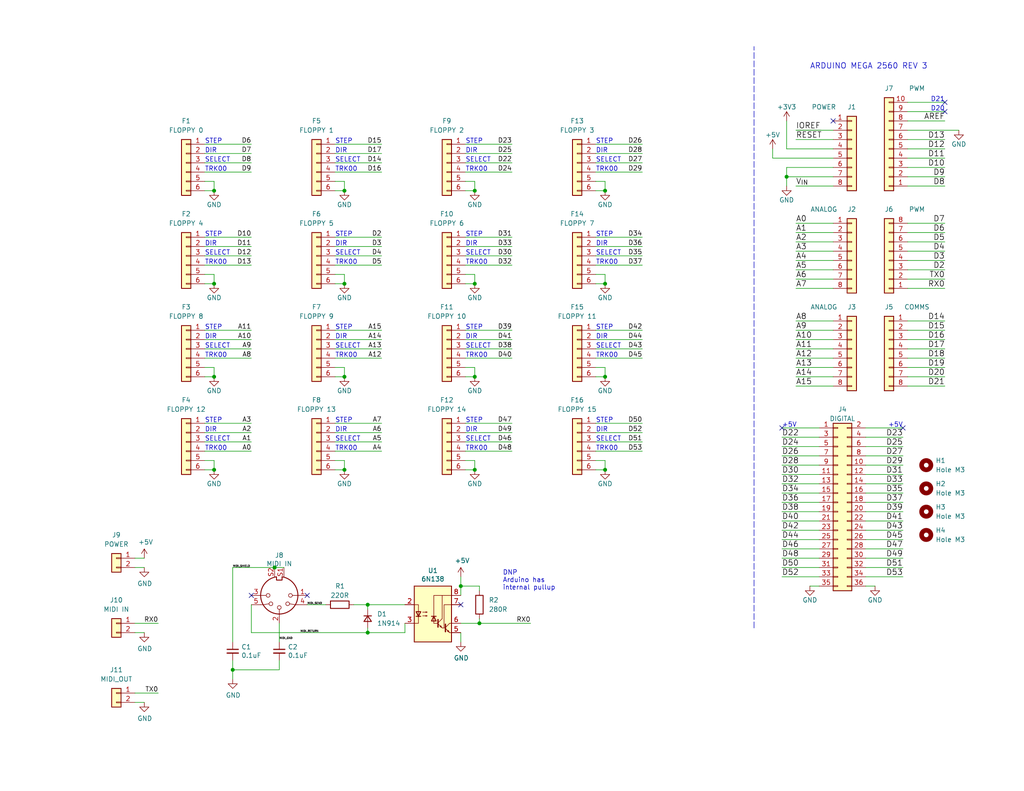
<source format=kicad_sch>
(kicad_sch (version 20211123) (generator eeschema)

  (uuid 999a4b05-4253-486e-afca-89221ff33f51)

  (paper "USLetter")

  (title_block
    (title "Musical Floppy Drive Breakout for Arduino Mega")
    (date "2023-01-18")
    (rev "0.1")
    (company "Max Proskauer")
  )

  (lib_symbols
    (symbol "Connector_Generic:Conn_01x02" (pin_names (offset 1.016) hide) (in_bom yes) (on_board yes)
      (property "Reference" "J" (id 0) (at 0 2.54 0)
        (effects (font (size 1.27 1.27)))
      )
      (property "Value" "Conn_01x02" (id 1) (at 0 -5.08 0)
        (effects (font (size 1.27 1.27)))
      )
      (property "Footprint" "" (id 2) (at 0 0 0)
        (effects (font (size 1.27 1.27)) hide)
      )
      (property "Datasheet" "~" (id 3) (at 0 0 0)
        (effects (font (size 1.27 1.27)) hide)
      )
      (property "ki_keywords" "connector" (id 4) (at 0 0 0)
        (effects (font (size 1.27 1.27)) hide)
      )
      (property "ki_description" "Generic connector, single row, 01x02, script generated (kicad-library-utils/schlib/autogen/connector/)" (id 5) (at 0 0 0)
        (effects (font (size 1.27 1.27)) hide)
      )
      (property "ki_fp_filters" "Connector*:*_1x??_*" (id 6) (at 0 0 0)
        (effects (font (size 1.27 1.27)) hide)
      )
      (symbol "Conn_01x02_1_1"
        (rectangle (start -1.27 -2.413) (end 0 -2.667)
          (stroke (width 0.1524) (type default) (color 0 0 0 0))
          (fill (type none))
        )
        (rectangle (start -1.27 0.127) (end 0 -0.127)
          (stroke (width 0.1524) (type default) (color 0 0 0 0))
          (fill (type none))
        )
        (rectangle (start -1.27 1.27) (end 1.27 -3.81)
          (stroke (width 0.254) (type default) (color 0 0 0 0))
          (fill (type background))
        )
        (pin passive line (at -5.08 0 0) (length 3.81)
          (name "Pin_1" (effects (font (size 1.27 1.27))))
          (number "1" (effects (font (size 1.27 1.27))))
        )
        (pin passive line (at -5.08 -2.54 0) (length 3.81)
          (name "Pin_2" (effects (font (size 1.27 1.27))))
          (number "2" (effects (font (size 1.27 1.27))))
        )
      )
    )
    (symbol "Connector_Generic:Conn_01x06" (pin_names (offset 1.016) hide) (in_bom yes) (on_board yes)
      (property "Reference" "J" (id 0) (at 0 7.62 0)
        (effects (font (size 1.27 1.27)))
      )
      (property "Value" "Conn_01x06" (id 1) (at 0 -10.16 0)
        (effects (font (size 1.27 1.27)))
      )
      (property "Footprint" "" (id 2) (at 0 0 0)
        (effects (font (size 1.27 1.27)) hide)
      )
      (property "Datasheet" "~" (id 3) (at 0 0 0)
        (effects (font (size 1.27 1.27)) hide)
      )
      (property "ki_keywords" "connector" (id 4) (at 0 0 0)
        (effects (font (size 1.27 1.27)) hide)
      )
      (property "ki_description" "Generic connector, single row, 01x06, script generated (kicad-library-utils/schlib/autogen/connector/)" (id 5) (at 0 0 0)
        (effects (font (size 1.27 1.27)) hide)
      )
      (property "ki_fp_filters" "Connector*:*_1x??_*" (id 6) (at 0 0 0)
        (effects (font (size 1.27 1.27)) hide)
      )
      (symbol "Conn_01x06_1_1"
        (rectangle (start -1.27 -7.493) (end 0 -7.747)
          (stroke (width 0.1524) (type default) (color 0 0 0 0))
          (fill (type none))
        )
        (rectangle (start -1.27 -4.953) (end 0 -5.207)
          (stroke (width 0.1524) (type default) (color 0 0 0 0))
          (fill (type none))
        )
        (rectangle (start -1.27 -2.413) (end 0 -2.667)
          (stroke (width 0.1524) (type default) (color 0 0 0 0))
          (fill (type none))
        )
        (rectangle (start -1.27 0.127) (end 0 -0.127)
          (stroke (width 0.1524) (type default) (color 0 0 0 0))
          (fill (type none))
        )
        (rectangle (start -1.27 2.667) (end 0 2.413)
          (stroke (width 0.1524) (type default) (color 0 0 0 0))
          (fill (type none))
        )
        (rectangle (start -1.27 5.207) (end 0 4.953)
          (stroke (width 0.1524) (type default) (color 0 0 0 0))
          (fill (type none))
        )
        (rectangle (start -1.27 6.35) (end 1.27 -8.89)
          (stroke (width 0.254) (type default) (color 0 0 0 0))
          (fill (type background))
        )
        (pin passive line (at -5.08 5.08 0) (length 3.81)
          (name "Pin_1" (effects (font (size 1.27 1.27))))
          (number "1" (effects (font (size 1.27 1.27))))
        )
        (pin passive line (at -5.08 2.54 0) (length 3.81)
          (name "Pin_2" (effects (font (size 1.27 1.27))))
          (number "2" (effects (font (size 1.27 1.27))))
        )
        (pin passive line (at -5.08 0 0) (length 3.81)
          (name "Pin_3" (effects (font (size 1.27 1.27))))
          (number "3" (effects (font (size 1.27 1.27))))
        )
        (pin passive line (at -5.08 -2.54 0) (length 3.81)
          (name "Pin_4" (effects (font (size 1.27 1.27))))
          (number "4" (effects (font (size 1.27 1.27))))
        )
        (pin passive line (at -5.08 -5.08 0) (length 3.81)
          (name "Pin_5" (effects (font (size 1.27 1.27))))
          (number "5" (effects (font (size 1.27 1.27))))
        )
        (pin passive line (at -5.08 -7.62 0) (length 3.81)
          (name "Pin_6" (effects (font (size 1.27 1.27))))
          (number "6" (effects (font (size 1.27 1.27))))
        )
      )
    )
    (symbol "Connector_Generic:Conn_01x08" (pin_names (offset 1.016) hide) (in_bom yes) (on_board yes)
      (property "Reference" "J" (id 0) (at 0 10.16 0)
        (effects (font (size 1.27 1.27)))
      )
      (property "Value" "Conn_01x08" (id 1) (at 0 -12.7 0)
        (effects (font (size 1.27 1.27)))
      )
      (property "Footprint" "" (id 2) (at 0 0 0)
        (effects (font (size 1.27 1.27)) hide)
      )
      (property "Datasheet" "~" (id 3) (at 0 0 0)
        (effects (font (size 1.27 1.27)) hide)
      )
      (property "ki_keywords" "connector" (id 4) (at 0 0 0)
        (effects (font (size 1.27 1.27)) hide)
      )
      (property "ki_description" "Generic connector, single row, 01x08, script generated (kicad-library-utils/schlib/autogen/connector/)" (id 5) (at 0 0 0)
        (effects (font (size 1.27 1.27)) hide)
      )
      (property "ki_fp_filters" "Connector*:*_1x??_*" (id 6) (at 0 0 0)
        (effects (font (size 1.27 1.27)) hide)
      )
      (symbol "Conn_01x08_1_1"
        (rectangle (start -1.27 -10.033) (end 0 -10.287)
          (stroke (width 0.1524) (type default) (color 0 0 0 0))
          (fill (type none))
        )
        (rectangle (start -1.27 -7.493) (end 0 -7.747)
          (stroke (width 0.1524) (type default) (color 0 0 0 0))
          (fill (type none))
        )
        (rectangle (start -1.27 -4.953) (end 0 -5.207)
          (stroke (width 0.1524) (type default) (color 0 0 0 0))
          (fill (type none))
        )
        (rectangle (start -1.27 -2.413) (end 0 -2.667)
          (stroke (width 0.1524) (type default) (color 0 0 0 0))
          (fill (type none))
        )
        (rectangle (start -1.27 0.127) (end 0 -0.127)
          (stroke (width 0.1524) (type default) (color 0 0 0 0))
          (fill (type none))
        )
        (rectangle (start -1.27 2.667) (end 0 2.413)
          (stroke (width 0.1524) (type default) (color 0 0 0 0))
          (fill (type none))
        )
        (rectangle (start -1.27 5.207) (end 0 4.953)
          (stroke (width 0.1524) (type default) (color 0 0 0 0))
          (fill (type none))
        )
        (rectangle (start -1.27 7.747) (end 0 7.493)
          (stroke (width 0.1524) (type default) (color 0 0 0 0))
          (fill (type none))
        )
        (rectangle (start -1.27 8.89) (end 1.27 -11.43)
          (stroke (width 0.254) (type default) (color 0 0 0 0))
          (fill (type background))
        )
        (pin passive line (at -5.08 7.62 0) (length 3.81)
          (name "Pin_1" (effects (font (size 1.27 1.27))))
          (number "1" (effects (font (size 1.27 1.27))))
        )
        (pin passive line (at -5.08 5.08 0) (length 3.81)
          (name "Pin_2" (effects (font (size 1.27 1.27))))
          (number "2" (effects (font (size 1.27 1.27))))
        )
        (pin passive line (at -5.08 2.54 0) (length 3.81)
          (name "Pin_3" (effects (font (size 1.27 1.27))))
          (number "3" (effects (font (size 1.27 1.27))))
        )
        (pin passive line (at -5.08 0 0) (length 3.81)
          (name "Pin_4" (effects (font (size 1.27 1.27))))
          (number "4" (effects (font (size 1.27 1.27))))
        )
        (pin passive line (at -5.08 -2.54 0) (length 3.81)
          (name "Pin_5" (effects (font (size 1.27 1.27))))
          (number "5" (effects (font (size 1.27 1.27))))
        )
        (pin passive line (at -5.08 -5.08 0) (length 3.81)
          (name "Pin_6" (effects (font (size 1.27 1.27))))
          (number "6" (effects (font (size 1.27 1.27))))
        )
        (pin passive line (at -5.08 -7.62 0) (length 3.81)
          (name "Pin_7" (effects (font (size 1.27 1.27))))
          (number "7" (effects (font (size 1.27 1.27))))
        )
        (pin passive line (at -5.08 -10.16 0) (length 3.81)
          (name "Pin_8" (effects (font (size 1.27 1.27))))
          (number "8" (effects (font (size 1.27 1.27))))
        )
      )
    )
    (symbol "Connector_Generic:Conn_01x10" (pin_names (offset 1.016) hide) (in_bom yes) (on_board yes)
      (property "Reference" "J" (id 0) (at 0 12.7 0)
        (effects (font (size 1.27 1.27)))
      )
      (property "Value" "Conn_01x10" (id 1) (at 0 -15.24 0)
        (effects (font (size 1.27 1.27)))
      )
      (property "Footprint" "" (id 2) (at 0 0 0)
        (effects (font (size 1.27 1.27)) hide)
      )
      (property "Datasheet" "~" (id 3) (at 0 0 0)
        (effects (font (size 1.27 1.27)) hide)
      )
      (property "ki_keywords" "connector" (id 4) (at 0 0 0)
        (effects (font (size 1.27 1.27)) hide)
      )
      (property "ki_description" "Generic connector, single row, 01x10, script generated (kicad-library-utils/schlib/autogen/connector/)" (id 5) (at 0 0 0)
        (effects (font (size 1.27 1.27)) hide)
      )
      (property "ki_fp_filters" "Connector*:*_1x??_*" (id 6) (at 0 0 0)
        (effects (font (size 1.27 1.27)) hide)
      )
      (symbol "Conn_01x10_1_1"
        (rectangle (start -1.27 -12.573) (end 0 -12.827)
          (stroke (width 0.1524) (type default) (color 0 0 0 0))
          (fill (type none))
        )
        (rectangle (start -1.27 -10.033) (end 0 -10.287)
          (stroke (width 0.1524) (type default) (color 0 0 0 0))
          (fill (type none))
        )
        (rectangle (start -1.27 -7.493) (end 0 -7.747)
          (stroke (width 0.1524) (type default) (color 0 0 0 0))
          (fill (type none))
        )
        (rectangle (start -1.27 -4.953) (end 0 -5.207)
          (stroke (width 0.1524) (type default) (color 0 0 0 0))
          (fill (type none))
        )
        (rectangle (start -1.27 -2.413) (end 0 -2.667)
          (stroke (width 0.1524) (type default) (color 0 0 0 0))
          (fill (type none))
        )
        (rectangle (start -1.27 0.127) (end 0 -0.127)
          (stroke (width 0.1524) (type default) (color 0 0 0 0))
          (fill (type none))
        )
        (rectangle (start -1.27 2.667) (end 0 2.413)
          (stroke (width 0.1524) (type default) (color 0 0 0 0))
          (fill (type none))
        )
        (rectangle (start -1.27 5.207) (end 0 4.953)
          (stroke (width 0.1524) (type default) (color 0 0 0 0))
          (fill (type none))
        )
        (rectangle (start -1.27 7.747) (end 0 7.493)
          (stroke (width 0.1524) (type default) (color 0 0 0 0))
          (fill (type none))
        )
        (rectangle (start -1.27 10.287) (end 0 10.033)
          (stroke (width 0.1524) (type default) (color 0 0 0 0))
          (fill (type none))
        )
        (rectangle (start -1.27 11.43) (end 1.27 -13.97)
          (stroke (width 0.254) (type default) (color 0 0 0 0))
          (fill (type background))
        )
        (pin passive line (at -5.08 10.16 0) (length 3.81)
          (name "Pin_1" (effects (font (size 1.27 1.27))))
          (number "1" (effects (font (size 1.27 1.27))))
        )
        (pin passive line (at -5.08 -12.7 0) (length 3.81)
          (name "Pin_10" (effects (font (size 1.27 1.27))))
          (number "10" (effects (font (size 1.27 1.27))))
        )
        (pin passive line (at -5.08 7.62 0) (length 3.81)
          (name "Pin_2" (effects (font (size 1.27 1.27))))
          (number "2" (effects (font (size 1.27 1.27))))
        )
        (pin passive line (at -5.08 5.08 0) (length 3.81)
          (name "Pin_3" (effects (font (size 1.27 1.27))))
          (number "3" (effects (font (size 1.27 1.27))))
        )
        (pin passive line (at -5.08 2.54 0) (length 3.81)
          (name "Pin_4" (effects (font (size 1.27 1.27))))
          (number "4" (effects (font (size 1.27 1.27))))
        )
        (pin passive line (at -5.08 0 0) (length 3.81)
          (name "Pin_5" (effects (font (size 1.27 1.27))))
          (number "5" (effects (font (size 1.27 1.27))))
        )
        (pin passive line (at -5.08 -2.54 0) (length 3.81)
          (name "Pin_6" (effects (font (size 1.27 1.27))))
          (number "6" (effects (font (size 1.27 1.27))))
        )
        (pin passive line (at -5.08 -5.08 0) (length 3.81)
          (name "Pin_7" (effects (font (size 1.27 1.27))))
          (number "7" (effects (font (size 1.27 1.27))))
        )
        (pin passive line (at -5.08 -7.62 0) (length 3.81)
          (name "Pin_8" (effects (font (size 1.27 1.27))))
          (number "8" (effects (font (size 1.27 1.27))))
        )
        (pin passive line (at -5.08 -10.16 0) (length 3.81)
          (name "Pin_9" (effects (font (size 1.27 1.27))))
          (number "9" (effects (font (size 1.27 1.27))))
        )
      )
    )
    (symbol "Connector_Generic:Conn_02x18_Odd_Even" (pin_names (offset 1.016) hide) (in_bom yes) (on_board yes)
      (property "Reference" "J" (id 0) (at 1.27 22.86 0)
        (effects (font (size 1.27 1.27)))
      )
      (property "Value" "Conn_02x18_Odd_Even" (id 1) (at 1.27 -25.4 0)
        (effects (font (size 1.27 1.27)))
      )
      (property "Footprint" "" (id 2) (at 0 0 0)
        (effects (font (size 1.27 1.27)) hide)
      )
      (property "Datasheet" "~" (id 3) (at 0 0 0)
        (effects (font (size 1.27 1.27)) hide)
      )
      (property "ki_keywords" "connector" (id 4) (at 0 0 0)
        (effects (font (size 1.27 1.27)) hide)
      )
      (property "ki_description" "Generic connector, double row, 02x18, odd/even pin numbering scheme (row 1 odd numbers, row 2 even numbers), script generated (kicad-library-utils/schlib/autogen/connector/)" (id 5) (at 0 0 0)
        (effects (font (size 1.27 1.27)) hide)
      )
      (property "ki_fp_filters" "Connector*:*_2x??_*" (id 6) (at 0 0 0)
        (effects (font (size 1.27 1.27)) hide)
      )
      (symbol "Conn_02x18_Odd_Even_1_1"
        (rectangle (start -1.27 -22.733) (end 0 -22.987)
          (stroke (width 0.1524) (type default) (color 0 0 0 0))
          (fill (type none))
        )
        (rectangle (start -1.27 -20.193) (end 0 -20.447)
          (stroke (width 0.1524) (type default) (color 0 0 0 0))
          (fill (type none))
        )
        (rectangle (start -1.27 -17.653) (end 0 -17.907)
          (stroke (width 0.1524) (type default) (color 0 0 0 0))
          (fill (type none))
        )
        (rectangle (start -1.27 -15.113) (end 0 -15.367)
          (stroke (width 0.1524) (type default) (color 0 0 0 0))
          (fill (type none))
        )
        (rectangle (start -1.27 -12.573) (end 0 -12.827)
          (stroke (width 0.1524) (type default) (color 0 0 0 0))
          (fill (type none))
        )
        (rectangle (start -1.27 -10.033) (end 0 -10.287)
          (stroke (width 0.1524) (type default) (color 0 0 0 0))
          (fill (type none))
        )
        (rectangle (start -1.27 -7.493) (end 0 -7.747)
          (stroke (width 0.1524) (type default) (color 0 0 0 0))
          (fill (type none))
        )
        (rectangle (start -1.27 -4.953) (end 0 -5.207)
          (stroke (width 0.1524) (type default) (color 0 0 0 0))
          (fill (type none))
        )
        (rectangle (start -1.27 -2.413) (end 0 -2.667)
          (stroke (width 0.1524) (type default) (color 0 0 0 0))
          (fill (type none))
        )
        (rectangle (start -1.27 0.127) (end 0 -0.127)
          (stroke (width 0.1524) (type default) (color 0 0 0 0))
          (fill (type none))
        )
        (rectangle (start -1.27 2.667) (end 0 2.413)
          (stroke (width 0.1524) (type default) (color 0 0 0 0))
          (fill (type none))
        )
        (rectangle (start -1.27 5.207) (end 0 4.953)
          (stroke (width 0.1524) (type default) (color 0 0 0 0))
          (fill (type none))
        )
        (rectangle (start -1.27 7.747) (end 0 7.493)
          (stroke (width 0.1524) (type default) (color 0 0 0 0))
          (fill (type none))
        )
        (rectangle (start -1.27 10.287) (end 0 10.033)
          (stroke (width 0.1524) (type default) (color 0 0 0 0))
          (fill (type none))
        )
        (rectangle (start -1.27 12.827) (end 0 12.573)
          (stroke (width 0.1524) (type default) (color 0 0 0 0))
          (fill (type none))
        )
        (rectangle (start -1.27 15.367) (end 0 15.113)
          (stroke (width 0.1524) (type default) (color 0 0 0 0))
          (fill (type none))
        )
        (rectangle (start -1.27 17.907) (end 0 17.653)
          (stroke (width 0.1524) (type default) (color 0 0 0 0))
          (fill (type none))
        )
        (rectangle (start -1.27 20.447) (end 0 20.193)
          (stroke (width 0.1524) (type default) (color 0 0 0 0))
          (fill (type none))
        )
        (rectangle (start -1.27 21.59) (end 3.81 -24.13)
          (stroke (width 0.254) (type default) (color 0 0 0 0))
          (fill (type background))
        )
        (rectangle (start 3.81 -22.733) (end 2.54 -22.987)
          (stroke (width 0.1524) (type default) (color 0 0 0 0))
          (fill (type none))
        )
        (rectangle (start 3.81 -20.193) (end 2.54 -20.447)
          (stroke (width 0.1524) (type default) (color 0 0 0 0))
          (fill (type none))
        )
        (rectangle (start 3.81 -17.653) (end 2.54 -17.907)
          (stroke (width 0.1524) (type default) (color 0 0 0 0))
          (fill (type none))
        )
        (rectangle (start 3.81 -15.113) (end 2.54 -15.367)
          (stroke (width 0.1524) (type default) (color 0 0 0 0))
          (fill (type none))
        )
        (rectangle (start 3.81 -12.573) (end 2.54 -12.827)
          (stroke (width 0.1524) (type default) (color 0 0 0 0))
          (fill (type none))
        )
        (rectangle (start 3.81 -10.033) (end 2.54 -10.287)
          (stroke (width 0.1524) (type default) (color 0 0 0 0))
          (fill (type none))
        )
        (rectangle (start 3.81 -7.493) (end 2.54 -7.747)
          (stroke (width 0.1524) (type default) (color 0 0 0 0))
          (fill (type none))
        )
        (rectangle (start 3.81 -4.953) (end 2.54 -5.207)
          (stroke (width 0.1524) (type default) (color 0 0 0 0))
          (fill (type none))
        )
        (rectangle (start 3.81 -2.413) (end 2.54 -2.667)
          (stroke (width 0.1524) (type default) (color 0 0 0 0))
          (fill (type none))
        )
        (rectangle (start 3.81 0.127) (end 2.54 -0.127)
          (stroke (width 0.1524) (type default) (color 0 0 0 0))
          (fill (type none))
        )
        (rectangle (start 3.81 2.667) (end 2.54 2.413)
          (stroke (width 0.1524) (type default) (color 0 0 0 0))
          (fill (type none))
        )
        (rectangle (start 3.81 5.207) (end 2.54 4.953)
          (stroke (width 0.1524) (type default) (color 0 0 0 0))
          (fill (type none))
        )
        (rectangle (start 3.81 7.747) (end 2.54 7.493)
          (stroke (width 0.1524) (type default) (color 0 0 0 0))
          (fill (type none))
        )
        (rectangle (start 3.81 10.287) (end 2.54 10.033)
          (stroke (width 0.1524) (type default) (color 0 0 0 0))
          (fill (type none))
        )
        (rectangle (start 3.81 12.827) (end 2.54 12.573)
          (stroke (width 0.1524) (type default) (color 0 0 0 0))
          (fill (type none))
        )
        (rectangle (start 3.81 15.367) (end 2.54 15.113)
          (stroke (width 0.1524) (type default) (color 0 0 0 0))
          (fill (type none))
        )
        (rectangle (start 3.81 17.907) (end 2.54 17.653)
          (stroke (width 0.1524) (type default) (color 0 0 0 0))
          (fill (type none))
        )
        (rectangle (start 3.81 20.447) (end 2.54 20.193)
          (stroke (width 0.1524) (type default) (color 0 0 0 0))
          (fill (type none))
        )
        (pin passive line (at -5.08 20.32 0) (length 3.81)
          (name "Pin_1" (effects (font (size 1.27 1.27))))
          (number "1" (effects (font (size 1.27 1.27))))
        )
        (pin passive line (at 7.62 10.16 180) (length 3.81)
          (name "Pin_10" (effects (font (size 1.27 1.27))))
          (number "10" (effects (font (size 1.27 1.27))))
        )
        (pin passive line (at -5.08 7.62 0) (length 3.81)
          (name "Pin_11" (effects (font (size 1.27 1.27))))
          (number "11" (effects (font (size 1.27 1.27))))
        )
        (pin passive line (at 7.62 7.62 180) (length 3.81)
          (name "Pin_12" (effects (font (size 1.27 1.27))))
          (number "12" (effects (font (size 1.27 1.27))))
        )
        (pin passive line (at -5.08 5.08 0) (length 3.81)
          (name "Pin_13" (effects (font (size 1.27 1.27))))
          (number "13" (effects (font (size 1.27 1.27))))
        )
        (pin passive line (at 7.62 5.08 180) (length 3.81)
          (name "Pin_14" (effects (font (size 1.27 1.27))))
          (number "14" (effects (font (size 1.27 1.27))))
        )
        (pin passive line (at -5.08 2.54 0) (length 3.81)
          (name "Pin_15" (effects (font (size 1.27 1.27))))
          (number "15" (effects (font (size 1.27 1.27))))
        )
        (pin passive line (at 7.62 2.54 180) (length 3.81)
          (name "Pin_16" (effects (font (size 1.27 1.27))))
          (number "16" (effects (font (size 1.27 1.27))))
        )
        (pin passive line (at -5.08 0 0) (length 3.81)
          (name "Pin_17" (effects (font (size 1.27 1.27))))
          (number "17" (effects (font (size 1.27 1.27))))
        )
        (pin passive line (at 7.62 0 180) (length 3.81)
          (name "Pin_18" (effects (font (size 1.27 1.27))))
          (number "18" (effects (font (size 1.27 1.27))))
        )
        (pin passive line (at -5.08 -2.54 0) (length 3.81)
          (name "Pin_19" (effects (font (size 1.27 1.27))))
          (number "19" (effects (font (size 1.27 1.27))))
        )
        (pin passive line (at 7.62 20.32 180) (length 3.81)
          (name "Pin_2" (effects (font (size 1.27 1.27))))
          (number "2" (effects (font (size 1.27 1.27))))
        )
        (pin passive line (at 7.62 -2.54 180) (length 3.81)
          (name "Pin_20" (effects (font (size 1.27 1.27))))
          (number "20" (effects (font (size 1.27 1.27))))
        )
        (pin passive line (at -5.08 -5.08 0) (length 3.81)
          (name "Pin_21" (effects (font (size 1.27 1.27))))
          (number "21" (effects (font (size 1.27 1.27))))
        )
        (pin passive line (at 7.62 -5.08 180) (length 3.81)
          (name "Pin_22" (effects (font (size 1.27 1.27))))
          (number "22" (effects (font (size 1.27 1.27))))
        )
        (pin passive line (at -5.08 -7.62 0) (length 3.81)
          (name "Pin_23" (effects (font (size 1.27 1.27))))
          (number "23" (effects (font (size 1.27 1.27))))
        )
        (pin passive line (at 7.62 -7.62 180) (length 3.81)
          (name "Pin_24" (effects (font (size 1.27 1.27))))
          (number "24" (effects (font (size 1.27 1.27))))
        )
        (pin passive line (at -5.08 -10.16 0) (length 3.81)
          (name "Pin_25" (effects (font (size 1.27 1.27))))
          (number "25" (effects (font (size 1.27 1.27))))
        )
        (pin passive line (at 7.62 -10.16 180) (length 3.81)
          (name "Pin_26" (effects (font (size 1.27 1.27))))
          (number "26" (effects (font (size 1.27 1.27))))
        )
        (pin passive line (at -5.08 -12.7 0) (length 3.81)
          (name "Pin_27" (effects (font (size 1.27 1.27))))
          (number "27" (effects (font (size 1.27 1.27))))
        )
        (pin passive line (at 7.62 -12.7 180) (length 3.81)
          (name "Pin_28" (effects (font (size 1.27 1.27))))
          (number "28" (effects (font (size 1.27 1.27))))
        )
        (pin passive line (at -5.08 -15.24 0) (length 3.81)
          (name "Pin_29" (effects (font (size 1.27 1.27))))
          (number "29" (effects (font (size 1.27 1.27))))
        )
        (pin passive line (at -5.08 17.78 0) (length 3.81)
          (name "Pin_3" (effects (font (size 1.27 1.27))))
          (number "3" (effects (font (size 1.27 1.27))))
        )
        (pin passive line (at 7.62 -15.24 180) (length 3.81)
          (name "Pin_30" (effects (font (size 1.27 1.27))))
          (number "30" (effects (font (size 1.27 1.27))))
        )
        (pin passive line (at -5.08 -17.78 0) (length 3.81)
          (name "Pin_31" (effects (font (size 1.27 1.27))))
          (number "31" (effects (font (size 1.27 1.27))))
        )
        (pin passive line (at 7.62 -17.78 180) (length 3.81)
          (name "Pin_32" (effects (font (size 1.27 1.27))))
          (number "32" (effects (font (size 1.27 1.27))))
        )
        (pin passive line (at -5.08 -20.32 0) (length 3.81)
          (name "Pin_33" (effects (font (size 1.27 1.27))))
          (number "33" (effects (font (size 1.27 1.27))))
        )
        (pin passive line (at 7.62 -20.32 180) (length 3.81)
          (name "Pin_34" (effects (font (size 1.27 1.27))))
          (number "34" (effects (font (size 1.27 1.27))))
        )
        (pin passive line (at -5.08 -22.86 0) (length 3.81)
          (name "Pin_35" (effects (font (size 1.27 1.27))))
          (number "35" (effects (font (size 1.27 1.27))))
        )
        (pin passive line (at 7.62 -22.86 180) (length 3.81)
          (name "Pin_36" (effects (font (size 1.27 1.27))))
          (number "36" (effects (font (size 1.27 1.27))))
        )
        (pin passive line (at 7.62 17.78 180) (length 3.81)
          (name "Pin_4" (effects (font (size 1.27 1.27))))
          (number "4" (effects (font (size 1.27 1.27))))
        )
        (pin passive line (at -5.08 15.24 0) (length 3.81)
          (name "Pin_5" (effects (font (size 1.27 1.27))))
          (number "5" (effects (font (size 1.27 1.27))))
        )
        (pin passive line (at 7.62 15.24 180) (length 3.81)
          (name "Pin_6" (effects (font (size 1.27 1.27))))
          (number "6" (effects (font (size 1.27 1.27))))
        )
        (pin passive line (at -5.08 12.7 0) (length 3.81)
          (name "Pin_7" (effects (font (size 1.27 1.27))))
          (number "7" (effects (font (size 1.27 1.27))))
        )
        (pin passive line (at 7.62 12.7 180) (length 3.81)
          (name "Pin_8" (effects (font (size 1.27 1.27))))
          (number "8" (effects (font (size 1.27 1.27))))
        )
        (pin passive line (at -5.08 10.16 0) (length 3.81)
          (name "Pin_9" (effects (font (size 1.27 1.27))))
          (number "9" (effects (font (size 1.27 1.27))))
        )
      )
    )
    (symbol "Device:C_Small" (pin_numbers hide) (pin_names (offset 0.254) hide) (in_bom yes) (on_board yes)
      (property "Reference" "C" (id 0) (at 0.254 1.778 0)
        (effects (font (size 1.27 1.27)) (justify left))
      )
      (property "Value" "C_Small" (id 1) (at 0.254 -2.032 0)
        (effects (font (size 1.27 1.27)) (justify left))
      )
      (property "Footprint" "" (id 2) (at 0 0 0)
        (effects (font (size 1.27 1.27)) hide)
      )
      (property "Datasheet" "~" (id 3) (at 0 0 0)
        (effects (font (size 1.27 1.27)) hide)
      )
      (property "ki_keywords" "capacitor cap" (id 4) (at 0 0 0)
        (effects (font (size 1.27 1.27)) hide)
      )
      (property "ki_description" "Unpolarized capacitor, small symbol" (id 5) (at 0 0 0)
        (effects (font (size 1.27 1.27)) hide)
      )
      (property "ki_fp_filters" "C_*" (id 6) (at 0 0 0)
        (effects (font (size 1.27 1.27)) hide)
      )
      (symbol "C_Small_0_1"
        (polyline
          (pts
            (xy -1.524 -0.508)
            (xy 1.524 -0.508)
          )
          (stroke (width 0.3302) (type default) (color 0 0 0 0))
          (fill (type none))
        )
        (polyline
          (pts
            (xy -1.524 0.508)
            (xy 1.524 0.508)
          )
          (stroke (width 0.3048) (type default) (color 0 0 0 0))
          (fill (type none))
        )
      )
      (symbol "C_Small_1_1"
        (pin passive line (at 0 2.54 270) (length 2.032)
          (name "~" (effects (font (size 1.27 1.27))))
          (number "1" (effects (font (size 1.27 1.27))))
        )
        (pin passive line (at 0 -2.54 90) (length 2.032)
          (name "~" (effects (font (size 1.27 1.27))))
          (number "2" (effects (font (size 1.27 1.27))))
        )
      )
    )
    (symbol "Device:D_Small" (pin_numbers hide) (pin_names (offset 0.254) hide) (in_bom yes) (on_board yes)
      (property "Reference" "D" (id 0) (at -1.27 2.032 0)
        (effects (font (size 1.27 1.27)) (justify left))
      )
      (property "Value" "D_Small" (id 1) (at -3.81 -2.032 0)
        (effects (font (size 1.27 1.27)) (justify left))
      )
      (property "Footprint" "" (id 2) (at 0 0 90)
        (effects (font (size 1.27 1.27)) hide)
      )
      (property "Datasheet" "~" (id 3) (at 0 0 90)
        (effects (font (size 1.27 1.27)) hide)
      )
      (property "ki_keywords" "diode" (id 4) (at 0 0 0)
        (effects (font (size 1.27 1.27)) hide)
      )
      (property "ki_description" "Diode, small symbol" (id 5) (at 0 0 0)
        (effects (font (size 1.27 1.27)) hide)
      )
      (property "ki_fp_filters" "TO-???* *_Diode_* *SingleDiode* D_*" (id 6) (at 0 0 0)
        (effects (font (size 1.27 1.27)) hide)
      )
      (symbol "D_Small_0_1"
        (polyline
          (pts
            (xy -0.762 -1.016)
            (xy -0.762 1.016)
          )
          (stroke (width 0.254) (type default) (color 0 0 0 0))
          (fill (type none))
        )
        (polyline
          (pts
            (xy -0.762 0)
            (xy 0.762 0)
          )
          (stroke (width 0) (type default) (color 0 0 0 0))
          (fill (type none))
        )
        (polyline
          (pts
            (xy 0.762 -1.016)
            (xy -0.762 0)
            (xy 0.762 1.016)
            (xy 0.762 -1.016)
          )
          (stroke (width 0.254) (type default) (color 0 0 0 0))
          (fill (type none))
        )
      )
      (symbol "D_Small_1_1"
        (pin passive line (at -2.54 0 0) (length 1.778)
          (name "K" (effects (font (size 1.27 1.27))))
          (number "1" (effects (font (size 1.27 1.27))))
        )
        (pin passive line (at 2.54 0 180) (length 1.778)
          (name "A" (effects (font (size 1.27 1.27))))
          (number "2" (effects (font (size 1.27 1.27))))
        )
      )
    )
    (symbol "Device:R" (pin_numbers hide) (pin_names (offset 0)) (in_bom yes) (on_board yes)
      (property "Reference" "R" (id 0) (at 2.032 0 90)
        (effects (font (size 1.27 1.27)))
      )
      (property "Value" "R" (id 1) (at 0 0 90)
        (effects (font (size 1.27 1.27)))
      )
      (property "Footprint" "" (id 2) (at -1.778 0 90)
        (effects (font (size 1.27 1.27)) hide)
      )
      (property "Datasheet" "~" (id 3) (at 0 0 0)
        (effects (font (size 1.27 1.27)) hide)
      )
      (property "ki_keywords" "R res resistor" (id 4) (at 0 0 0)
        (effects (font (size 1.27 1.27)) hide)
      )
      (property "ki_description" "Resistor" (id 5) (at 0 0 0)
        (effects (font (size 1.27 1.27)) hide)
      )
      (property "ki_fp_filters" "R_*" (id 6) (at 0 0 0)
        (effects (font (size 1.27 1.27)) hide)
      )
      (symbol "R_0_1"
        (rectangle (start -1.016 -2.54) (end 1.016 2.54)
          (stroke (width 0.254) (type default) (color 0 0 0 0))
          (fill (type none))
        )
      )
      (symbol "R_1_1"
        (pin passive line (at 0 3.81 270) (length 1.27)
          (name "~" (effects (font (size 1.27 1.27))))
          (number "1" (effects (font (size 1.27 1.27))))
        )
        (pin passive line (at 0 -3.81 90) (length 1.27)
          (name "~" (effects (font (size 1.27 1.27))))
          (number "2" (effects (font (size 1.27 1.27))))
        )
      )
    )
    (symbol "Isolator:6N138" (pin_names (offset 1.016) hide) (in_bom yes) (on_board yes)
      (property "Reference" "U" (id 0) (at -4.064 8.89 0)
        (effects (font (size 1.27 1.27)))
      )
      (property "Value" "6N138" (id 1) (at 2.286 8.89 0)
        (effects (font (size 1.27 1.27)))
      )
      (property "Footprint" "" (id 2) (at 7.366 -7.62 0)
        (effects (font (size 1.27 1.27)) hide)
      )
      (property "Datasheet" "http://www.onsemi.com/pub/Collateral/HCPL2731-D.pdf" (id 3) (at 7.366 -7.62 0)
        (effects (font (size 1.27 1.27)) hide)
      )
      (property "ki_keywords" "darlington optocoupler" (id 4) (at 0 0 0)
        (effects (font (size 1.27 1.27)) hide)
      )
      (property "ki_description" "Low Input Current high Gain Split Darlington Optocouplers, -0.5V to 7V VDD, DIP-8" (id 5) (at 0 0 0)
        (effects (font (size 1.27 1.27)) hide)
      )
      (property "ki_fp_filters" "DIP*W7.62mm* SMDIP*W9.53mm*" (id 6) (at 0 0 0)
        (effects (font (size 1.27 1.27)) hide)
      )
      (symbol "6N138_0_1"
        (rectangle (start -5.08 7.62) (end 5.08 -7.62)
          (stroke (width 0.254) (type default) (color 0 0 0 0))
          (fill (type background))
        )
        (polyline
          (pts
            (xy -4.572 -0.635)
            (xy -3.302 -0.635)
          )
          (stroke (width 0.254) (type default) (color 0 0 0 0))
          (fill (type none))
        )
        (polyline
          (pts
            (xy 0.889 -0.635)
            (xy -0.381 -0.635)
          )
          (stroke (width 0.254) (type default) (color 0 0 0 0))
          (fill (type none))
        )
        (polyline
          (pts
            (xy 1.397 -2.667)
            (xy 2.54 -3.81)
          )
          (stroke (width 0) (type default) (color 0 0 0 0))
          (fill (type none))
        )
        (polyline
          (pts
            (xy 1.397 -2.413)
            (xy 2.54 -1.27)
          )
          (stroke (width 0) (type default) (color 0 0 0 0))
          (fill (type none))
        )
        (polyline
          (pts
            (xy 2.54 -3.81)
            (xy 3.175 -3.81)
          )
          (stroke (width 0) (type default) (color 0 0 0 0))
          (fill (type none))
        )
        (polyline
          (pts
            (xy 3.429 -3.937)
            (xy 4.572 -5.08)
          )
          (stroke (width 0) (type default) (color 0 0 0 0))
          (fill (type none))
        )
        (polyline
          (pts
            (xy 3.429 -3.683)
            (xy 4.572 -2.54)
          )
          (stroke (width 0) (type default) (color 0 0 0 0))
          (fill (type none))
        )
        (polyline
          (pts
            (xy 4.572 -5.08)
            (xy 5.08 -5.08)
          )
          (stroke (width 0) (type default) (color 0 0 0 0))
          (fill (type none))
        )
        (polyline
          (pts
            (xy 4.572 -2.54)
            (xy 5.08 -2.54)
          )
          (stroke (width 0) (type default) (color 0 0 0 0))
          (fill (type none))
        )
        (polyline
          (pts
            (xy 1.397 -1.524)
            (xy 1.397 -3.556)
            (xy 1.397 -3.556)
          )
          (stroke (width 0.3556) (type default) (color 0 0 0 0))
          (fill (type none))
        )
        (polyline
          (pts
            (xy 2.54 -1.27)
            (xy 2.54 5.08)
            (xy 5.08 5.08)
          )
          (stroke (width 0) (type default) (color 0 0 0 0))
          (fill (type none))
        )
        (polyline
          (pts
            (xy 3.429 -2.794)
            (xy 3.429 -4.826)
            (xy 3.429 -4.826)
          )
          (stroke (width 0.3556) (type default) (color 0 0 0 0))
          (fill (type none))
        )
        (polyline
          (pts
            (xy 5.08 2.54)
            (xy 3.048 2.54)
            (xy 3.048 -3.81)
          )
          (stroke (width 0) (type default) (color 0 0 0 0))
          (fill (type none))
        )
        (polyline
          (pts
            (xy -5.08 -2.54)
            (xy -3.937 -2.54)
            (xy -3.937 2.54)
            (xy -5.08 2.54)
          )
          (stroke (width 0) (type default) (color 0 0 0 0))
          (fill (type none))
        )
        (polyline
          (pts
            (xy -3.937 -0.635)
            (xy -4.572 0.635)
            (xy -3.302 0.635)
            (xy -3.937 -0.635)
          )
          (stroke (width 0.254) (type default) (color 0 0 0 0))
          (fill (type none))
        )
        (polyline
          (pts
            (xy 0.254 -0.635)
            (xy 0.889 -1.905)
            (xy -0.381 -1.905)
            (xy 0.254 -0.635)
          )
          (stroke (width 0.254) (type default) (color 0 0 0 0))
          (fill (type none))
        )
        (polyline
          (pts
            (xy 1.27 -2.54)
            (xy 0.254 -2.54)
            (xy 0.254 5.08)
            (xy 2.54 5.08)
          )
          (stroke (width 0) (type default) (color 0 0 0 0))
          (fill (type none))
        )
        (polyline
          (pts
            (xy 2.413 -3.683)
            (xy 2.159 -3.175)
            (xy 1.905 -3.429)
            (xy 2.413 -3.683)
          )
          (stroke (width 0) (type default) (color 0 0 0 0))
          (fill (type none))
        )
        (polyline
          (pts
            (xy 4.445 -4.953)
            (xy 4.191 -4.445)
            (xy 3.937 -4.699)
            (xy 4.445 -4.953)
          )
          (stroke (width 0) (type default) (color 0 0 0 0))
          (fill (type none))
        )
        (polyline
          (pts
            (xy -2.794 -0.508)
            (xy -1.524 -0.508)
            (xy -1.905 -0.635)
            (xy -1.905 -0.381)
            (xy -1.524 -0.508)
          )
          (stroke (width 0) (type default) (color 0 0 0 0))
          (fill (type none))
        )
        (polyline
          (pts
            (xy -2.794 0.508)
            (xy -1.524 0.508)
            (xy -1.905 0.381)
            (xy -1.905 0.635)
            (xy -1.524 0.508)
          )
          (stroke (width 0) (type default) (color 0 0 0 0))
          (fill (type none))
        )
      )
      (symbol "6N138_1_1"
        (pin no_connect line (at -5.08 5.08 0) (length 2.54) hide
          (name "NC" (effects (font (size 1.27 1.27))))
          (number "1" (effects (font (size 1.27 1.27))))
        )
        (pin passive line (at -7.62 2.54 0) (length 2.54)
          (name "C1" (effects (font (size 1.27 1.27))))
          (number "2" (effects (font (size 1.27 1.27))))
        )
        (pin passive line (at -7.62 -2.54 0) (length 2.54)
          (name "C2" (effects (font (size 1.27 1.27))))
          (number "3" (effects (font (size 1.27 1.27))))
        )
        (pin no_connect line (at -5.08 -5.08 0) (length 2.54) hide
          (name "NC" (effects (font (size 1.27 1.27))))
          (number "4" (effects (font (size 1.27 1.27))))
        )
        (pin passive line (at 7.62 -5.08 180) (length 2.54)
          (name "GND" (effects (font (size 1.27 1.27))))
          (number "5" (effects (font (size 1.27 1.27))))
        )
        (pin passive line (at 7.62 -2.54 180) (length 2.54)
          (name "VO2" (effects (font (size 1.27 1.27))))
          (number "6" (effects (font (size 1.27 1.27))))
        )
        (pin passive line (at 7.62 2.54 180) (length 2.54)
          (name "VO1" (effects (font (size 1.27 1.27))))
          (number "7" (effects (font (size 1.27 1.27))))
        )
        (pin passive line (at 7.62 5.08 180) (length 2.54)
          (name "VCC" (effects (font (size 1.27 1.27))))
          (number "8" (effects (font (size 1.27 1.27))))
        )
      )
    )
    (symbol "Mechanical:MountingHole" (pin_names (offset 1.016)) (in_bom yes) (on_board yes)
      (property "Reference" "H" (id 0) (at 0 5.08 0)
        (effects (font (size 1.27 1.27)))
      )
      (property "Value" "MountingHole" (id 1) (at 0 3.175 0)
        (effects (font (size 1.27 1.27)))
      )
      (property "Footprint" "" (id 2) (at 0 0 0)
        (effects (font (size 1.27 1.27)) hide)
      )
      (property "Datasheet" "~" (id 3) (at 0 0 0)
        (effects (font (size 1.27 1.27)) hide)
      )
      (property "ki_keywords" "mounting hole" (id 4) (at 0 0 0)
        (effects (font (size 1.27 1.27)) hide)
      )
      (property "ki_description" "Mounting Hole without connection" (id 5) (at 0 0 0)
        (effects (font (size 1.27 1.27)) hide)
      )
      (property "ki_fp_filters" "MountingHole*" (id 6) (at 0 0 0)
        (effects (font (size 1.27 1.27)) hide)
      )
      (symbol "MountingHole_0_1"
        (circle (center 0 0) (radius 1.27)
          (stroke (width 1.27) (type default) (color 0 0 0 0))
          (fill (type none))
        )
      )
    )
    (symbol "breadboard_midi:DIN-5_180degree_Shielded" (pin_names (offset 1.016)) (in_bom yes) (on_board yes)
      (property "Reference" "J" (id 0) (at 3.175 5.715 0)
        (effects (font (size 1.27 1.27)))
      )
      (property "Value" "DIN-5_180degree_Shielded" (id 1) (at 0 -6.35 0)
        (effects (font (size 1.27 1.27)))
      )
      (property "Footprint" "" (id 2) (at 0 0 0)
        (effects (font (size 1.27 1.27)) hide)
      )
      (property "Datasheet" "http://www.mouser.com/ds/2/18/40_c091_abd_e-75918.pdf" (id 3) (at 0 0 0)
        (effects (font (size 1.27 1.27)) hide)
      )
      (property "ki_keywords" "circular DIN connector stereo audio" (id 4) (at 0 0 0)
        (effects (font (size 1.27 1.27)) hide)
      )
      (property "ki_description" "5-pin DIN connector (5-pin DIN-5 stereo)" (id 5) (at 0 0 0)
        (effects (font (size 1.27 1.27)) hide)
      )
      (property "ki_fp_filters" "DIN*" (id 6) (at 0 0 0)
        (effects (font (size 1.27 1.27)) hide)
      )
      (symbol "DIN-5_180degree_Shielded_0_1"
        (arc (start -5.08 0) (mid -3.8609 -3.3364) (end -0.762 -5.08)
          (stroke (width 0.254) (type default) (color 0 0 0 0))
          (fill (type none))
        )
        (circle (center -3.048 0) (radius 0.508)
          (stroke (width 0) (type default) (color 0 0 0 0))
          (fill (type none))
        )
        (circle (center -2.286 2.286) (radius 0.508)
          (stroke (width 0) (type default) (color 0 0 0 0))
          (fill (type none))
        )
        (polyline
          (pts
            (xy -5.08 0)
            (xy -3.556 0)
          )
          (stroke (width 0) (type default) (color 0 0 0 0))
          (fill (type none))
        )
        (polyline
          (pts
            (xy 0 5.08)
            (xy 0 3.81)
          )
          (stroke (width 0) (type default) (color 0 0 0 0))
          (fill (type none))
        )
        (polyline
          (pts
            (xy 5.08 0)
            (xy 3.556 0)
          )
          (stroke (width 0) (type default) (color 0 0 0 0))
          (fill (type none))
        )
        (polyline
          (pts
            (xy -5.08 2.54)
            (xy -4.318 2.54)
            (xy -2.794 2.286)
          )
          (stroke (width 0) (type default) (color 0 0 0 0))
          (fill (type none))
        )
        (polyline
          (pts
            (xy 5.08 2.54)
            (xy 4.318 2.54)
            (xy 2.794 2.286)
          )
          (stroke (width 0) (type default) (color 0 0 0 0))
          (fill (type none))
        )
        (polyline
          (pts
            (xy -0.762 -4.953)
            (xy -0.762 -4.191)
            (xy 0.762 -4.191)
            (xy 0.762 -4.953)
          )
          (stroke (width 0.254) (type default) (color 0 0 0 0))
          (fill (type none))
        )
        (circle (center 0 3.302) (radius 0.508)
          (stroke (width 0) (type default) (color 0 0 0 0))
          (fill (type none))
        )
        (arc (start 0.762 -5.08) (mid 3.8685 -3.343) (end 5.08 0)
          (stroke (width 0.254) (type default) (color 0 0 0 0))
          (fill (type none))
        )
        (circle (center 2.286 2.286) (radius 0.508)
          (stroke (width 0) (type default) (color 0 0 0 0))
          (fill (type none))
        )
        (circle (center 3.048 0) (radius 0.508)
          (stroke (width 0) (type default) (color 0 0 0 0))
          (fill (type none))
        )
        (arc (start 5.08 0) (mid 0 5.08) (end -5.08 0)
          (stroke (width 0.254) (type default) (color 0 0 0 0))
          (fill (type none))
        )
      )
      (symbol "DIN-5_180degree_Shielded_1_1"
        (pin passive line (at -7.62 0 0) (length 2.54)
          (name "~" (effects (font (size 1.27 1.27))))
          (number "1" (effects (font (size 1.27 1.27))))
        )
        (pin passive line (at 0 7.62 270) (length 2.54)
          (name "~" (effects (font (size 1.27 1.27))))
          (number "2" (effects (font (size 1.27 1.27))))
        )
        (pin passive line (at 7.62 0 180) (length 2.54)
          (name "~" (effects (font (size 1.27 1.27))))
          (number "3" (effects (font (size 1.27 1.27))))
        )
        (pin passive line (at -7.62 2.54 0) (length 2.54)
          (name "~" (effects (font (size 1.27 1.27))))
          (number "4" (effects (font (size 1.27 1.27))))
        )
        (pin passive line (at 7.62 2.54 180) (length 2.54)
          (name "~" (effects (font (size 1.27 1.27))))
          (number "5" (effects (font (size 1.27 1.27))))
        )
        (pin passive line (at -1.27 -7.62 90) (length 2.54)
          (name "~" (effects (font (size 1.27 1.27))))
          (number "S1" (effects (font (size 1.27 1.27))))
        )
        (pin passive line (at 1.27 -7.62 90) (length 2.54)
          (name "~" (effects (font (size 1.27 1.27))))
          (number "S2" (effects (font (size 1.27 1.27))))
        )
      )
    )
    (symbol "power:+3V3" (power) (pin_names (offset 0)) (in_bom yes) (on_board yes)
      (property "Reference" "#PWR" (id 0) (at 0 -3.81 0)
        (effects (font (size 1.27 1.27)) hide)
      )
      (property "Value" "+3V3" (id 1) (at 0 3.556 0)
        (effects (font (size 1.27 1.27)))
      )
      (property "Footprint" "" (id 2) (at 0 0 0)
        (effects (font (size 1.27 1.27)) hide)
      )
      (property "Datasheet" "" (id 3) (at 0 0 0)
        (effects (font (size 1.27 1.27)) hide)
      )
      (property "ki_keywords" "power-flag" (id 4) (at 0 0 0)
        (effects (font (size 1.27 1.27)) hide)
      )
      (property "ki_description" "Power symbol creates a global label with name \"+3V3\"" (id 5) (at 0 0 0)
        (effects (font (size 1.27 1.27)) hide)
      )
      (symbol "+3V3_0_1"
        (polyline
          (pts
            (xy -0.762 1.27)
            (xy 0 2.54)
          )
          (stroke (width 0) (type default) (color 0 0 0 0))
          (fill (type none))
        )
        (polyline
          (pts
            (xy 0 0)
            (xy 0 2.54)
          )
          (stroke (width 0) (type default) (color 0 0 0 0))
          (fill (type none))
        )
        (polyline
          (pts
            (xy 0 2.54)
            (xy 0.762 1.27)
          )
          (stroke (width 0) (type default) (color 0 0 0 0))
          (fill (type none))
        )
      )
      (symbol "+3V3_1_1"
        (pin power_in line (at 0 0 90) (length 0) hide
          (name "+3V3" (effects (font (size 1.27 1.27))))
          (number "1" (effects (font (size 1.27 1.27))))
        )
      )
    )
    (symbol "power:+5V" (power) (pin_names (offset 0)) (in_bom yes) (on_board yes)
      (property "Reference" "#PWR" (id 0) (at 0 -3.81 0)
        (effects (font (size 1.27 1.27)) hide)
      )
      (property "Value" "+5V" (id 1) (at 0 3.556 0)
        (effects (font (size 1.27 1.27)))
      )
      (property "Footprint" "" (id 2) (at 0 0 0)
        (effects (font (size 1.27 1.27)) hide)
      )
      (property "Datasheet" "" (id 3) (at 0 0 0)
        (effects (font (size 1.27 1.27)) hide)
      )
      (property "ki_keywords" "power-flag" (id 4) (at 0 0 0)
        (effects (font (size 1.27 1.27)) hide)
      )
      (property "ki_description" "Power symbol creates a global label with name \"+5V\"" (id 5) (at 0 0 0)
        (effects (font (size 1.27 1.27)) hide)
      )
      (symbol "+5V_0_1"
        (polyline
          (pts
            (xy -0.762 1.27)
            (xy 0 2.54)
          )
          (stroke (width 0) (type default) (color 0 0 0 0))
          (fill (type none))
        )
        (polyline
          (pts
            (xy 0 0)
            (xy 0 2.54)
          )
          (stroke (width 0) (type default) (color 0 0 0 0))
          (fill (type none))
        )
        (polyline
          (pts
            (xy 0 2.54)
            (xy 0.762 1.27)
          )
          (stroke (width 0) (type default) (color 0 0 0 0))
          (fill (type none))
        )
      )
      (symbol "+5V_1_1"
        (pin power_in line (at 0 0 90) (length 0) hide
          (name "+5V" (effects (font (size 1.27 1.27))))
          (number "1" (effects (font (size 1.27 1.27))))
        )
      )
    )
    (symbol "power:GND" (power) (pin_names (offset 0)) (in_bom yes) (on_board yes)
      (property "Reference" "#PWR" (id 0) (at 0 -6.35 0)
        (effects (font (size 1.27 1.27)) hide)
      )
      (property "Value" "GND" (id 1) (at 0 -3.81 0)
        (effects (font (size 1.27 1.27)))
      )
      (property "Footprint" "" (id 2) (at 0 0 0)
        (effects (font (size 1.27 1.27)) hide)
      )
      (property "Datasheet" "" (id 3) (at 0 0 0)
        (effects (font (size 1.27 1.27)) hide)
      )
      (property "ki_keywords" "power-flag" (id 4) (at 0 0 0)
        (effects (font (size 1.27 1.27)) hide)
      )
      (property "ki_description" "Power symbol creates a global label with name \"GND\" , ground" (id 5) (at 0 0 0)
        (effects (font (size 1.27 1.27)) hide)
      )
      (symbol "GND_0_1"
        (polyline
          (pts
            (xy 0 0)
            (xy 0 -1.27)
            (xy 1.27 -1.27)
            (xy 0 -2.54)
            (xy -1.27 -1.27)
            (xy 0 -1.27)
          )
          (stroke (width 0) (type default) (color 0 0 0 0))
          (fill (type none))
        )
      )
      (symbol "GND_1_1"
        (pin power_in line (at 0 0 270) (length 0) hide
          (name "GND" (effects (font (size 1.27 1.27))))
          (number "1" (effects (font (size 1.27 1.27))))
        )
      )
    )
  )

  (junction (at 93.98 77.47) (diameter 0) (color 0 0 0 0)
    (uuid 13e77caa-f887-4c56-a566-38269fc66e46)
  )
  (junction (at 58.42 128.27) (diameter 0) (color 0 0 0 0)
    (uuid 20e680f8-ff7e-4f21-b43f-4d113b456804)
  )
  (junction (at 58.42 52.07) (diameter 0) (color 0 0 0 0)
    (uuid 2c8df0c9-0462-4fcf-af35-525ed1e34139)
  )
  (junction (at 130.81 170.18) (diameter 0) (color 0 0 0 0)
    (uuid 4ae02bd0-c635-4304-88ba-3c9d2df28f21)
  )
  (junction (at 129.54 77.47) (diameter 0) (color 0 0 0 0)
    (uuid 4da9a758-6ae8-4820-8ca5-d0146433ecb3)
  )
  (junction (at 125.73 160.02) (diameter 0) (color 0 0 0 0)
    (uuid 4ecee459-8a46-4937-9cdf-9a5d4a384f7a)
  )
  (junction (at 58.42 102.87) (diameter 0) (color 0 0 0 0)
    (uuid 684a087f-0e14-4b3f-ac0d-7b0444ab0064)
  )
  (junction (at 93.98 102.87) (diameter 0) (color 0 0 0 0)
    (uuid 7167401b-4b17-4a04-81b6-fd3711808cef)
  )
  (junction (at 129.54 128.27) (diameter 0) (color 0 0 0 0)
    (uuid 757d7bf8-9da0-438c-b874-0bdcc4bb1d1a)
  )
  (junction (at 93.98 52.07) (diameter 0) (color 0 0 0 0)
    (uuid 77548179-c3c2-48f2-aca6-f8c63f524507)
  )
  (junction (at 100.33 172.72) (diameter 0) (color 0 0 0 0)
    (uuid 8eee0464-f00d-4ae7-9714-153884f935f2)
  )
  (junction (at 100.33 165.1) (diameter 0) (color 0 0 0 0)
    (uuid 9ed195fe-0168-4149-ad1d-0e667dd11372)
  )
  (junction (at 165.1 77.47) (diameter 0) (color 0 0 0 0)
    (uuid a33e9cc0-1191-4658-9ab6-fa566ef54148)
  )
  (junction (at 129.54 52.07) (diameter 0) (color 0 0 0 0)
    (uuid a739c1ae-f8d8-435d-95b8-2e5462888a37)
  )
  (junction (at 129.54 102.87) (diameter 0) (color 0 0 0 0)
    (uuid b100a24a-c6d6-4ed2-8b49-d2f81f6073dd)
  )
  (junction (at 165.1 128.27) (diameter 0) (color 0 0 0 0)
    (uuid b349d89f-121b-44f0-b2a2-f269bca97d07)
  )
  (junction (at 58.42 77.47) (diameter 0) (color 0 0 0 0)
    (uuid c7b37a8d-e516-4010-83d3-f266ca82d2bd)
  )
  (junction (at 93.98 128.27) (diameter 0) (color 0 0 0 0)
    (uuid cb91d548-f904-42d7-a44b-2ae9f1423703)
  )
  (junction (at 165.1 102.87) (diameter 0) (color 0 0 0 0)
    (uuid d0723692-ab00-486b-a0c7-3cbb556830f2)
  )
  (junction (at 74.93 154.94) (diameter 0) (color 0 0 0 0)
    (uuid d4954f8d-4142-4dbc-90bc-3a3b15bd2d42)
  )
  (junction (at 63.5 182.88) (diameter 0) (color 0 0 0 0)
    (uuid e09e81b7-6167-47cc-a74c-704d8067c6d2)
  )
  (junction (at 165.1 52.07) (diameter 0) (color 0 0 0 0)
    (uuid f04533c0-2d82-4998-b286-bbd67177d964)
  )
  (junction (at 214.63 48.26) (diameter 0) (color 0 0 0 0)
    (uuid f6054763-bdb2-49be-89d8-034da4fc80b4)
  )

  (no_connect (at 257.81 27.94) (uuid 2e4a7fc0-6c40-44b3-af20-6e7010527919))
  (no_connect (at 125.73 165.1) (uuid 9a61419b-e2e3-4be4-80a1-bc58a753e3bd))
  (no_connect (at 246.38 116.84) (uuid c543a94c-b04e-4e05-aba5-637d76f0feb2))
  (no_connect (at 257.81 30.48) (uuid c543a94c-b04e-4e05-aba5-637d76f0feb2))
  (no_connect (at 213.36 116.84) (uuid c543a94c-b04e-4e05-aba5-637d76f0feb2))
  (no_connect (at 227.33 33.02) (uuid d181157c-7812-47e5-a0cf-9580c905fc86))
  (no_connect (at 68.58 162.56) (uuid da46053c-dec6-4b6b-a5e3-b887bf49fc41))
  (no_connect (at 83.82 162.56) (uuid dd7d045a-fdab-4dda-9891-a3cf0fa64a04))

  (wire (pts (xy 91.44 74.93) (xy 93.98 74.93))
    (stroke (width 0) (type default) (color 0 0 0 0))
    (uuid 0025dac8-5fdb-4b86-9f04-d965067afe7e)
  )
  (wire (pts (xy 91.44 41.91) (xy 104.14 41.91))
    (stroke (width 0) (type default) (color 0 0 0 0))
    (uuid 00ae3e25-57e6-452f-bb6b-54fd1a92110e)
  )
  (wire (pts (xy 247.65 78.74) (xy 257.81 78.74))
    (stroke (width 0) (type solid) (color 0 0 0 0))
    (uuid 010ba307-2067-49d3-b0fa-6414143f3fc2)
  )
  (wire (pts (xy 91.44 120.65) (xy 104.14 120.65))
    (stroke (width 0) (type default) (color 0 0 0 0))
    (uuid 01b5d721-a067-4c75-b35e-4cb8b638dacb)
  )
  (wire (pts (xy 236.22 157.48) (xy 246.38 157.48))
    (stroke (width 0) (type solid) (color 0 0 0 0))
    (uuid 02d8b767-0925-4af6-8f2a-feb56500625c)
  )
  (wire (pts (xy 55.88 120.65) (xy 68.58 120.65))
    (stroke (width 0) (type default) (color 0 0 0 0))
    (uuid 03259d90-0428-41b6-b9e8-1025ec361602)
  )
  (wire (pts (xy 127 64.77) (xy 139.7 64.77))
    (stroke (width 0) (type default) (color 0 0 0 0))
    (uuid 040745d6-92a6-48c7-908f-dd18aae461cd)
  )
  (wire (pts (xy 58.42 49.53) (xy 58.42 52.07))
    (stroke (width 0) (type default) (color 0 0 0 0))
    (uuid 053dd45a-4d7a-47a9-b3a0-7d4225453bc9)
  )
  (wire (pts (xy 100.33 165.1) (xy 110.49 165.1))
    (stroke (width 0) (type default) (color 0 0 0 0))
    (uuid 0585d33e-078a-4b96-bc02-9de544419499)
  )
  (wire (pts (xy 236.22 160.02) (xy 238.76 160.02))
    (stroke (width 0) (type default) (color 0 0 0 0))
    (uuid 05e8cbc2-7880-4604-8823-476703af7f6e)
  )
  (wire (pts (xy 217.17 78.74) (xy 227.33 78.74))
    (stroke (width 0) (type solid) (color 0 0 0 0))
    (uuid 0652781e-53d8-47f0-b2a2-8f05e7e95976)
  )
  (wire (pts (xy 55.88 64.77) (xy 68.58 64.77))
    (stroke (width 0) (type default) (color 0 0 0 0))
    (uuid 0685d25b-24e2-49fd-97ec-535d30385ef9)
  )
  (wire (pts (xy 236.22 144.78) (xy 246.38 144.78))
    (stroke (width 0) (type solid) (color 0 0 0 0))
    (uuid 078a6f43-3888-4340-b5d0-46e07346875a)
  )
  (wire (pts (xy 162.56 97.79) (xy 175.26 97.79))
    (stroke (width 0) (type default) (color 0 0 0 0))
    (uuid 0a6768dd-3a24-4e0c-957d-46d2f323ec72)
  )
  (wire (pts (xy 36.83 189.23) (xy 43.18 189.23))
    (stroke (width 0) (type default) (color 0 0 0 0))
    (uuid 0aa6c083-c48e-4d04-9215-da99b317b34c)
  )
  (wire (pts (xy 214.63 45.72) (xy 227.33 45.72))
    (stroke (width 0) (type default) (color 0 0 0 0))
    (uuid 0b2d17c4-e17a-4c60-9266-4a28969dd3ef)
  )
  (wire (pts (xy 68.58 172.72) (xy 100.33 172.72))
    (stroke (width 0) (type default) (color 0 0 0 0))
    (uuid 0c08ea04-837d-4a0c-b156-faf4071250f7)
  )
  (wire (pts (xy 74.93 154.94) (xy 63.5 154.94))
    (stroke (width 0) (type default) (color 0 0 0 0))
    (uuid 0e633c13-df8e-4a8c-9a23-9854631bb3ec)
  )
  (wire (pts (xy 127 44.45) (xy 139.7 44.45))
    (stroke (width 0) (type default) (color 0 0 0 0))
    (uuid 11c1facc-840a-4c5e-a03f-1c67b67239ed)
  )
  (wire (pts (xy 214.63 48.26) (xy 227.33 48.26))
    (stroke (width 0) (type default) (color 0 0 0 0))
    (uuid 1716171e-4687-445b-b452-bfe30cd674d6)
  )
  (wire (pts (xy 162.56 128.27) (xy 165.1 128.27))
    (stroke (width 0) (type default) (color 0 0 0 0))
    (uuid 180abd64-6da5-41d8-8cd7-dc4514d3c451)
  )
  (wire (pts (xy 91.44 49.53) (xy 93.98 49.53))
    (stroke (width 0) (type default) (color 0 0 0 0))
    (uuid 1adfb338-4bde-4285-930b-b0c6a523223b)
  )
  (wire (pts (xy 247.65 43.18) (xy 257.81 43.18))
    (stroke (width 0) (type solid) (color 0 0 0 0))
    (uuid 1bcf3d85-2a3d-4228-b6c9-005ab245a8b3)
  )
  (wire (pts (xy 162.56 46.99) (xy 175.26 46.99))
    (stroke (width 0) (type default) (color 0 0 0 0))
    (uuid 1d97d3ae-e190-463f-8c27-7134f6e040b7)
  )
  (wire (pts (xy 162.56 39.37) (xy 175.26 39.37))
    (stroke (width 0) (type default) (color 0 0 0 0))
    (uuid 1e338406-23ac-4a03-816c-06102da8cb06)
  )
  (wire (pts (xy 162.56 44.45) (xy 175.26 44.45))
    (stroke (width 0) (type default) (color 0 0 0 0))
    (uuid 1eb42ac9-46b8-4dde-b7cc-c7fd1becbf31)
  )
  (wire (pts (xy 91.44 125.73) (xy 93.98 125.73))
    (stroke (width 0) (type default) (color 0 0 0 0))
    (uuid 2056587d-3f39-40ff-ae36-7ab05906d5bd)
  )
  (wire (pts (xy 217.17 73.66) (xy 227.33 73.66))
    (stroke (width 0) (type solid) (color 0 0 0 0))
    (uuid 20854542-d0b0-4be7-af02-0e5fceb34e01)
  )
  (wire (pts (xy 236.22 149.86) (xy 246.38 149.86))
    (stroke (width 0) (type solid) (color 0 0 0 0))
    (uuid 208ab65f-1328-441b-afc7-36bbcf879d75)
  )
  (wire (pts (xy 127 67.31) (xy 139.7 67.31))
    (stroke (width 0) (type default) (color 0 0 0 0))
    (uuid 2310f6ff-ae3c-42d4-8f45-47b44f038d56)
  )
  (wire (pts (xy 55.88 46.99) (xy 68.58 46.99))
    (stroke (width 0) (type default) (color 0 0 0 0))
    (uuid 23a4bb91-70cb-4b67-8e47-614beed6be71)
  )
  (wire (pts (xy 236.22 127) (xy 246.38 127))
    (stroke (width 0) (type solid) (color 0 0 0 0))
    (uuid 2666e03e-057c-46e0-849f-80a021f0b6df)
  )
  (wire (pts (xy 55.88 95.25) (xy 68.58 95.25))
    (stroke (width 0) (type default) (color 0 0 0 0))
    (uuid 2768b28c-b092-4fc4-b7c0-47b147468770)
  )
  (wire (pts (xy 91.44 115.57) (xy 104.14 115.57))
    (stroke (width 0) (type default) (color 0 0 0 0))
    (uuid 2b3b9f73-3c33-4a92-aa71-0de203fb1ccd)
  )
  (wire (pts (xy 100.33 171.45) (xy 100.33 172.72))
    (stroke (width 0) (type default) (color 0 0 0 0))
    (uuid 2c0cb64e-ea71-416b-9d48-907a134897a4)
  )
  (wire (pts (xy 91.44 97.79) (xy 104.14 97.79))
    (stroke (width 0) (type default) (color 0 0 0 0))
    (uuid 2cbe237c-660f-4643-9fd1-a937a72ec0c6)
  )
  (wire (pts (xy 223.52 137.16) (xy 213.36 137.16))
    (stroke (width 0) (type solid) (color 0 0 0 0))
    (uuid 2f24e905-1ce8-47fd-a17c-30e89bc26747)
  )
  (wire (pts (xy 162.56 120.65) (xy 175.26 120.65))
    (stroke (width 0) (type default) (color 0 0 0 0))
    (uuid 2f7fbb8b-d800-481d-8e27-3f0be38d1e79)
  )
  (wire (pts (xy 162.56 92.71) (xy 175.26 92.71))
    (stroke (width 0) (type default) (color 0 0 0 0))
    (uuid 30ef9ed2-52b4-46d1-a875-b27b6e81785e)
  )
  (wire (pts (xy 162.56 125.73) (xy 165.1 125.73))
    (stroke (width 0) (type default) (color 0 0 0 0))
    (uuid 31f3dc0a-1d51-4301-8be8-7ca3c6ebb23b)
  )
  (wire (pts (xy 214.63 40.64) (xy 227.33 40.64))
    (stroke (width 0) (type solid) (color 0 0 0 0))
    (uuid 3334b11d-5a13-40b4-a117-d693c543e4ab)
  )
  (wire (pts (xy 63.5 185.42) (xy 63.5 182.88))
    (stroke (width 0) (type default) (color 0 0 0 0))
    (uuid 354e6570-78fe-4377-9b49-8127962088fd)
  )
  (wire (pts (xy 162.56 118.11) (xy 175.26 118.11))
    (stroke (width 0) (type default) (color 0 0 0 0))
    (uuid 36369a11-031c-4d47-87d2-e51a92a70472)
  )
  (wire (pts (xy 210.82 43.18) (xy 227.33 43.18))
    (stroke (width 0) (type solid) (color 0 0 0 0))
    (uuid 3661f80c-fef8-4441-83be-df8930b3b45e)
  )
  (wire (pts (xy 129.54 74.93) (xy 129.54 77.47))
    (stroke (width 0) (type default) (color 0 0 0 0))
    (uuid 36fa11fd-28cf-4693-a057-4907598bc6b6)
  )
  (wire (pts (xy 223.52 139.7) (xy 213.36 139.7))
    (stroke (width 0) (type solid) (color 0 0 0 0))
    (uuid 39f1dc30-05c3-4e37-b50e-46f909876c49)
  )
  (wire (pts (xy 217.17 105.41) (xy 227.33 105.41))
    (stroke (width 0) (type solid) (color 0 0 0 0))
    (uuid 3a45db4f-43df-448a-90e5-fa734e4985d6)
  )
  (wire (pts (xy 127 41.91) (xy 139.7 41.91))
    (stroke (width 0) (type default) (color 0 0 0 0))
    (uuid 3b9261ca-05c5-43ed-afe4-ab1ba36adc27)
  )
  (wire (pts (xy 91.44 102.87) (xy 93.98 102.87))
    (stroke (width 0) (type default) (color 0 0 0 0))
    (uuid 3c4f01f5-773e-48bf-972b-7c96e2cd6f6e)
  )
  (wire (pts (xy 162.56 77.47) (xy 165.1 77.47))
    (stroke (width 0) (type default) (color 0 0 0 0))
    (uuid 3e38eb3b-78fe-4f72-937f-08c989775c9d)
  )
  (wire (pts (xy 58.42 125.73) (xy 58.42 128.27))
    (stroke (width 0) (type default) (color 0 0 0 0))
    (uuid 3e78cc4a-146d-4d81-b6ec-73e0694abdb5)
  )
  (wire (pts (xy 55.88 41.91) (xy 68.58 41.91))
    (stroke (width 0) (type default) (color 0 0 0 0))
    (uuid 3f0436d5-a460-4d4a-98f0-c1cd076511b0)
  )
  (wire (pts (xy 223.52 144.78) (xy 213.36 144.78))
    (stroke (width 0) (type solid) (color 0 0 0 0))
    (uuid 3f0b6a14-9c8a-41ff-a02a-7d37017d32be)
  )
  (wire (pts (xy 223.52 124.46) (xy 213.36 124.46))
    (stroke (width 0) (type solid) (color 0 0 0 0))
    (uuid 3f2e5a98-db3d-4108-83a9-cf7c928a004b)
  )
  (wire (pts (xy 162.56 100.33) (xy 165.1 100.33))
    (stroke (width 0) (type default) (color 0 0 0 0))
    (uuid 40b35bf3-e1b0-4b12-a3f0-6a7ffccedd7d)
  )
  (wire (pts (xy 247.65 33.02) (xy 257.81 33.02))
    (stroke (width 0) (type solid) (color 0 0 0 0))
    (uuid 424d3512-4cdb-42a3-be58-098430fc23c8)
  )
  (wire (pts (xy 83.82 165.1) (xy 88.9 165.1))
    (stroke (width 0) (type default) (color 0 0 0 0))
    (uuid 464f8c33-6274-477c-80b0-1293ccfb5e6e)
  )
  (wire (pts (xy 127 90.17) (xy 139.7 90.17))
    (stroke (width 0) (type default) (color 0 0 0 0))
    (uuid 4777f1a4-42ed-4d9c-aa99-6742f7d63ca5)
  )
  (wire (pts (xy 236.22 124.46) (xy 246.38 124.46))
    (stroke (width 0) (type solid) (color 0 0 0 0))
    (uuid 47994436-d8b6-40ca-9f52-ffb8c3f125b7)
  )
  (wire (pts (xy 227.33 60.96) (xy 217.17 60.96))
    (stroke (width 0) (type solid) (color 0 0 0 0))
    (uuid 486ca832-85f4-4989-b0f4-569faf9be534)
  )
  (wire (pts (xy 125.73 160.02) (xy 125.73 162.56))
    (stroke (width 0) (type default) (color 0 0 0 0))
    (uuid 48b9985b-d3bc-4b9b-965d-445b4668df4f)
  )
  (wire (pts (xy 227.33 102.87) (xy 217.17 102.87))
    (stroke (width 0) (type solid) (color 0 0 0 0))
    (uuid 4b3f8876-a33b-4cb7-92a6-01a06f3e9245)
  )
  (wire (pts (xy 236.22 121.92) (xy 246.38 121.92))
    (stroke (width 0) (type solid) (color 0 0 0 0))
    (uuid 4c6b0d29-cf1b-4a8b-b67d-87487b6e25f3)
  )
  (wire (pts (xy 162.56 64.77) (xy 175.26 64.77))
    (stroke (width 0) (type default) (color 0 0 0 0))
    (uuid 4cfcdabe-9b9a-45df-9a57-befe54ce68d8)
  )
  (wire (pts (xy 236.22 147.32) (xy 246.38 147.32))
    (stroke (width 0) (type solid) (color 0 0 0 0))
    (uuid 4ef842f2-3dab-41a1-97a3-c0aea0b3c20d)
  )
  (wire (pts (xy 55.88 69.85) (xy 68.58 69.85))
    (stroke (width 0) (type default) (color 0 0 0 0))
    (uuid 4f9ddd75-2f12-4fb3-a740-a551f3ae8ed4)
  )
  (wire (pts (xy 127 77.47) (xy 129.54 77.47))
    (stroke (width 0) (type default) (color 0 0 0 0))
    (uuid 504c687c-dec2-4728-9e55-a5a181acbc95)
  )
  (wire (pts (xy 162.56 90.17) (xy 175.26 90.17))
    (stroke (width 0) (type default) (color 0 0 0 0))
    (uuid 52513539-aa20-472b-a5ce-680af301d389)
  )
  (wire (pts (xy 247.65 45.72) (xy 257.81 45.72))
    (stroke (width 0) (type solid) (color 0 0 0 0))
    (uuid 52753815-deb9-4ec9-b7cd-6940a8789c51)
  )
  (wire (pts (xy 247.65 100.33) (xy 257.81 100.33))
    (stroke (width 0) (type solid) (color 0 0 0 0))
    (uuid 535f236c-2664-4c6c-ba0b-0e76f0bfcd2b)
  )
  (wire (pts (xy 247.65 27.94) (xy 257.81 27.94))
    (stroke (width 0) (type solid) (color 0 0 0 0))
    (uuid 53bf1744-6b45-4053-a164-19dff680bf5f)
  )
  (wire (pts (xy 58.42 74.93) (xy 58.42 77.47))
    (stroke (width 0) (type default) (color 0 0 0 0))
    (uuid 54ba5a12-a9a2-4721-b427-b46bc3b45933)
  )
  (wire (pts (xy 257.81 60.96) (xy 247.65 60.96))
    (stroke (width 0) (type solid) (color 0 0 0 0))
    (uuid 5548ab30-9e6d-4b22-a92b-5bacab796c7b)
  )
  (wire (pts (xy 127 97.79) (xy 139.7 97.79))
    (stroke (width 0) (type default) (color 0 0 0 0))
    (uuid 5676bd28-9e56-4845-9530-1412d1cf8a5d)
  )
  (wire (pts (xy 91.44 118.11) (xy 104.14 118.11))
    (stroke (width 0) (type default) (color 0 0 0 0))
    (uuid 5b8de5fa-9bea-4230-9c73-1574aa3b24e7)
  )
  (wire (pts (xy 127 123.19) (xy 139.7 123.19))
    (stroke (width 0) (type default) (color 0 0 0 0))
    (uuid 5c29d5ef-cad3-4588-9fa1-aab4c0426737)
  )
  (wire (pts (xy 100.33 172.72) (xy 110.49 172.72))
    (stroke (width 0) (type default) (color 0 0 0 0))
    (uuid 5c7ad7e1-f22f-48d6-a997-745051f2dd8b)
  )
  (wire (pts (xy 127 72.39) (xy 139.7 72.39))
    (stroke (width 0) (type default) (color 0 0 0 0))
    (uuid 61187f1b-b178-4738-af4d-5fff22b188de)
  )
  (wire (pts (xy 63.5 182.88) (xy 76.2 182.88))
    (stroke (width 0) (type default) (color 0 0 0 0))
    (uuid 6172359c-a076-44e2-917a-52011ae7264a)
  )
  (wire (pts (xy 91.44 95.25) (xy 104.14 95.25))
    (stroke (width 0) (type default) (color 0 0 0 0))
    (uuid 618dd34e-7265-4cad-8783-d58175e686f7)
  )
  (wire (pts (xy 91.44 90.17) (xy 104.14 90.17))
    (stroke (width 0) (type default) (color 0 0 0 0))
    (uuid 628d54f9-82a4-4b20-a68b-0894fac69312)
  )
  (wire (pts (xy 127 52.07) (xy 129.54 52.07))
    (stroke (width 0) (type default) (color 0 0 0 0))
    (uuid 62f82abf-f7d3-4571-ba14-5633cc85a57e)
  )
  (wire (pts (xy 236.22 119.38) (xy 246.38 119.38))
    (stroke (width 0) (type solid) (color 0 0 0 0))
    (uuid 6322f159-2627-4a77-ba21-eeb7997538b7)
  )
  (wire (pts (xy 55.88 67.31) (xy 68.58 67.31))
    (stroke (width 0) (type default) (color 0 0 0 0))
    (uuid 6375428b-7135-44c7-b131-6e64b8a4048d)
  )
  (wire (pts (xy 223.52 134.62) (xy 213.36 134.62))
    (stroke (width 0) (type solid) (color 0 0 0 0))
    (uuid 64789708-6890-4316-bb61-b6e5634bdbfa)
  )
  (wire (pts (xy 63.5 180.34) (xy 63.5 182.88))
    (stroke (width 0) (type default) (color 0 0 0 0))
    (uuid 655fba93-49c6-45bd-bdc7-f38f1353d577)
  )
  (wire (pts (xy 214.63 33.02) (xy 214.63 40.64))
    (stroke (width 0) (type default) (color 0 0 0 0))
    (uuid 65d123b0-39fb-421f-9de3-45443513fcec)
  )
  (wire (pts (xy 91.44 128.27) (xy 93.98 128.27))
    (stroke (width 0) (type default) (color 0 0 0 0))
    (uuid 68270deb-5db5-40d6-98a8-b3d75a77696e)
  )
  (wire (pts (xy 127 115.57) (xy 139.7 115.57))
    (stroke (width 0) (type default) (color 0 0 0 0))
    (uuid 6909a82b-6f77-484c-ac07-f8e5bb38ee57)
  )
  (wire (pts (xy 91.44 92.71) (xy 104.14 92.71))
    (stroke (width 0) (type default) (color 0 0 0 0))
    (uuid 69253651-c58f-4065-ba2d-fe4e8df332c8)
  )
  (wire (pts (xy 125.73 170.18) (xy 130.81 170.18))
    (stroke (width 0) (type default) (color 0 0 0 0))
    (uuid 69b87a86-8acd-4c69-9ccd-86a08b13a0ba)
  )
  (wire (pts (xy 93.98 100.33) (xy 93.98 102.87))
    (stroke (width 0) (type default) (color 0 0 0 0))
    (uuid 6ae860d4-c60c-42fe-885e-1fb7fe40e9bf)
  )
  (wire (pts (xy 247.65 90.17) (xy 257.81 90.17))
    (stroke (width 0) (type solid) (color 0 0 0 0))
    (uuid 6b18a03a-c267-4980-bf03-0bdfb11a8b33)
  )
  (wire (pts (xy 162.56 95.25) (xy 175.26 95.25))
    (stroke (width 0) (type default) (color 0 0 0 0))
    (uuid 70e1a736-4fb6-40dd-9a07-570c3a49beec)
  )
  (wire (pts (xy 91.44 77.47) (xy 93.98 77.47))
    (stroke (width 0) (type default) (color 0 0 0 0))
    (uuid 711731bb-9065-4903-a8d1-5d8d25c91299)
  )
  (wire (pts (xy 55.88 102.87) (xy 58.42 102.87))
    (stroke (width 0) (type default) (color 0 0 0 0))
    (uuid 71c9cc43-dae2-4119-b967-e67db539cc13)
  )
  (wire (pts (xy 247.65 38.1) (xy 257.81 38.1))
    (stroke (width 0) (type solid) (color 0 0 0 0))
    (uuid 72c61140-a68c-4b5c-a163-522b81277577)
  )
  (wire (pts (xy 217.17 35.56) (xy 227.33 35.56))
    (stroke (width 0) (type solid) (color 0 0 0 0))
    (uuid 73d4774c-1387-4550-b580-a1cc0ac89b89)
  )
  (wire (pts (xy 127 69.85) (xy 139.7 69.85))
    (stroke (width 0) (type default) (color 0 0 0 0))
    (uuid 7440c147-5021-4469-94c3-9b1fd92b7e20)
  )
  (wire (pts (xy 55.88 92.71) (xy 68.58 92.71))
    (stroke (width 0) (type default) (color 0 0 0 0))
    (uuid 77144add-1b5a-4858-a597-2e2f1dfe5efb)
  )
  (wire (pts (xy 236.22 134.62) (xy 246.38 134.62))
    (stroke (width 0) (type solid) (color 0 0 0 0))
    (uuid 777c00b9-576b-461b-bbfb-f4ae73884be3)
  )
  (wire (pts (xy 236.22 137.16) (xy 246.38 137.16))
    (stroke (width 0) (type solid) (color 0 0 0 0))
    (uuid 78bb41f1-2ea1-4873-b658-20ff946e5db0)
  )
  (wire (pts (xy 127 74.93) (xy 129.54 74.93))
    (stroke (width 0) (type default) (color 0 0 0 0))
    (uuid 79433c66-6935-4b30-ac21-04cb2d30be50)
  )
  (wire (pts (xy 257.81 66.04) (xy 247.65 66.04))
    (stroke (width 0) (type solid) (color 0 0 0 0))
    (uuid 79b56484-da79-4b15-b6f1-eb9208b59191)
  )
  (wire (pts (xy 36.83 154.94) (xy 39.37 154.94))
    (stroke (width 0) (type default) (color 0 0 0 0))
    (uuid 7b356e02-fff6-4c7d-b3c4-f15a67ac6741)
  )
  (wire (pts (xy 257.81 40.64) (xy 247.65 40.64))
    (stroke (width 0) (type solid) (color 0 0 0 0))
    (uuid 7cf01b4a-88aa-403a-b96e-8597a6da3dbb)
  )
  (wire (pts (xy 162.56 49.53) (xy 165.1 49.53))
    (stroke (width 0) (type default) (color 0 0 0 0))
    (uuid 7dee7a4f-0b82-48aa-b82d-95a7c8787dae)
  )
  (wire (pts (xy 162.56 72.39) (xy 175.26 72.39))
    (stroke (width 0) (type default) (color 0 0 0 0))
    (uuid 7fc660ab-52c1-4cc3-84a2-c16194240092)
  )
  (polyline (pts (xy 205.74 171.45) (xy 205.74 12.7))
    (stroke (width 0) (type dash) (color 0 0 0 0))
    (uuid 7ffce041-9028-4146-8a92-3913f4e2f75a)
  )

  (wire (pts (xy 223.52 147.32) (xy 213.36 147.32))
    (stroke (width 0) (type solid) (color 0 0 0 0))
    (uuid 81038b2d-8500-473c-9f11-946667f3e97c)
  )
  (wire (pts (xy 91.44 69.85) (xy 104.14 69.85))
    (stroke (width 0) (type default) (color 0 0 0 0))
    (uuid 81bd9959-4b30-44b7-9d9f-82262217d5e7)
  )
  (wire (pts (xy 127 92.71) (xy 139.7 92.71))
    (stroke (width 0) (type default) (color 0 0 0 0))
    (uuid 825f1c36-1c39-4726-b0b4-bff099f908ac)
  )
  (wire (pts (xy 257.81 102.87) (xy 247.65 102.87))
    (stroke (width 0) (type solid) (color 0 0 0 0))
    (uuid 8353e835-4f44-49c1-82b6-b0aceced2027)
  )
  (wire (pts (xy 236.22 116.84) (xy 246.38 116.84))
    (stroke (width 0) (type default) (color 0 0 0 0))
    (uuid 85f753d3-14a0-4302-bba8-c6c58edff79d)
  )
  (wire (pts (xy 93.98 125.73) (xy 93.98 128.27))
    (stroke (width 0) (type default) (color 0 0 0 0))
    (uuid 861dbd56-9d08-477f-a1b7-d6d48598ef18)
  )
  (wire (pts (xy 55.88 77.47) (xy 58.42 77.47))
    (stroke (width 0) (type default) (color 0 0 0 0))
    (uuid 869bc475-2963-4637-a9eb-09fe03fa7378)
  )
  (wire (pts (xy 247.65 105.41) (xy 257.81 105.41))
    (stroke (width 0) (type solid) (color 0 0 0 0))
    (uuid 86cb4f21-03a8-4c74-83fa-9f5796375280)
  )
  (wire (pts (xy 127 95.25) (xy 139.7 95.25))
    (stroke (width 0) (type default) (color 0 0 0 0))
    (uuid 874d4065-8d46-4a4c-84fa-cf8d7433c1f8)
  )
  (wire (pts (xy 223.52 157.48) (xy 213.36 157.48))
    (stroke (width 0) (type solid) (color 0 0 0 0))
    (uuid 87e9d270-b932-478f-9326-0ebc45c73aef)
  )
  (wire (pts (xy 127 39.37) (xy 139.7 39.37))
    (stroke (width 0) (type default) (color 0 0 0 0))
    (uuid 88cf80a0-caa6-4ef9-8e54-f5fabfa85572)
  )
  (wire (pts (xy 36.83 170.18) (xy 43.18 170.18))
    (stroke (width 0) (type default) (color 0 0 0 0))
    (uuid 8a427530-5a9b-41d8-9ad4-42a4807bb15d)
  )
  (wire (pts (xy 236.22 142.24) (xy 246.38 142.24))
    (stroke (width 0) (type solid) (color 0 0 0 0))
    (uuid 8aad3650-e338-45ca-bef0-a6d6ce89a3ae)
  )
  (wire (pts (xy 257.81 97.79) (xy 247.65 97.79))
    (stroke (width 0) (type solid) (color 0 0 0 0))
    (uuid 8d471594-93d0-462f-bb1a-1787a5e19485)
  )
  (wire (pts (xy 257.81 30.48) (xy 247.65 30.48))
    (stroke (width 0) (type solid) (color 0 0 0 0))
    (uuid 8da2531f-8e55-442d-9bb8-ef1bb06e76b8)
  )
  (wire (pts (xy 217.17 95.25) (xy 227.33 95.25))
    (stroke (width 0) (type solid) (color 0 0 0 0))
    (uuid 8e574a0b-8d50-4c38-8228-5ef9b6a4997b)
  )
  (wire (pts (xy 127 118.11) (xy 139.7 118.11))
    (stroke (width 0) (type default) (color 0 0 0 0))
    (uuid 8ec82466-2eb5-4249-8620-7035002ca99c)
  )
  (wire (pts (xy 236.22 129.54) (xy 246.38 129.54))
    (stroke (width 0) (type solid) (color 0 0 0 0))
    (uuid 8ee7724d-4f03-4791-861a-6d8012dec408)
  )
  (wire (pts (xy 162.56 123.19) (xy 175.26 123.19))
    (stroke (width 0) (type default) (color 0 0 0 0))
    (uuid 8fde7376-8706-4a5f-b17f-af45de6bc8b4)
  )
  (wire (pts (xy 223.52 149.86) (xy 213.36 149.86))
    (stroke (width 0) (type solid) (color 0 0 0 0))
    (uuid 91d9e1af-4d48-4929-86ff-33e62afe79d6)
  )
  (wire (pts (xy 213.36 116.84) (xy 223.52 116.84))
    (stroke (width 0) (type default) (color 0 0 0 0))
    (uuid 925b086c-bbcd-4432-b63e-7eb231a4a0b9)
  )
  (wire (pts (xy 227.33 66.04) (xy 217.17 66.04))
    (stroke (width 0) (type solid) (color 0 0 0 0))
    (uuid 9377eb1a-3b12-438c-8ebd-f86ace1e8d25)
  )
  (wire (pts (xy 217.17 38.1) (xy 227.33 38.1))
    (stroke (width 0) (type solid) (color 0 0 0 0))
    (uuid 93e52853-9d1e-4afe-aee8-b825ab9f5d09)
  )
  (wire (pts (xy 214.63 50.8) (xy 214.63 48.26))
    (stroke (width 0) (type default) (color 0 0 0 0))
    (uuid 94ee050b-aa8b-4ad8-8202-ef9651ab7c3b)
  )
  (wire (pts (xy 247.65 35.56) (xy 261.62 35.56))
    (stroke (width 0) (type solid) (color 0 0 0 0))
    (uuid 95af989f-be64-47ef-9cf2-9db6dfa785e9)
  )
  (wire (pts (xy 257.81 87.63) (xy 247.65 87.63))
    (stroke (width 0) (type solid) (color 0 0 0 0))
    (uuid 95ef487c-5414-4cc4-b8e5-a7f669bf018c)
  )
  (wire (pts (xy 247.65 63.5) (xy 257.81 63.5))
    (stroke (width 0) (type solid) (color 0 0 0 0))
    (uuid 96df2cb4-0813-46e7-bbe7-2ebb9707d391)
  )
  (wire (pts (xy 130.81 161.29) (xy 130.81 160.02))
    (stroke (width 0) (type default) (color 0 0 0 0))
    (uuid 96f387be-f54f-4d47-88e4-22654c7798bf)
  )
  (wire (pts (xy 217.17 50.8) (xy 227.33 50.8))
    (stroke (width 0) (type default) (color 0 0 0 0))
    (uuid 973c73be-f400-4872-9f62-64e852743c64)
  )
  (wire (pts (xy 257.81 48.26) (xy 247.65 48.26))
    (stroke (width 0) (type solid) (color 0 0 0 0))
    (uuid 9757c724-5856-4b01-844d-7795f3da500a)
  )
  (wire (pts (xy 55.88 44.45) (xy 68.58 44.45))
    (stroke (width 0) (type default) (color 0 0 0 0))
    (uuid 9791c00f-6fb0-45ce-b7ee-18b8908a59ef)
  )
  (wire (pts (xy 55.88 100.33) (xy 58.42 100.33))
    (stroke (width 0) (type default) (color 0 0 0 0))
    (uuid 97b7c230-0e57-46e3-986a-e43429ca4384)
  )
  (wire (pts (xy 93.98 49.53) (xy 93.98 52.07))
    (stroke (width 0) (type default) (color 0 0 0 0))
    (uuid 993b095a-cc4a-4d9a-9a6d-06e29ff66645)
  )
  (wire (pts (xy 236.22 132.08) (xy 246.38 132.08))
    (stroke (width 0) (type solid) (color 0 0 0 0))
    (uuid 99c44e9c-1615-4610-a961-eb58c2cc8c8f)
  )
  (wire (pts (xy 129.54 125.73) (xy 129.54 128.27))
    (stroke (width 0) (type default) (color 0 0 0 0))
    (uuid 9b6b3d30-44c9-43fa-a028-7deff355e2dd)
  )
  (wire (pts (xy 130.81 168.91) (xy 130.81 170.18))
    (stroke (width 0) (type default) (color 0 0 0 0))
    (uuid 9bacbf73-e9ae-47d3-bcf9-038c4c224166)
  )
  (wire (pts (xy 223.52 132.08) (xy 213.36 132.08))
    (stroke (width 0) (type solid) (color 0 0 0 0))
    (uuid 9d5f7bf6-cc7d-47ae-82f5-8bf1deeabcb8)
  )
  (wire (pts (xy 236.22 139.7) (xy 246.38 139.7))
    (stroke (width 0) (type solid) (color 0 0 0 0))
    (uuid 9e1a513f-4b50-4caf-80c5-b8f33644dee8)
  )
  (wire (pts (xy 77.47 154.94) (xy 74.93 154.94))
    (stroke (width 0) (type default) (color 0 0 0 0))
    (uuid 9e387f78-85bc-4836-ac48-a6d48cbb1c57)
  )
  (wire (pts (xy 165.1 74.93) (xy 165.1 77.47))
    (stroke (width 0) (type default) (color 0 0 0 0))
    (uuid 9f4825c4-c1ac-47cb-be57-908a7e290a58)
  )
  (wire (pts (xy 110.49 172.72) (xy 110.49 170.18))
    (stroke (width 0) (type default) (color 0 0 0 0))
    (uuid a01777f6-7174-4093-85e0-3543cc790599)
  )
  (wire (pts (xy 214.63 48.26) (xy 214.63 45.72))
    (stroke (width 0) (type default) (color 0 0 0 0))
    (uuid a1bb9312-8a27-46c7-9a17-f379a6532542)
  )
  (wire (pts (xy 223.52 129.54) (xy 213.36 129.54))
    (stroke (width 0) (type solid) (color 0 0 0 0))
    (uuid a3f2c0b0-c6b0-44b9-bcad-fc5136e56f4a)
  )
  (wire (pts (xy 91.44 100.33) (xy 93.98 100.33))
    (stroke (width 0) (type default) (color 0 0 0 0))
    (uuid a4ab882e-16f4-49f2-8b00-0d11c6fe1bb9)
  )
  (wire (pts (xy 91.44 123.19) (xy 104.14 123.19))
    (stroke (width 0) (type default) (color 0 0 0 0))
    (uuid a5f122fc-baa0-40d1-bbc4-d2dee25ec74e)
  )
  (wire (pts (xy 55.88 49.53) (xy 58.42 49.53))
    (stroke (width 0) (type default) (color 0 0 0 0))
    (uuid a672f956-4b12-4530-b0cb-41251d3b0099)
  )
  (wire (pts (xy 91.44 72.39) (xy 104.14 72.39))
    (stroke (width 0) (type default) (color 0 0 0 0))
    (uuid aa19b581-6d0a-4986-81d5-9073760af173)
  )
  (wire (pts (xy 217.17 63.5) (xy 227.33 63.5))
    (stroke (width 0) (type solid) (color 0 0 0 0))
    (uuid aab97e46-23d6-4cbf-8684-537b94306d68)
  )
  (wire (pts (xy 220.98 160.02) (xy 223.52 160.02))
    (stroke (width 0) (type default) (color 0 0 0 0))
    (uuid abcc3665-7401-48e7-974a-a777182c877e)
  )
  (wire (pts (xy 165.1 125.73) (xy 165.1 128.27))
    (stroke (width 0) (type default) (color 0 0 0 0))
    (uuid af91f24d-8e46-4d92-a78c-38fe83e8cd49)
  )
  (wire (pts (xy 162.56 67.31) (xy 175.26 67.31))
    (stroke (width 0) (type default) (color 0 0 0 0))
    (uuid b05f7324-9b55-4c53-863a-de9f63557398)
  )
  (wire (pts (xy 162.56 74.93) (xy 165.1 74.93))
    (stroke (width 0) (type default) (color 0 0 0 0))
    (uuid b09bd6dc-736c-41cc-94f8-e115fe0b9932)
  )
  (wire (pts (xy 223.52 154.94) (xy 213.36 154.94))
    (stroke (width 0) (type solid) (color 0 0 0 0))
    (uuid b19a67d3-f778-4e4c-b03b-24a18dfa1784)
  )
  (wire (pts (xy 162.56 115.57) (xy 175.26 115.57))
    (stroke (width 0) (type default) (color 0 0 0 0))
    (uuid b2ae1e27-908f-43d1-9b88-3d9251a89d26)
  )
  (wire (pts (xy 127 49.53) (xy 129.54 49.53))
    (stroke (width 0) (type default) (color 0 0 0 0))
    (uuid b38cd3b9-5db4-4ed3-8462-49c1fb9e1498)
  )
  (wire (pts (xy 55.88 90.17) (xy 68.58 90.17))
    (stroke (width 0) (type default) (color 0 0 0 0))
    (uuid b39bbe18-6150-4647-9c20-1108afb044c1)
  )
  (wire (pts (xy 91.44 44.45) (xy 104.14 44.45))
    (stroke (width 0) (type default) (color 0 0 0 0))
    (uuid b40bc33a-2872-4d19-97aa-aedacd42adad)
  )
  (wire (pts (xy 127 102.87) (xy 129.54 102.87))
    (stroke (width 0) (type default) (color 0 0 0 0))
    (uuid b43add15-4f19-4fc7-9ce6-28685a54e8dc)
  )
  (wire (pts (xy 223.52 119.38) (xy 213.36 119.38))
    (stroke (width 0) (type solid) (color 0 0 0 0))
    (uuid b4d04c17-f9fa-4f7e-931a-a84b6d94d5c8)
  )
  (wire (pts (xy 162.56 69.85) (xy 175.26 69.85))
    (stroke (width 0) (type default) (color 0 0 0 0))
    (uuid b5cc4408-7cef-47d9-b090-13f6f9c95367)
  )
  (wire (pts (xy 127 46.99) (xy 139.7 46.99))
    (stroke (width 0) (type default) (color 0 0 0 0))
    (uuid b6e7bc8c-03ff-4f9a-a1f6-3aae4f2eacb3)
  )
  (wire (pts (xy 55.88 39.37) (xy 68.58 39.37))
    (stroke (width 0) (type default) (color 0 0 0 0))
    (uuid b70c2be2-f19a-4424-b08b-443ecbd6ea8f)
  )
  (wire (pts (xy 227.33 92.71) (xy 217.17 92.71))
    (stroke (width 0) (type solid) (color 0 0 0 0))
    (uuid b8d843ab-6138-4016-858d-11c02d63fa6d)
  )
  (wire (pts (xy 210.82 43.18) (xy 210.82 40.64))
    (stroke (width 0) (type default) (color 0 0 0 0))
    (uuid b8f01246-f65b-4142-b72b-3ec961ba20c6)
  )
  (wire (pts (xy 247.65 95.25) (xy 257.81 95.25))
    (stroke (width 0) (type solid) (color 0 0 0 0))
    (uuid bc51be34-dd8a-492f-80b0-7c4a6151091b)
  )
  (wire (pts (xy 76.2 170.18) (xy 76.2 175.26))
    (stroke (width 0) (type default) (color 0 0 0 0))
    (uuid bebc0397-f442-40c7-93b8-3ff54a49ba1a)
  )
  (wire (pts (xy 100.33 165.1) (xy 100.33 166.37))
    (stroke (width 0) (type default) (color 0 0 0 0))
    (uuid bf4bcfa1-480a-470f-b175-5b5669bb77aa)
  )
  (wire (pts (xy 165.1 49.53) (xy 165.1 52.07))
    (stroke (width 0) (type default) (color 0 0 0 0))
    (uuid bf722403-b2d3-43ba-826e-2bacc19c30e0)
  )
  (wire (pts (xy 55.88 123.19) (xy 68.58 123.19))
    (stroke (width 0) (type default) (color 0 0 0 0))
    (uuid c187ec06-0d9d-43d5-b1c4-741eb80fbdac)
  )
  (wire (pts (xy 217.17 100.33) (xy 227.33 100.33))
    (stroke (width 0) (type solid) (color 0 0 0 0))
    (uuid c228dcee-0091-4945-a8a1-664e0016a367)
  )
  (wire (pts (xy 129.54 100.33) (xy 129.54 102.87))
    (stroke (width 0) (type default) (color 0 0 0 0))
    (uuid c2e6fc69-3970-4443-9c7c-6d16ed4ce04c)
  )
  (wire (pts (xy 76.2 180.34) (xy 76.2 182.88))
    (stroke (width 0) (type default) (color 0 0 0 0))
    (uuid c2f0e485-0a4f-4393-a370-4fa96aecae36)
  )
  (wire (pts (xy 223.52 142.24) (xy 213.36 142.24))
    (stroke (width 0) (type solid) (color 0 0 0 0))
    (uuid c4af7916-b525-4e1e-a00d-2eea28d030a8)
  )
  (wire (pts (xy 125.73 157.48) (xy 125.73 160.02))
    (stroke (width 0) (type default) (color 0 0 0 0))
    (uuid c68955e9-f24e-47d6-a4f7-9daed32f054f)
  )
  (wire (pts (xy 91.44 64.77) (xy 104.14 64.77))
    (stroke (width 0) (type default) (color 0 0 0 0))
    (uuid c9326005-5449-489d-939a-a30895cfd67d)
  )
  (wire (pts (xy 223.52 121.92) (xy 213.36 121.92))
    (stroke (width 0) (type solid) (color 0 0 0 0))
    (uuid c98d88b1-85ea-4fa2-a9f0-c54a6a762b0c)
  )
  (wire (pts (xy 217.17 90.17) (xy 227.33 90.17))
    (stroke (width 0) (type solid) (color 0 0 0 0))
    (uuid cb133df4-75a8-44a9-a59b-b2bf35892b1e)
  )
  (wire (pts (xy 247.65 50.8) (xy 257.81 50.8))
    (stroke (width 0) (type solid) (color 0 0 0 0))
    (uuid cbabab5c-5076-48e9-9d08-8dfd0a2ec7c3)
  )
  (wire (pts (xy 58.42 100.33) (xy 58.42 102.87))
    (stroke (width 0) (type default) (color 0 0 0 0))
    (uuid cdaf0051-6da0-4456-b64a-cecba1a5f0cc)
  )
  (wire (pts (xy 55.88 125.73) (xy 58.42 125.73))
    (stroke (width 0) (type default) (color 0 0 0 0))
    (uuid ce020524-d8f2-4a68-b124-4857253ac389)
  )
  (wire (pts (xy 63.5 154.94) (xy 63.5 175.26))
    (stroke (width 0) (type default) (color 0 0 0 0))
    (uuid d0d350f5-0aaf-45c2-8863-420324f86d6a)
  )
  (wire (pts (xy 257.81 92.71) (xy 247.65 92.71))
    (stroke (width 0) (type solid) (color 0 0 0 0))
    (uuid d20b09da-3418-47a1-827d-d7bf0ac4b7de)
  )
  (wire (pts (xy 217.17 68.58) (xy 227.33 68.58))
    (stroke (width 0) (type solid) (color 0 0 0 0))
    (uuid d3042136-2605-44b2-aebb-5484a9c90933)
  )
  (wire (pts (xy 127 125.73) (xy 129.54 125.73))
    (stroke (width 0) (type default) (color 0 0 0 0))
    (uuid d4002b7f-07e0-476e-9aca-ad01ef344e6d)
  )
  (wire (pts (xy 55.88 128.27) (xy 58.42 128.27))
    (stroke (width 0) (type default) (color 0 0 0 0))
    (uuid d561980c-670c-4020-bbd5-1ab21394134c)
  )
  (wire (pts (xy 36.83 172.72) (xy 39.37 172.72))
    (stroke (width 0) (type default) (color 0 0 0 0))
    (uuid d62fc22b-7457-40fc-8a21-9403672b3058)
  )
  (wire (pts (xy 91.44 52.07) (xy 93.98 52.07))
    (stroke (width 0) (type default) (color 0 0 0 0))
    (uuid d6cc9b21-d9e6-4a2c-8e48-4473178356d7)
  )
  (wire (pts (xy 165.1 100.33) (xy 165.1 102.87))
    (stroke (width 0) (type default) (color 0 0 0 0))
    (uuid d6f0af76-f783-4c5f-822f-33ff73c903fb)
  )
  (wire (pts (xy 55.88 115.57) (xy 68.58 115.57))
    (stroke (width 0) (type default) (color 0 0 0 0))
    (uuid d73c246c-4ab6-4592-a34a-b35c53bba4c8)
  )
  (wire (pts (xy 68.58 165.1) (xy 68.58 172.72))
    (stroke (width 0) (type default) (color 0 0 0 0))
    (uuid d7f29746-de05-44c6-91cb-084548b606df)
  )
  (wire (pts (xy 91.44 67.31) (xy 104.14 67.31))
    (stroke (width 0) (type default) (color 0 0 0 0))
    (uuid d845fa9d-0cc0-4728-803b-a56641722ad8)
  )
  (wire (pts (xy 223.52 127) (xy 213.36 127))
    (stroke (width 0) (type solid) (color 0 0 0 0))
    (uuid d90f5585-898a-4da5-a2e6-e2dfc380ae26)
  )
  (wire (pts (xy 162.56 41.91) (xy 175.26 41.91))
    (stroke (width 0) (type default) (color 0 0 0 0))
    (uuid d9471d39-7a77-4468-93e5-10528c0ea03c)
  )
  (wire (pts (xy 236.22 152.4) (xy 246.38 152.4))
    (stroke (width 0) (type solid) (color 0 0 0 0))
    (uuid d967e1a4-5d80-4c18-8d67-778cbcf15feb)
  )
  (wire (pts (xy 227.33 87.63) (xy 217.17 87.63))
    (stroke (width 0) (type solid) (color 0 0 0 0))
    (uuid dded8903-0721-4ffb-8941-0000a7418087)
  )
  (wire (pts (xy 55.88 52.07) (xy 58.42 52.07))
    (stroke (width 0) (type default) (color 0 0 0 0))
    (uuid de790111-ad3d-4571-a574-9982afdeba9e)
  )
  (wire (pts (xy 36.83 152.4) (xy 39.37 152.4))
    (stroke (width 0) (type default) (color 0 0 0 0))
    (uuid e01f56d3-b123-4272-9b23-dc56dd47957f)
  )
  (wire (pts (xy 125.73 172.72) (xy 125.73 175.26))
    (stroke (width 0) (type default) (color 0 0 0 0))
    (uuid e02e2bc6-b61a-49bf-8425-1c3204631f41)
  )
  (wire (pts (xy 162.56 102.87) (xy 165.1 102.87))
    (stroke (width 0) (type default) (color 0 0 0 0))
    (uuid e0b03282-a6c3-4598-97e3-5c08263ff800)
  )
  (wire (pts (xy 93.98 74.93) (xy 93.98 77.47))
    (stroke (width 0) (type default) (color 0 0 0 0))
    (uuid e17864ab-18ca-4020-965a-52aedd0b8db1)
  )
  (wire (pts (xy 130.81 170.18) (xy 144.78 170.18))
    (stroke (width 0) (type default) (color 0 0 0 0))
    (uuid e28f4d94-5c06-4752-b57a-98b42386933f)
  )
  (wire (pts (xy 223.52 152.4) (xy 213.36 152.4))
    (stroke (width 0) (type solid) (color 0 0 0 0))
    (uuid e2d1afd7-5412-4df2-82b1-7fbfb8d33916)
  )
  (wire (pts (xy 55.88 97.79) (xy 68.58 97.79))
    (stroke (width 0) (type default) (color 0 0 0 0))
    (uuid e2d98cb7-c1ac-41aa-b649-01d7057677bf)
  )
  (wire (pts (xy 162.56 52.07) (xy 165.1 52.07))
    (stroke (width 0) (type default) (color 0 0 0 0))
    (uuid e2e27a4f-8a95-4ce3-ac2f-a113d1171432)
  )
  (wire (pts (xy 130.81 160.02) (xy 125.73 160.02))
    (stroke (width 0) (type default) (color 0 0 0 0))
    (uuid e9530ff3-a79e-468e-aca0-202c52efacc9)
  )
  (wire (pts (xy 247.65 73.66) (xy 257.81 73.66))
    (stroke (width 0) (type solid) (color 0 0 0 0))
    (uuid e9bdd59b-3252-4c44-a357-6fa1af0c210c)
  )
  (wire (pts (xy 96.52 165.1) (xy 100.33 165.1))
    (stroke (width 0) (type default) (color 0 0 0 0))
    (uuid e9ec32dd-1138-404b-82aa-5e9dab7caa35)
  )
  (wire (pts (xy 236.22 154.94) (xy 246.38 154.94))
    (stroke (width 0) (type solid) (color 0 0 0 0))
    (uuid ea5fdae8-471d-4115-b1f8-2bd3bffcfd6e)
  )
  (wire (pts (xy 127 100.33) (xy 129.54 100.33))
    (stroke (width 0) (type default) (color 0 0 0 0))
    (uuid eaaf1c04-1aca-4f23-be68-abc710ce6627)
  )
  (wire (pts (xy 257.81 71.12) (xy 247.65 71.12))
    (stroke (width 0) (type solid) (color 0 0 0 0))
    (uuid ec76dcc9-9949-4dda-bd76-046204829cb4)
  )
  (wire (pts (xy 55.88 118.11) (xy 68.58 118.11))
    (stroke (width 0) (type default) (color 0 0 0 0))
    (uuid ec96b1b3-8fcb-4f6d-a745-082ed87ff066)
  )
  (wire (pts (xy 55.88 74.93) (xy 58.42 74.93))
    (stroke (width 0) (type default) (color 0 0 0 0))
    (uuid f393faca-316c-4a28-9a25-478af0bc1503)
  )
  (wire (pts (xy 129.54 49.53) (xy 129.54 52.07))
    (stroke (width 0) (type default) (color 0 0 0 0))
    (uuid f3e5de58-7f27-4b4e-8846-39ecce78150d)
  )
  (wire (pts (xy 91.44 46.99) (xy 104.14 46.99))
    (stroke (width 0) (type default) (color 0 0 0 0))
    (uuid f569efe4-521c-456e-bb87-652c150e3260)
  )
  (wire (pts (xy 55.88 72.39) (xy 68.58 72.39))
    (stroke (width 0) (type default) (color 0 0 0 0))
    (uuid f6f7f492-ffdd-43fd-aa94-d2107d2d9d80)
  )
  (wire (pts (xy 257.81 76.2) (xy 247.65 76.2))
    (stroke (width 0) (type solid) (color 0 0 0 0))
    (uuid f853d1d4-c722-44df-98bf-4a6114204628)
  )
  (wire (pts (xy 227.33 97.79) (xy 217.17 97.79))
    (stroke (width 0) (type solid) (color 0 0 0 0))
    (uuid f86b02ed-2f5a-4836-80dd-b0d705c66330)
  )
  (wire (pts (xy 127 120.65) (xy 139.7 120.65))
    (stroke (width 0) (type default) (color 0 0 0 0))
    (uuid f8b2930f-65db-442c-9ca8-68d729e0024c)
  )
  (wire (pts (xy 91.44 39.37) (xy 104.14 39.37))
    (stroke (width 0) (type default) (color 0 0 0 0))
    (uuid f8e54ad0-b0fc-4afb-97e2-f45a5db5cd29)
  )
  (wire (pts (xy 36.83 191.77) (xy 39.37 191.77))
    (stroke (width 0) (type default) (color 0 0 0 0))
    (uuid fa7e875d-dc1e-4cd3-b35f-6a88d43569c1)
  )
  (wire (pts (xy 227.33 76.2) (xy 217.17 76.2))
    (stroke (width 0) (type solid) (color 0 0 0 0))
    (uuid facf0af0-382f-418f-bbf6-463f27b2c05f)
  )
  (wire (pts (xy 127 128.27) (xy 129.54 128.27))
    (stroke (width 0) (type default) (color 0 0 0 0))
    (uuid fc1b3015-8d67-4230-bbcb-69c6b6ba3f76)
  )
  (wire (pts (xy 227.33 71.12) (xy 217.17 71.12))
    (stroke (width 0) (type solid) (color 0 0 0 0))
    (uuid fc39c32d-65b8-4d16-9db5-de89c54a1206)
  )
  (wire (pts (xy 247.65 68.58) (xy 257.81 68.58))
    (stroke (width 0) (type solid) (color 0 0 0 0))
    (uuid fec73e76-0f07-4c01-ac5d-350d492d6c80)
  )

  (text "TRK00" (at 91.44 46.99 0)
    (effects (font (size 1.27 1.27)) (justify left bottom))
    (uuid 01398c20-257d-4238-95d9-7d02d4da9a8e)
  )
  (text "TRK00" (at 127 123.19 0)
    (effects (font (size 1.27 1.27)) (justify left bottom))
    (uuid 0229e8fc-5203-4ab2-bfb9-0d643f65d577)
  )
  (text "SELECT" (at 127 44.45 0)
    (effects (font (size 1.27 1.27)) (justify left bottom))
    (uuid 05ce1927-d27e-4f89-aa2f-7f9868caf5b7)
  )
  (text "TRK00" (at 127 97.79 0)
    (effects (font (size 1.27 1.27)) (justify left bottom))
    (uuid 0958fa6c-c95f-46b9-9e68-8ae40b3b5aef)
  )
  (text "SELECT" (at 162.56 44.45 0)
    (effects (font (size 1.27 1.27)) (justify left bottom))
    (uuid 096ee2bb-6940-4627-86b1-84d34822d895)
  )
  (text "STEP" (at 127 115.57 0)
    (effects (font (size 1.27 1.27)) (justify left bottom))
    (uuid 0e6e8218-aa5b-4a56-a622-2efa1552369d)
  )
  (text "STEP" (at 127 39.37 0)
    (effects (font (size 1.27 1.27)) (justify left bottom))
    (uuid 152f7037-6277-4c47-bd17-dd4d6b4c7101)
  )
  (text "SELECT" (at 162.56 69.85 0)
    (effects (font (size 1.27 1.27)) (justify left bottom))
    (uuid 16850728-a20a-4631-ba15-6561fb24daea)
  )
  (text "TRK00" (at 127 72.39 0)
    (effects (font (size 1.27 1.27)) (justify left bottom))
    (uuid 1809f7ec-3135-43f5-9661-a47fc603035d)
  )
  (text "TRK00" (at 162.56 97.79 0)
    (effects (font (size 1.27 1.27)) (justify left bottom))
    (uuid 1813ae05-ede7-4ace-b07b-9eb7663c4ffa)
  )
  (text "DIR" (at 55.88 41.91 0)
    (effects (font (size 1.27 1.27)) (justify left bottom))
    (uuid 1c7f346f-3239-47cf-956d-7626398d7537)
  )
  (text "SELECT" (at 91.44 95.25 0)
    (effects (font (size 1.27 1.27)) (justify left bottom))
    (uuid 21228cb1-6d5d-4d4b-9915-99a222b7b85b)
  )
  (text "DIR" (at 55.88 67.31 0)
    (effects (font (size 1.27 1.27)) (justify left bottom))
    (uuid 23cf6dc9-c992-4133-ab07-d532d86c80f0)
  )
  (text "SELECT" (at 55.88 120.65 0)
    (effects (font (size 1.27 1.27)) (justify left bottom))
    (uuid 2dc882fa-13d9-4bb5-945f-917850cb7b3c)
  )
  (text "DIR" (at 127 92.71 0)
    (effects (font (size 1.27 1.27)) (justify left bottom))
    (uuid 3332c76b-b0fa-43e7-872d-02b5a455c8d6)
  )
  (text "STEP" (at 91.44 115.57 0)
    (effects (font (size 1.27 1.27)) (justify left bottom))
    (uuid 354479f8-11c2-44b9-99a0-d9899f55ec57)
  )
  (text "DIR" (at 127 67.31 0)
    (effects (font (size 1.27 1.27)) (justify left bottom))
    (uuid 3814004b-2b52-43ac-8e9d-b02989ae94b8)
  )
  (text "+5V" (at 246.38 116.84 180)
    (effects (font (size 1.27 1.27)) (justify right bottom))
    (uuid 3c4da41f-76e0-4456-b3c6-b1d490fe5782)
  )
  (text "TRK00" (at 127 46.99 0)
    (effects (font (size 1.27 1.27)) (justify left bottom))
    (uuid 3ee45661-15a8-4126-8e92-e71be7c9b648)
  )
  (text "STEP" (at 91.44 64.77 0)
    (effects (font (size 1.27 1.27)) (justify left bottom))
    (uuid 4478734c-aab7-4ead-8a77-982b6afec7a8)
  )
  (text "DIR" (at 91.44 41.91 0)
    (effects (font (size 1.27 1.27)) (justify left bottom))
    (uuid 4778ad1a-f2b7-499a-b517-e65cab52b7ff)
  )
  (text "TRK00" (at 55.88 46.99 0)
    (effects (font (size 1.27 1.27)) (justify left bottom))
    (uuid 52faa309-2a4f-4d10-bda0-744ebb526154)
  )
  (text "STEP" (at 162.56 90.17 0)
    (effects (font (size 1.27 1.27)) (justify left bottom))
    (uuid 5410a8ea-b53f-41da-9482-5bc6ac8ef3b1)
  )
  (text "STEP" (at 55.88 115.57 0)
    (effects (font (size 1.27 1.27)) (justify left bottom))
    (uuid 577a04e0-f69a-43d2-83ae-cebf1fb419d6)
  )
  (text "DIR" (at 162.56 118.11 0)
    (effects (font (size 1.27 1.27)) (justify left bottom))
    (uuid 608310b7-117b-484a-afc1-32dddbe6aec3)
  )
  (text "SELECT" (at 127 120.65 0)
    (effects (font (size 1.27 1.27)) (justify left bottom))
    (uuid 64cc7294-9a3d-4ead-8b6c-318f01fedfb3)
  )
  (text "TRK00" (at 91.44 123.19 0)
    (effects (font (size 1.27 1.27)) (justify left bottom))
    (uuid 6e6ebc76-f71b-4e77-9792-a6c2a6b772ab)
  )
  (text "DNP\nArduino has\ninternal pullup" (at 137.16 161.29 0)
    (effects (font (size 1.27 1.27)) (justify left bottom))
    (uuid 701186bf-38c0-4743-912c-25c26961e1c9)
  )
  (text "SELECT" (at 91.44 120.65 0)
    (effects (font (size 1.27 1.27)) (justify left bottom))
    (uuid 7312cee3-e2bd-4b86-8bb5-439c97fc4441)
  )
  (text "TRK00" (at 91.44 97.79 0)
    (effects (font (size 1.27 1.27)) (justify left bottom))
    (uuid 76c75abc-4b17-44e9-8ce3-8a7d45846330)
  )
  (text "DIR" (at 91.44 92.71 0)
    (effects (font (size 1.27 1.27)) (justify left bottom))
    (uuid 772d1c5f-6b5f-49e5-92cf-05ad39e5e66f)
  )
  (text "DIR" (at 127 118.11 0)
    (effects (font (size 1.27 1.27)) (justify left bottom))
    (uuid 77e3b946-85c7-42be-a3c6-a11ce4778c58)
  )
  (text "STEP" (at 55.88 39.37 0)
    (effects (font (size 1.27 1.27)) (justify left bottom))
    (uuid 7d1b94b7-667b-4d77-868d-69e1648fe099)
  )
  (text "STEP" (at 127 64.77 0)
    (effects (font (size 1.27 1.27)) (justify left bottom))
    (uuid 7f32d135-2b9d-4f3e-abfe-967ddd8adfd1)
  )
  (text "TRK00" (at 55.88 97.79 0)
    (effects (font (size 1.27 1.27)) (justify left bottom))
    (uuid 7f9d54c1-5f03-47d9-8bd4-0d2930deeb81)
  )
  (text "SELECT" (at 162.56 95.25 0)
    (effects (font (size 1.27 1.27)) (justify left bottom))
    (uuid 80b78dd9-6cca-4f2d-bdfe-9c4f7e449f37)
  )
  (text "STEP" (at 55.88 90.17 0)
    (effects (font (size 1.27 1.27)) (justify left bottom))
    (uuid 8212ad58-7b18-406f-9365-c7d12753bd08)
  )
  (text "D21" (at 257.81 27.94 180)
    (effects (font (size 1.27 1.27)) (justify right bottom))
    (uuid 82b95010-78ba-40de-8e12-fb302aee7b3e)
  )
  (text "TRK00" (at 55.88 123.19 0)
    (effects (font (size 1.27 1.27)) (justify left bottom))
    (uuid 83063ede-e9f8-4157-8370-a77a09b838cf)
  )
  (text "DIR" (at 91.44 118.11 0)
    (effects (font (size 1.27 1.27)) (justify left bottom))
    (uuid 83639576-efd6-4272-a87e-f397cc6a6a61)
  )
  (text "TRK00" (at 55.88 72.39 0)
    (effects (font (size 1.27 1.27)) (justify left bottom))
    (uuid 8e86dc0b-6ade-4d05-b7ce-0fe477a145f1)
  )
  (text "STEP" (at 91.44 90.17 0)
    (effects (font (size 1.27 1.27)) (justify left bottom))
    (uuid 93c675de-d4f3-4b6a-9ad7-a26c02f66540)
  )
  (text "STEP" (at 55.88 64.77 0)
    (effects (font (size 1.27 1.27)) (justify left bottom))
    (uuid 943e83eb-5061-4642-9b98-c5fdf87e9e67)
  )
  (text "+5V" (at 213.36 116.84 0)
    (effects (font (size 1.27 1.27)) (justify left bottom))
    (uuid 9543284d-2baa-4260-befa-f31fc2641777)
  )
  (text "SELECT" (at 91.44 69.85 0)
    (effects (font (size 1.27 1.27)) (justify left bottom))
    (uuid 998d41da-8467-4b0e-8bad-0e5775f7d834)
  )
  (text "STEP" (at 162.56 115.57 0)
    (effects (font (size 1.27 1.27)) (justify left bottom))
    (uuid 9c9ce90d-5bc9-4cbc-a64f-22f519b223ed)
  )
  (text "DIR" (at 55.88 118.11 0)
    (effects (font (size 1.27 1.27)) (justify left bottom))
    (uuid 9e0ac90a-6807-48d4-b695-412ddd204eaf)
  )
  (text "STEP" (at 162.56 64.77 0)
    (effects (font (size 1.27 1.27)) (justify left bottom))
    (uuid a58af3bf-7512-4047-a155-028383227573)
  )
  (text "STEP" (at 91.44 39.37 0)
    (effects (font (size 1.27 1.27)) (justify left bottom))
    (uuid aa2a2d78-92e8-4736-8a89-f89b3f72d2aa)
  )
  (text "DIR" (at 162.56 92.71 0)
    (effects (font (size 1.27 1.27)) (justify left bottom))
    (uuid b30ce9c7-0940-4327-8c96-3727733b372a)
  )
  (text "SELECT" (at 55.88 44.45 0)
    (effects (font (size 1.27 1.27)) (justify left bottom))
    (uuid c1dc442d-260c-4247-ad57-998c602f4516)
  )
  (text "STEP" (at 127 90.17 0)
    (effects (font (size 1.27 1.27)) (justify left bottom))
    (uuid c5a7cc82-328b-4e5d-9f93-d906d97a931a)
  )
  (text "D20" (at 257.81 30.48 180)
    (effects (font (size 1.27 1.27)) (justify right bottom))
    (uuid ca0c9f34-a578-463d-aa55-a2422be4b3c6)
  )
  (text "SELECT" (at 127 69.85 0)
    (effects (font (size 1.27 1.27)) (justify left bottom))
    (uuid cb1e0ba2-967e-47f7-b363-dee1c56d4a9b)
  )
  (text "DIR" (at 162.56 41.91 0)
    (effects (font (size 1.27 1.27)) (justify left bottom))
    (uuid cb44b70d-90e1-4d4a-91e6-88e6d63a42e2)
  )
  (text "DIR" (at 127 41.91 0)
    (effects (font (size 1.27 1.27)) (justify left bottom))
    (uuid cda874fe-6a77-418f-812f-475b54ade77f)
  )
  (text "TRK00" (at 91.44 72.39 0)
    (effects (font (size 1.27 1.27)) (justify left bottom))
    (uuid ce57dcdc-8f2d-489b-9d06-45e2b20cf5c1)
  )
  (text "TRK00" (at 162.56 72.39 0)
    (effects (font (size 1.27 1.27)) (justify left bottom))
    (uuid d05ba933-09c7-4153-9fc4-24883e7e1584)
  )
  (text "SELECT" (at 162.56 120.65 0)
    (effects (font (size 1.27 1.27)) (justify left bottom))
    (uuid d2ba9321-258e-4878-a957-6c8921f5dab3)
  )
  (text "DIR" (at 91.44 67.31 0)
    (effects (font (size 1.27 1.27)) (justify left bottom))
    (uuid d8caab29-b186-4c06-9726-209583381ab3)
  )
  (text "TRK00" (at 162.56 123.19 0)
    (effects (font (size 1.27 1.27)) (justify left bottom))
    (uuid df749bf4-a678-4ed6-a28e-8238920c3db8)
  )
  (text "DIR" (at 55.88 92.71 0)
    (effects (font (size 1.27 1.27)) (justify left bottom))
    (uuid e750245e-7e9a-4279-9425-0a983efe44f5)
  )
  (text "TRK00" (at 162.56 46.99 0)
    (effects (font (size 1.27 1.27)) (justify left bottom))
    (uuid e77699e2-f6ee-40d7-aa9f-476e84effe0f)
  )
  (text "SELECT" (at 127 95.25 0)
    (effects (font (size 1.27 1.27)) (justify left bottom))
    (uuid e80d8e22-b553-4fa5-ae0d-54e1aa198af9)
  )
  (text "DIR" (at 162.56 67.31 0)
    (effects (font (size 1.27 1.27)) (justify left bottom))
    (uuid ea312da8-e5da-44c1-9e15-dc10469420d1)
  )
  (text "SELECT" (at 91.44 44.45 0)
    (effects (font (size 1.27 1.27)) (justify left bottom))
    (uuid ee223b49-71d8-4a28-8190-c29f787c2c5b)
  )
  (text "SELECT" (at 55.88 95.25 0)
    (effects (font (size 1.27 1.27)) (justify left bottom))
    (uuid f0796176-5c02-40ed-a76d-70d8d4a37eee)
  )
  (text "SELECT" (at 55.88 69.85 0)
    (effects (font (size 1.27 1.27)) (justify left bottom))
    (uuid f9b7ed50-9c96-43e3-a785-9a6af8254cc5)
  )
  (text "ARDUINO MEGA 2560 REV 3" (at 220.98 19.05 0)
    (effects (font (size 1.524 1.524)) (justify left bottom))
    (uuid fcd3dd76-4b06-46a6-bbf1-515e55568bd1)
  )
  (text "STEP" (at 162.56 39.37 0)
    (effects (font (size 1.27 1.27)) (justify left bottom))
    (uuid fdea25e4-4c6c-42b0-bffa-3479bf64c9ba)
  )

  (label "D21" (at 257.81 105.41 180)
    (effects (font (size 1.524 1.524)) (justify right bottom))
    (uuid 00a00845-b0c8-4373-88cc-76273319c5ca)
  )
  (label "A2" (at 68.58 118.11 180)
    (effects (font (size 1.27 1.27)) (justify right bottom))
    (uuid 0166476e-b9e4-4d3a-9096-edcc04d15809)
  )
  (label "D36" (at 213.36 137.16 0)
    (effects (font (size 1.524 1.524)) (justify left bottom))
    (uuid 026df092-2c4c-4bdc-90d4-7b4bf23dc937)
  )
  (label "D45" (at 175.26 97.79 180)
    (effects (font (size 1.27 1.27)) (justify right bottom))
    (uuid 03a4f0de-5145-41d1-9d6b-56ba1e8bef34)
  )
  (label "RX0" (at 257.81 78.74 180)
    (effects (font (size 1.524 1.524)) (justify right bottom))
    (uuid 0565d9ae-d9b7-45ff-ae21-bfb6d26374ca)
  )
  (label "D38" (at 139.7 95.25 180)
    (effects (font (size 1.27 1.27)) (justify right bottom))
    (uuid 05ed579c-651b-43bf-822b-3660c2a19874)
  )
  (label "D17" (at 257.81 95.25 180)
    (effects (font (size 1.524 1.524)) (justify right bottom))
    (uuid 06f56462-3d0b-4895-85af-a647b392280a)
  )
  (label "D25" (at 139.7 41.91 180)
    (effects (font (size 1.27 1.27)) (justify right bottom))
    (uuid 0acdea90-e4de-4c07-92fd-7c1fe71c78c3)
  )
  (label "D19" (at 257.81 100.33 180)
    (effects (font (size 1.524 1.524)) (justify right bottom))
    (uuid 0c0a1fe6-0804-4336-ac96-a200f84de6f0)
  )
  (label "A4" (at 104.14 123.19 180)
    (effects (font (size 1.27 1.27)) (justify right bottom))
    (uuid 0e1a14b7-80d0-451e-9a9d-db2011daaae5)
  )
  (label "A14" (at 217.17 102.87 0)
    (effects (font (size 1.524 1.524)) (justify left bottom))
    (uuid 0e627c66-f31c-4e2e-ac9b-284b78bbced1)
  )
  (label "D51" (at 246.38 154.94 180)
    (effects (font (size 1.524 1.524)) (justify right bottom))
    (uuid 0f013fe6-deab-4366-b1ff-11f5cd02e4a4)
  )
  (label "D51" (at 175.26 120.65 180)
    (effects (font (size 1.27 1.27)) (justify right bottom))
    (uuid 0f522602-d9b4-44a4-9a6f-494bb8ade788)
  )
  (label "D41" (at 246.38 142.24 180)
    (effects (font (size 1.524 1.524)) (justify right bottom))
    (uuid 10907f0c-6095-4a64-99ed-e5617d2086eb)
  )
  (label "D28" (at 175.26 41.91 180)
    (effects (font (size 1.27 1.27)) (justify right bottom))
    (uuid 1384d681-44f4-457b-befc-6bc8f8af3bba)
  )
  (label "D43" (at 246.38 144.78 180)
    (effects (font (size 1.524 1.524)) (justify right bottom))
    (uuid 15c465e8-2f70-4001-a62d-da25864934f0)
  )
  (label "TX0" (at 257.81 76.2 180)
    (effects (font (size 1.524 1.524)) (justify right bottom))
    (uuid 169b91e9-7ec2-44a6-882d-ff13536c02e4)
  )
  (label "D11" (at 68.58 67.31 180)
    (effects (font (size 1.27 1.27)) (justify right bottom))
    (uuid 16b3c084-fa09-4afe-8d12-5bc7bfc008e3)
  )
  (label "A13" (at 104.14 95.25 180)
    (effects (font (size 1.27 1.27)) (justify right bottom))
    (uuid 1a4ebd27-85c7-47b8-8998-1b3ff41398e8)
  )
  (label "D50" (at 175.26 115.57 180)
    (effects (font (size 1.27 1.27)) (justify right bottom))
    (uuid 1bd6aa13-ec21-4991-bd4d-3741cb53961d)
  )
  (label "D42" (at 175.26 90.17 180)
    (effects (font (size 1.27 1.27)) (justify right bottom))
    (uuid 1ccbdb8e-7033-4349-8372-21b414a39de0)
  )
  (label "A5" (at 104.14 120.65 180)
    (effects (font (size 1.27 1.27)) (justify right bottom))
    (uuid 1d17efed-08eb-4dd3-bf8c-7cc9bbe7aa9d)
  )
  (label "A3" (at 217.17 68.58 0)
    (effects (font (size 1.524 1.524)) (justify left bottom))
    (uuid 1d4b189e-1095-4484-a2c1-0fdcbda46e66)
  )
  (label "D45" (at 246.38 147.32 180)
    (effects (font (size 1.524 1.524)) (justify right bottom))
    (uuid 206c3eb2-d55b-4ba6-9dfa-d88f1d9e876d)
  )
  (label "D33" (at 139.7 67.31 180)
    (effects (font (size 1.27 1.27)) (justify right bottom))
    (uuid 20d96ced-cdaa-41fa-a665-d80864767a02)
  )
  (label "D2" (at 104.14 64.77 180)
    (effects (font (size 1.27 1.27)) (justify right bottom))
    (uuid 20e13678-0c9f-4a7b-a95e-42028a84e25c)
  )
  (label "D37" (at 175.26 72.39 180)
    (effects (font (size 1.27 1.27)) (justify right bottom))
    (uuid 21000cdd-21ac-4b28-9ccd-c4353c451780)
  )
  (label "MIDI_SHIELD" (at 63.5 154.94 0)
    (effects (font (size 0.508 0.508)) (justify left bottom))
    (uuid 215a74e8-fa67-4370-9866-5365b4b7d242)
  )
  (label "D23" (at 139.7 39.37 180)
    (effects (font (size 1.27 1.27)) (justify right bottom))
    (uuid 228b06f7-a50e-43b5-9be2-091312d0d0e5)
  )
  (label "D9" (at 257.81 48.26 180)
    (effects (font (size 1.524 1.524)) (justify right bottom))
    (uuid 24479b7c-3bcd-4c61-99ee-5a1734482d8c)
  )
  (label "A8" (at 217.17 87.63 0)
    (effects (font (size 1.524 1.524)) (justify left bottom))
    (uuid 282bad40-10aa-4007-bad8-467f12afc1e1)
  )
  (label "D14" (at 257.81 87.63 180)
    (effects (font (size 1.524 1.524)) (justify right bottom))
    (uuid 283f79f2-c697-410a-a60a-bd8c1540e168)
  )
  (label "D16" (at 104.14 46.99 180)
    (effects (font (size 1.27 1.27)) (justify right bottom))
    (uuid 28b6e302-9104-43e9-872a-5d191a040cc3)
  )
  (label "D27" (at 246.38 124.46 180)
    (effects (font (size 1.524 1.524)) (justify right bottom))
    (uuid 29289fa4-c0e5-46a7-a2b6-3c46db6778a3)
  )
  (label "D36" (at 175.26 67.31 180)
    (effects (font (size 1.27 1.27)) (justify right bottom))
    (uuid 29f62581-4cdb-45c5-a23f-ea4229a21930)
  )
  (label "D12" (at 257.81 40.64 180)
    (effects (font (size 1.524 1.524)) (justify right bottom))
    (uuid 2beb68e2-3e1f-4e15-8fc1-4a069bf78f97)
  )
  (label "D5" (at 104.14 72.39 180)
    (effects (font (size 1.27 1.27)) (justify right bottom))
    (uuid 3008b17b-d716-42f0-b206-63a87de535d6)
  )
  (label "A5" (at 217.17 73.66 0)
    (effects (font (size 1.524 1.524)) (justify left bottom))
    (uuid 31785c87-6787-4900-b392-8143e7def0b4)
  )
  (label "IOREF" (at 217.17 35.56 0)
    (effects (font (size 1.524 1.524)) (justify left bottom))
    (uuid 32a96b46-3692-4497-a0b8-065b637376a4)
  )
  (label "TX0" (at 43.18 189.23 180)
    (effects (font (size 1.27 1.27)) (justify right bottom))
    (uuid 3524d4f4-8041-43e5-98d6-c1940416e25e)
  )
  (label "D3" (at 257.81 71.12 180)
    (effects (font (size 1.524 1.524)) (justify right bottom))
    (uuid 352e8fe7-cbb6-423e-8c0b-71b27757c287)
  )
  (label "D17" (at 104.14 41.91 180)
    (effects (font (size 1.27 1.27)) (justify right bottom))
    (uuid 3e439ad7-1d6e-4b52-9103-fc21d2784e56)
  )
  (label "A10" (at 68.58 92.71 180)
    (effects (font (size 1.27 1.27)) (justify right bottom))
    (uuid 4052683d-42cc-48c9-96d7-a361a36db9e7)
  )
  (label "~{RESET}" (at 217.17 38.1 0)
    (effects (font (size 1.524 1.524)) (justify left bottom))
    (uuid 44f05b96-abac-45c8-8896-22e6e47de10b)
  )
  (label "MIDI_GND" (at 76.2 174.625 0)
    (effects (font (size 0.508 0.508)) (justify left bottom))
    (uuid 46be1937-fec1-4270-9cef-da5d88553c9c)
  )
  (label "D40" (at 139.7 97.79 180)
    (effects (font (size 1.27 1.27)) (justify right bottom))
    (uuid 491b3031-9670-435f-b13e-f6c03894d6f3)
  )
  (label "A0" (at 217.17 60.96 0)
    (effects (font (size 1.524 1.524)) (justify left bottom))
    (uuid 4b20093e-9596-4bf0-85fe-1226591361e7)
  )
  (label "D53" (at 175.26 123.19 180)
    (effects (font (size 1.27 1.27)) (justify right bottom))
    (uuid 4f696500-a5b8-45a6-bc7d-dca1c6a38e29)
  )
  (label "A1" (at 217.17 63.5 0)
    (effects (font (size 1.524 1.524)) (justify left bottom))
    (uuid 56652e47-59b0-4767-8d3e-3d179183f0b7)
  )
  (label "A11" (at 217.17 95.25 0)
    (effects (font (size 1.524 1.524)) (justify left bottom))
    (uuid 57ecdddb-ca4b-4684-9e5a-48d40fc2134e)
  )
  (label "D40" (at 213.36 142.24 0)
    (effects (font (size 1.524 1.524)) (justify left bottom))
    (uuid 590759be-9fe5-4c16-895c-fb6cc9a95bf9)
  )
  (label "D9" (at 68.58 46.99 180)
    (effects (font (size 1.27 1.27)) (justify right bottom))
    (uuid 5a3220e1-2083-443c-b13e-8e21ca00629c)
  )
  (label "D53" (at 246.38 157.48 180)
    (effects (font (size 1.524 1.524)) (justify right bottom))
    (uuid 5d5df4a5-595b-40f8-b7bb-065c1b78650e)
  )
  (label "D43" (at 175.26 95.25 180)
    (effects (font (size 1.27 1.27)) (justify right bottom))
    (uuid 6041ed55-b083-4968-930e-b5da090f7e1d)
  )
  (label "D29" (at 175.26 46.99 180)
    (effects (font (size 1.27 1.27)) (justify right bottom))
    (uuid 61d7be94-7a94-4b48-b4b1-1e2ffc94fa5b)
  )
  (label "D4" (at 104.14 69.85 180)
    (effects (font (size 1.27 1.27)) (justify right bottom))
    (uuid 631a0972-ba08-4cf9-8430-65b7a63c6520)
  )
  (label "D30" (at 213.36 129.54 0)
    (effects (font (size 1.524 1.524)) (justify left bottom))
    (uuid 6498c8f2-c121-47fa-882d-3f871197bc94)
  )
  (label "D46" (at 139.7 120.65 180)
    (effects (font (size 1.27 1.27)) (justify right bottom))
    (uuid 65e27cad-5423-412d-96f8-2a819c8b74d1)
  )
  (label "D31" (at 246.38 129.54 180)
    (effects (font (size 1.524 1.524)) (justify right bottom))
    (uuid 68cd9a1a-2263-4271-8402-bc5f59105949)
  )
  (label "D44" (at 175.26 92.71 180)
    (effects (font (size 1.27 1.27)) (justify right bottom))
    (uuid 6945cf90-8bf2-4936-99a8-3c192c0ad2a8)
  )
  (label "D28" (at 213.36 127 0)
    (effects (font (size 1.524 1.524)) (justify left bottom))
    (uuid 696fa622-2fb0-4dff-a451-51712b69800f)
  )
  (label "D47" (at 139.7 115.57 180)
    (effects (font (size 1.27 1.27)) (justify right bottom))
    (uuid 6b33dfdf-ad9f-4407-b5c1-66b9ced0bdb6)
  )
  (label "D3" (at 104.14 67.31 180)
    (effects (font (size 1.27 1.27)) (justify right bottom))
    (uuid 6bebe244-671b-468d-9201-5f66a9410200)
  )
  (label "D44" (at 213.36 147.32 0)
    (effects (font (size 1.524 1.524)) (justify left bottom))
    (uuid 7190fb95-6439-41fb-8b9c-1a2608ecc85c)
  )
  (label "D8" (at 68.58 44.45 180)
    (effects (font (size 1.27 1.27)) (justify right bottom))
    (uuid 71c61780-b9ab-4cd0-ac90-cee89be8e569)
  )
  (label "D6" (at 257.81 63.5 180)
    (effects (font (size 1.524 1.524)) (justify right bottom))
    (uuid 74c7c94d-38ca-4af7-b8d3-1b97adaec84d)
  )
  (label "D24" (at 139.7 46.99 180)
    (effects (font (size 1.27 1.27)) (justify right bottom))
    (uuid 753eed34-6018-49ca-87bf-38b604283948)
  )
  (label "A7" (at 104.14 115.57 180)
    (effects (font (size 1.27 1.27)) (justify right bottom))
    (uuid 781e72be-758f-42bf-ae7e-2d21cb90e495)
  )
  (label "D5" (at 257.81 66.04 180)
    (effects (font (size 1.524 1.524)) (justify right bottom))
    (uuid 7879394d-3aa0-4512-91f6-57a2750f7817)
  )
  (label "D37" (at 246.38 137.16 180)
    (effects (font (size 1.524 1.524)) (justify right bottom))
    (uuid 81dc781f-cb45-4d20-93fc-9f6b9b4d5e30)
  )
  (label "A8" (at 68.58 97.79 180)
    (effects (font (size 1.27 1.27)) (justify right bottom))
    (uuid 8516176d-b54c-4294-95bb-301bc44fa73c)
  )
  (label "D41" (at 139.7 92.71 180)
    (effects (font (size 1.27 1.27)) (justify right bottom))
    (uuid 86e5de7f-88a6-4037-aa07-886ec7d7d90b)
  )
  (label "D48" (at 139.7 123.19 180)
    (effects (font (size 1.27 1.27)) (justify right bottom))
    (uuid 890e13ed-7f26-46b0-8b29-9fb10b942bb1)
  )
  (label "D38" (at 213.36 139.7 0)
    (effects (font (size 1.524 1.524)) (justify left bottom))
    (uuid 8ae72a9d-79c5-40f5-b17b-8a28c5f9f230)
  )
  (label "D29" (at 246.38 127 180)
    (effects (font (size 1.524 1.524)) (justify right bottom))
    (uuid 8e58a5d6-8f0a-42d3-a87a-f0cefc908e2b)
  )
  (label "A0" (at 68.58 123.19 180)
    (effects (font (size 1.27 1.27)) (justify right bottom))
    (uuid 8f85b9e2-9bb2-4eab-a4c7-184e6398d229)
  )
  (label "A3" (at 68.58 115.57 180)
    (effects (font (size 1.27 1.27)) (justify right bottom))
    (uuid 907ed03b-dcfc-439d-895c-4aee5418aa89)
  )
  (label "D52" (at 175.26 118.11 180)
    (effects (font (size 1.27 1.27)) (justify right bottom))
    (uuid 91791f64-c860-49a2-b121-7e00373ae30f)
  )
  (label "D18" (at 257.81 97.79 180)
    (effects (font (size 1.524 1.524)) (justify right bottom))
    (uuid 91f30a51-1308-4252-bdf6-6d7403a1470c)
  )
  (label "D31" (at 139.7 64.77 180)
    (effects (font (size 1.27 1.27)) (justify right bottom))
    (uuid 975af962-ece0-493a-b8d7-b9ee3d57b32b)
  )
  (label "D24" (at 213.36 121.92 0)
    (effects (font (size 1.524 1.524)) (justify left bottom))
    (uuid 994e9f51-f572-4ea9-b9cc-59b23d7853ba)
  )
  (label "A9" (at 217.17 90.17 0)
    (effects (font (size 1.524 1.524)) (justify left bottom))
    (uuid 9eebc002-3b3d-43ba-b08d-da58e89a2eda)
  )
  (label "D10" (at 68.58 64.77 180)
    (effects (font (size 1.27 1.27)) (justify right bottom))
    (uuid 9f638b08-2f50-4047-b4f5-b50895733c0a)
  )
  (label "D15" (at 104.14 39.37 180)
    (effects (font (size 1.27 1.27)) (justify right bottom))
    (uuid a016378d-f951-43a2-9233-99986da143de)
  )
  (label "D39" (at 246.38 139.7 180)
    (effects (font (size 1.524 1.524)) (justify right bottom))
    (uuid a2a7accf-d017-44d2-9378-c67d15477ffa)
  )
  (label "D22" (at 139.7 44.45 180)
    (effects (font (size 1.27 1.27)) (justify right bottom))
    (uuid a4609668-974d-41ef-a095-36f11ffcb652)
  )
  (label "D22" (at 213.36 119.38 0)
    (effects (font (size 1.524 1.524)) (justify left bottom))
    (uuid a4745745-54be-4e1c-b3a2-204516b1f4b0)
  )
  (label "A6" (at 104.14 118.11 180)
    (effects (font (size 1.27 1.27)) (justify right bottom))
    (uuid a624aeff-e1aa-41f5-9b63-487de110780b)
  )
  (label "A15" (at 217.17 105.41 0)
    (effects (font (size 1.524 1.524)) (justify left bottom))
    (uuid ab58694f-ce39-4bb1-9a6b-b0349d2afc77)
  )
  (label "A6" (at 217.17 76.2 0)
    (effects (font (size 1.524 1.524)) (justify left bottom))
    (uuid b2797fee-0258-4c40-a014-6e3884c7971b)
  )
  (label "A14" (at 104.14 92.71 180)
    (effects (font (size 1.27 1.27)) (justify right bottom))
    (uuid b40ad2eb-fc30-4cd0-870e-174f373e43cf)
  )
  (label "D39" (at 139.7 90.17 180)
    (effects (font (size 1.27 1.27)) (justify right bottom))
    (uuid b85053a1-a045-40d4-92ee-66e6fbf2ae21)
  )
  (label "D48" (at 213.36 152.4 0)
    (effects (font (size 1.524 1.524)) (justify left bottom))
    (uuid b8bcec27-ee29-4f76-a5bb-ecda8981cf6e)
  )
  (label "V_{IN}" (at 217.17 50.8 0)
    (effects (font (size 1.524 1.524)) (justify left bottom))
    (uuid bb8b6dd1-d81e-425c-831a-711a5b8adf76)
  )
  (label "A7" (at 217.17 78.74 0)
    (effects (font (size 1.524 1.524)) (justify left bottom))
    (uuid bbcef74b-a660-402c-a3a6-9f48e7118c22)
  )
  (label "A9" (at 68.58 95.25 180)
    (effects (font (size 1.27 1.27)) (justify right bottom))
    (uuid bbd11503-c0d0-411b-b15f-dbc078bf184d)
  )
  (label "A15" (at 104.14 90.17 180)
    (effects (font (size 1.27 1.27)) (justify right bottom))
    (uuid bc3ffb49-0455-47df-a038-e4d9559f1197)
  )
  (label "D23" (at 246.38 119.38 180)
    (effects (font (size 1.524 1.524)) (justify right bottom))
    (uuid bc658ca5-8268-45f9-843d-826739550360)
  )
  (label "D2" (at 257.81 73.66 180)
    (effects (font (size 1.524 1.524)) (justify right bottom))
    (uuid bd2c5a7a-5890-4189-b08e-98a06cd505b5)
  )
  (label "D49" (at 246.38 152.4 180)
    (effects (font (size 1.524 1.524)) (justify right bottom))
    (uuid be79926f-25ec-405f-88eb-dc7634c1eb51)
  )
  (label "A1" (at 68.58 120.65 180)
    (effects (font (size 1.27 1.27)) (justify right bottom))
    (uuid c1a8a3b0-5bcf-4e31-9186-ad3491a39247)
  )
  (label "A13" (at 217.17 100.33 0)
    (effects (font (size 1.524 1.524)) (justify left bottom))
    (uuid c28a9ab4-7bfc-4912-b2a7-e31e5233bbbc)
  )
  (label "A11" (at 68.58 90.17 180)
    (effects (font (size 1.27 1.27)) (justify right bottom))
    (uuid c3f96688-ede4-48c6-8e1a-e54d50e521e3)
  )
  (label "A2" (at 217.17 66.04 0)
    (effects (font (size 1.524 1.524)) (justify left bottom))
    (uuid c4285440-e14c-4b6f-9aea-3823bdff7a6c)
  )
  (label "A12" (at 217.17 97.79 0)
    (effects (font (size 1.524 1.524)) (justify left bottom))
    (uuid c51f7054-dfce-4251-b9c4-b9ba8bf9aea0)
  )
  (label "D50" (at 213.36 154.94 0)
    (effects (font (size 1.524 1.524)) (justify left bottom))
    (uuid c5a8d592-4eae-4776-b3aa-5727188db27b)
  )
  (label "RX0" (at 43.18 170.18 180)
    (effects (font (size 1.27 1.27)) (justify right bottom))
    (uuid c6a7eeab-5634-46bc-a4c7-f3fff00c291c)
  )
  (label "D32" (at 139.7 72.39 180)
    (effects (font (size 1.27 1.27)) (justify right bottom))
    (uuid c7221b52-9989-47b6-bd10-17e5f72fb5b2)
  )
  (label "D52" (at 213.36 157.48 0)
    (effects (font (size 1.524 1.524)) (justify left bottom))
    (uuid c9e36fbd-1b2e-4cb2-acf1-190f03c89b6c)
  )
  (label "D26" (at 213.36 124.46 0)
    (effects (font (size 1.524 1.524)) (justify left bottom))
    (uuid cbad6077-aed6-4776-a0b7-b1cdf62ce2b8)
  )
  (label "D47" (at 246.38 149.86 180)
    (effects (font (size 1.524 1.524)) (justify right bottom))
    (uuid ce30a72d-d237-4a30-9b4c-46edd8a79049)
  )
  (label "A4" (at 217.17 71.12 0)
    (effects (font (size 1.524 1.524)) (justify left bottom))
    (uuid ce4aa348-5a87-4fe2-8ab3-96d7bf8c72fb)
  )
  (label "A12" (at 104.14 97.79 180)
    (effects (font (size 1.27 1.27)) (justify right bottom))
    (uuid cef6ef6e-e02e-4e90-bbe1-d9b095008759)
  )
  (label "D26" (at 175.26 39.37 180)
    (effects (font (size 1.27 1.27)) (justify right bottom))
    (uuid d19db13e-3a46-4946-a5d6-5c91940c17a8)
  )
  (label "D8" (at 257.81 50.8 180)
    (effects (font (size 1.524 1.524)) (justify right bottom))
    (uuid d55e86e9-27a5-4cb7-b1c1-cd9a292ad445)
  )
  (label "D6" (at 68.58 39.37 180)
    (effects (font (size 1.27 1.27)) (justify right bottom))
    (uuid dc3bc36f-edb0-45cd-9e13-18192c8bf31b)
  )
  (label "D42" (at 213.36 144.78 0)
    (effects (font (size 1.524 1.524)) (justify left bottom))
    (uuid dee2adb9-3abb-4335-b033-243a664d0aaa)
  )
  (label "A10" (at 217.17 92.71 0)
    (effects (font (size 1.524 1.524)) (justify left bottom))
    (uuid df5dcbd2-51d2-4015-871e-020aba1568fe)
  )
  (label "D7" (at 257.81 60.96 180)
    (effects (font (size 1.524 1.524)) (justify right bottom))
    (uuid dfa8ddf4-6092-4e9c-b76b-1ff6ed92e41d)
  )
  (label "D12" (at 68.58 69.85 180)
    (effects (font (size 1.27 1.27)) (justify right bottom))
    (uuid dff2626c-346d-4743-8543-4206fadc6219)
  )
  (label "D20" (at 257.81 102.87 180)
    (effects (font (size 1.524 1.524)) (justify right bottom))
    (uuid e1563ec1-b1fb-4999-9b38-2be2f5c6f93d)
  )
  (label "D16" (at 257.81 92.71 180)
    (effects (font (size 1.524 1.524)) (justify right bottom))
    (uuid e37575ec-26b8-47d9-8221-7094394521ee)
  )
  (label "D46" (at 213.36 149.86 0)
    (effects (font (size 1.524 1.524)) (justify left bottom))
    (uuid e419105e-3d32-452d-b7a6-19b699c72021)
  )
  (label "D35" (at 175.26 69.85 180)
    (effects (font (size 1.27 1.27)) (justify right bottom))
    (uuid e619b337-ea58-49b9-8343-6d3ebeeed14f)
  )
  (label "D11" (at 257.81 43.18 180)
    (effects (font (size 1.524 1.524)) (justify right bottom))
    (uuid e670f69c-7f01-4169-a4dc-925381b15495)
  )
  (label "D4" (at 257.81 68.58 180)
    (effects (font (size 1.524 1.524)) (justify right bottom))
    (uuid e82dc61f-22f6-4231-a990-9c8cc6da787c)
  )
  (label "D49" (at 139.7 118.11 180)
    (effects (font (size 1.27 1.27)) (justify right bottom))
    (uuid ebcbbc49-cc7b-4475-8f77-4e155876eeba)
  )
  (label "D27" (at 175.26 44.45 180)
    (effects (font (size 1.27 1.27)) (justify right bottom))
    (uuid ec17bc07-024c-4f05-ad75-7fc05874126f)
  )
  (label "D13" (at 257.81 38.1 180)
    (effects (font (size 1.524 1.524)) (justify right bottom))
    (uuid ede9c73c-df5b-4ab4-847c-67474af3dfe4)
  )
  (label "RX0" (at 144.78 170.18 180)
    (effects (font (size 1.27 1.27)) (justify right bottom))
    (uuid ee879aa6-a433-46e3-865b-690c3bc16f49)
  )
  (label "D14" (at 104.14 44.45 180)
    (effects (font (size 1.27 1.27)) (justify right bottom))
    (uuid eeadb161-6c1e-41aa-9442-766cd1006968)
  )
  (label "D15" (at 257.81 90.17 180)
    (effects (font (size 1.524 1.524)) (justify right bottom))
    (uuid eebad358-ea1d-47a1-a159-ad07e942c062)
  )
  (label "D10" (at 257.81 45.72 180)
    (effects (font (size 1.524 1.524)) (justify right bottom))
    (uuid ef64a160-0cb8-4d0e-bc54-c8ce8f6146bd)
  )
  (label "D13" (at 68.58 72.39 180)
    (effects (font (size 1.27 1.27)) (justify right bottom))
    (uuid ef69a992-c914-413f-8b30-b997268624b0)
  )
  (label "D32" (at 213.36 132.08 0)
    (effects (font (size 1.524 1.524)) (justify left bottom))
    (uuid efbf5a07-0119-4c24-a756-8be636c104d2)
  )
  (label "D34" (at 175.26 64.77 180)
    (effects (font (size 1.27 1.27)) (justify right bottom))
    (uuid f0f918ca-ed2f-4755-91ab-95fff222ed91)
  )
  (label "D33" (at 246.38 132.08 180)
    (effects (font (size 1.524 1.524)) (justify right bottom))
    (uuid f2885690-2b17-4c70-a4ba-db294ca2bf00)
  )
  (label "D34" (at 213.36 134.62 0)
    (effects (font (size 1.524 1.524)) (justify left bottom))
    (uuid f580833d-1245-42f1-b67f-7ca6fda1ccff)
  )
  (label "D35" (at 246.38 134.62 180)
    (effects (font (size 1.524 1.524)) (justify right bottom))
    (uuid f5a78382-140d-4805-8fd5-9e9720cd8985)
  )
  (label "D25" (at 246.38 121.92 180)
    (effects (font (size 1.524 1.524)) (justify right bottom))
    (uuid f77f82b0-d350-418e-a430-54686f0b4755)
  )
  (label "MIDI_RETURN" (at 81.915 172.72 0)
    (effects (font (size 0.508 0.508)) (justify left bottom))
    (uuid f8a38080-90b8-4591-9a9b-cb28b654c350)
  )
  (label "D30" (at 139.7 69.85 180)
    (effects (font (size 1.27 1.27)) (justify right bottom))
    (uuid f9097b83-aaf5-4888-afac-69ef59f144ea)
  )
  (label "MIDI_SEND" (at 83.82 165.1 0)
    (effects (font (size 0.508 0.508)) (justify left bottom))
    (uuid fa0ec460-bf22-4258-b6ba-356fe16c70ca)
  )
  (label "D7" (at 68.58 41.91 180)
    (effects (font (size 1.27 1.27)) (justify right bottom))
    (uuid fdbccc28-f5d9-4825-a2ae-fbba106ff03a)
  )
  (label "AREF" (at 257.81 33.02 180)
    (effects (font (size 1.524 1.524)) (justify right bottom))
    (uuid fde97970-70d2-4839-9e54-849b38f20c21)
  )

  (symbol (lib_id "Connector_Generic:Conn_01x08") (at 232.41 40.64 0) (unit 1)
    (in_bom yes) (on_board yes)
    (uuid 00000000-0000-0000-0000-000056d71773)
    (property "Reference" "J1" (id 0) (at 232.41 29.21 0))
    (property "Value" "POWER" (id 1) (at 224.79 29.21 0))
    (property "Footprint" "Connector_PinHeader_2.54mm:PinHeader_1x08_P2.54mm_Vertical" (id 2) (at 232.41 40.64 0)
      (effects (font (size 1.27 1.27)) hide)
    )
    (property "Datasheet" "" (id 3) (at 232.41 40.64 0))
    (pin "1" (uuid d4c02b7e-3be7-4193-a989-fb40130f3319))
    (pin "2" (uuid 1d9f20f8-8d42-4e3d-aece-4c12cc80d0d3))
    (pin "3" (uuid 4801b550-c773-45a3-9bc6-15a3e9341f08))
    (pin "4" (uuid fbe5a73e-5be6-45ba-85f2-2891508cd936))
    (pin "5" (uuid 8f0d2977-6611-4bfc-9a74-1791861e9159))
    (pin "6" (uuid 270f30a7-c159-467b-ab5f-aee66a24a8c7))
    (pin "7" (uuid 760eb2a5-8bbd-4298-88f0-2b1528e020ff))
    (pin "8" (uuid 6a44a55c-6ae0-4d79-b4a1-52d3e48a7065))
  )

  (symbol (lib_id "power:+3V3") (at 214.63 33.02 0) (unit 1)
    (in_bom yes) (on_board yes)
    (uuid 00000000-0000-0000-0000-000056d71aa9)
    (property "Reference" "#PWR01" (id 0) (at 214.63 36.83 0)
      (effects (font (size 1.27 1.27)) hide)
    )
    (property "Value" "+3.3V" (id 1) (at 214.63 29.21 0))
    (property "Footprint" "" (id 2) (at 214.63 33.02 0))
    (property "Datasheet" "" (id 3) (at 214.63 33.02 0))
    (pin "1" (uuid 25f7f7e2-1fc6-41d8-a14b-2d2742e98c50))
  )

  (symbol (lib_id "power:+5V") (at 210.82 40.64 0) (unit 1)
    (in_bom yes) (on_board yes)
    (uuid 00000000-0000-0000-0000-000056d71d10)
    (property "Reference" "#PWR02" (id 0) (at 210.82 44.45 0)
      (effects (font (size 1.27 1.27)) hide)
    )
    (property "Value" "+5V" (id 1) (at 210.82 36.83 0))
    (property "Footprint" "" (id 2) (at 210.82 40.64 0))
    (property "Datasheet" "" (id 3) (at 210.82 40.64 0))
    (pin "1" (uuid fdd33dcf-399e-4ac6-99f5-9ccff615cf55))
  )

  (symbol (lib_id "power:GND") (at 214.63 50.8 0) (unit 1)
    (in_bom yes) (on_board yes)
    (uuid 00000000-0000-0000-0000-000056d721e6)
    (property "Reference" "#PWR03" (id 0) (at 214.63 57.15 0)
      (effects (font (size 1.27 1.27)) hide)
    )
    (property "Value" "GND" (id 1) (at 214.63 54.61 0))
    (property "Footprint" "" (id 2) (at 214.63 50.8 0))
    (property "Datasheet" "" (id 3) (at 214.63 50.8 0))
    (pin "1" (uuid 87fd47b6-2ebb-4b03-a4f0-be8b5717bf68))
  )

  (symbol (lib_id "Connector_Generic:Conn_01x10") (at 242.57 40.64 180) (unit 1)
    (in_bom yes) (on_board yes)
    (uuid 00000000-0000-0000-0000-000056d72368)
    (property "Reference" "J7" (id 0) (at 242.57 24.13 0))
    (property "Value" "PWM" (id 1) (at 250.19 24.13 0))
    (property "Footprint" "Connector_PinHeader_2.54mm:PinHeader_1x10_P2.54mm_Vertical" (id 2) (at 242.57 40.64 0)
      (effects (font (size 1.27 1.27)) hide)
    )
    (property "Datasheet" "" (id 3) (at 242.57 40.64 0))
    (pin "1" (uuid 479c0210-c5dd-4420-aa63-d8c5247cc255))
    (pin "10" (uuid 69b11fa8-6d66-48cf-aa54-1a3009033625))
    (pin "2" (uuid 013a3d11-607f-4568-bbac-ce1ce9ce9f7a))
    (pin "3" (uuid 92bea09f-8c05-493b-981e-5298e629b225))
    (pin "4" (uuid 66c1cab1-9206-4430-914c-14dcf23db70f))
    (pin "5" (uuid e264de4a-49ca-4afe-b718-4f94ad734148))
    (pin "6" (uuid 03467115-7f58-481b-9fbc-afb2550dd13c))
    (pin "7" (uuid 9aa9dec0-f260-4bba-a6cf-25f804e6b111))
    (pin "8" (uuid a3a57bae-7391-4e6d-b628-e6aff8f8ed86))
    (pin "9" (uuid 00a2e9f5-f40a-49ba-91e4-cbef19d3b42b))
  )

  (symbol (lib_id "power:GND") (at 261.62 35.56 0) (unit 1)
    (in_bom yes) (on_board yes)
    (uuid 00000000-0000-0000-0000-000056d72a3d)
    (property "Reference" "#PWR04" (id 0) (at 261.62 41.91 0)
      (effects (font (size 1.27 1.27)) hide)
    )
    (property "Value" "GND" (id 1) (at 261.62 39.37 0))
    (property "Footprint" "" (id 2) (at 261.62 35.56 0))
    (property "Datasheet" "" (id 3) (at 261.62 35.56 0))
    (pin "1" (uuid dcc7d892-ae5b-4d8f-ab19-e541f0cf0497))
  )

  (symbol (lib_id "Connector_Generic:Conn_01x08") (at 232.41 68.58 0) (unit 1)
    (in_bom yes) (on_board yes)
    (uuid 00000000-0000-0000-0000-000056d72f1c)
    (property "Reference" "J2" (id 0) (at 232.41 57.15 0))
    (property "Value" "ANALOG" (id 1) (at 224.79 57.15 0))
    (property "Footprint" "Connector_PinHeader_2.54mm:PinHeader_1x08_P2.54mm_Vertical" (id 2) (at 232.41 68.58 0)
      (effects (font (size 1.27 1.27)) hide)
    )
    (property "Datasheet" "" (id 3) (at 232.41 68.58 0))
    (pin "1" (uuid 1e1d0a18-dba5-42d5-95e9-627b560e331d))
    (pin "2" (uuid 11423bda-2cc6-48db-b907-033a5ced98b7))
    (pin "3" (uuid 20a4b56c-be89-418e-a029-3b98e8beca2b))
    (pin "4" (uuid 163db149-f951-4db7-8045-a808c21d7a66))
    (pin "5" (uuid d47b8a11-7971-42ed-a188-2ff9f0b98c7a))
    (pin "6" (uuid 57b1224b-fab7-4047-863e-42b792ecf64b))
    (pin "7" (uuid c25423b3-e8bd-4c42-aff3-f761be09db2f))
    (pin "8" (uuid 1a0716cb-e60e-4a13-b94d-a22dce20bc7e))
  )

  (symbol (lib_id "Connector_Generic:Conn_01x08") (at 242.57 71.12 180) (unit 1)
    (in_bom yes) (on_board yes)
    (uuid 00000000-0000-0000-0000-000056d734d0)
    (property "Reference" "J6" (id 0) (at 242.57 57.15 0))
    (property "Value" "PWM" (id 1) (at 250.19 57.15 0))
    (property "Footprint" "Connector_PinHeader_2.54mm:PinHeader_1x08_P2.54mm_Vertical" (id 2) (at 242.57 71.12 0)
      (effects (font (size 1.27 1.27)) hide)
    )
    (property "Datasheet" "" (id 3) (at 242.57 71.12 0))
    (pin "1" (uuid 5381a37b-26e9-4dc5-a1df-d5846cca7e02))
    (pin "2" (uuid a4e4eabd-ecd9-495d-83e1-d1e1e828ff74))
    (pin "3" (uuid b659d690-5ae4-4e88-8049-6e4694137cd1))
    (pin "4" (uuid 01e4a515-1e76-4ac0-8443-cb9dae94686e))
    (pin "5" (uuid fadf7cf0-7a5e-4d79-8b36-09596a4f1208))
    (pin "6" (uuid 848129ec-e7db-4164-95a7-d7b289ecb7c4))
    (pin "7" (uuid b7a20e44-a4b2-4578-93ae-e5a04c1f0135))
    (pin "8" (uuid c0cfa2f9-a894-4c72-b71e-f8c87c0a0712))
  )

  (symbol (lib_id "Connector_Generic:Conn_01x08") (at 232.41 95.25 0) (unit 1)
    (in_bom yes) (on_board yes)
    (uuid 00000000-0000-0000-0000-000056d73a0e)
    (property "Reference" "J3" (id 0) (at 232.41 83.82 0))
    (property "Value" "ANALOG" (id 1) (at 224.79 83.82 0))
    (property "Footprint" "Connector_PinHeader_2.54mm:PinHeader_1x08_P2.54mm_Vertical" (id 2) (at 232.41 95.25 0)
      (effects (font (size 1.27 1.27)) hide)
    )
    (property "Datasheet" "" (id 3) (at 232.41 95.25 0))
    (pin "1" (uuid 8b35dad4-9e8b-4aac-a2cd-a15d08c2e265))
    (pin "2" (uuid 6d33b681-2db2-48d9-b47b-0ecf13d9debc))
    (pin "3" (uuid 546c1bb1-f394-48f1-8ffa-aa75fdb97e4c))
    (pin "4" (uuid d1f2acc5-0068-4f2d-b4a5-a7fe924b8830))
    (pin "5" (uuid 35ec06c8-edcf-46c6-970f-9dbe0eb3206c))
    (pin "6" (uuid a3a280ad-6b8a-4a3a-ab2d-817bd8cae2c4))
    (pin "7" (uuid a37e6725-a02f-4aee-a2e3-80701c5f3175))
    (pin "8" (uuid ace50a19-73ab-43fc-82ea-30961057d9e7))
  )

  (symbol (lib_id "Connector_Generic:Conn_01x08") (at 242.57 95.25 0) (mirror y) (unit 1)
    (in_bom yes) (on_board yes)
    (uuid 00000000-0000-0000-0000-000056d73f2c)
    (property "Reference" "J5" (id 0) (at 242.57 83.82 0))
    (property "Value" "COMMS" (id 1) (at 250.19 83.82 0))
    (property "Footprint" "Connector_PinHeader_2.54mm:PinHeader_1x08_P2.54mm_Vertical" (id 2) (at 242.57 95.25 0)
      (effects (font (size 1.27 1.27)) hide)
    )
    (property "Datasheet" "" (id 3) (at 242.57 95.25 0))
    (pin "1" (uuid 5db57af1-2216-44d4-b307-0fc365def099))
    (pin "2" (uuid 2c114a4b-b782-4eaf-95e7-d175d9d82846))
    (pin "3" (uuid 80d05c43-2a8d-4823-91f6-3430def550d3))
    (pin "4" (uuid 37db3b7e-e429-4a52-a8e9-7b3827c0e69f))
    (pin "5" (uuid 79ce6b3f-f20b-4dd0-a83b-e06a9a8f67f7))
    (pin "6" (uuid 8c475ad2-d899-46e9-9cc9-9159d1fb8010))
    (pin "7" (uuid 2ec5acb7-02c5-43e8-bf6d-2042d4d565cf))
    (pin "8" (uuid 268fd867-700c-42f6-88f2-203eeb3b286a))
  )

  (symbol (lib_id "Connector_Generic:Conn_02x18_Odd_Even") (at 228.6 137.16 0) (unit 1)
    (in_bom yes) (on_board yes)
    (uuid 00000000-0000-0000-0000-000056d743b5)
    (property "Reference" "J4" (id 0) (at 229.87 111.76 0))
    (property "Value" "DIGITAL" (id 1) (at 229.87 114.3 0))
    (property "Footprint" "Connector_PinHeader_2.54mm:PinHeader_2x18_P2.54mm_Vertical" (id 2) (at 228.6 163.83 0)
      (effects (font (size 1.27 1.27)) hide)
    )
    (property "Datasheet" "" (id 3) (at 228.6 163.83 0))
    (pin "1" (uuid 524b966e-5e4a-4873-b0d6-0de79e75f1ca))
    (pin "10" (uuid 45c14eeb-71f4-4808-9eaf-419453bad219))
    (pin "11" (uuid aca5b840-efb8-4f99-b557-aa4080cb0514))
    (pin "12" (uuid 29240b42-ab42-4080-a1a4-c918f2bb9094))
    (pin "13" (uuid 05d9ce20-c62c-471a-a9ef-19fbdc09aa90))
    (pin "14" (uuid 9f043ea4-5f38-46e3-a190-9d11e945ea2c))
    (pin "15" (uuid ee1f71cf-5bb2-4a44-9e48-ac26985de693))
    (pin "16" (uuid c767d3ca-c3b4-4a00-a015-e3ed5bad4dc4))
    (pin "17" (uuid 77e3febd-b02e-4e30-a703-f32df96761ce))
    (pin "18" (uuid 1ae8063a-6e21-4b76-967a-8b99ae32bc7d))
    (pin "19" (uuid 2c143a1b-8858-4754-9b16-9ce803b5a1eb))
    (pin "2" (uuid 1a6547a9-8d79-4685-ba11-d07506898aab))
    (pin "20" (uuid f21d1a29-565f-4208-8be5-8c304a67905c))
    (pin "21" (uuid 84511f33-aefb-4a1b-87fd-693b7fb0c709))
    (pin "22" (uuid 6e9dfd0c-9144-451f-a136-eee162235325))
    (pin "23" (uuid 380b78fa-cd8b-4d59-858d-f6ce94303b22))
    (pin "24" (uuid 8494bb35-0d20-4ee3-ba2a-c7418f418341))
    (pin "25" (uuid c8c87e63-48b8-4099-a788-480fc3b4698e))
    (pin "26" (uuid 7d5d6045-63c0-46de-9cda-4a9a19746a44))
    (pin "27" (uuid f4525a5b-cff8-4a76-99ae-1a854667675a))
    (pin "28" (uuid a20ec30c-80ff-4db1-845f-166aeb8919c7))
    (pin "29" (uuid d17c8aa5-1704-4cfd-a409-431816b940ee))
    (pin "3" (uuid 4ae89360-3152-48f2-a357-16bb195a7d9b))
    (pin "30" (uuid 2ba86197-fabf-4c57-ae53-1e0a434191e0))
    (pin "31" (uuid 96a7ebe9-4c6f-46e8-a71d-49d905501137))
    (pin "32" (uuid 5ae56e4d-f1e9-413a-b4c1-71b29e983dea))
    (pin "33" (uuid da3cefa3-55ec-42dc-84ce-81f05eb52cdb))
    (pin "34" (uuid b52e9ce0-6392-47a3-be0d-e13dedbdc304))
    (pin "35" (uuid 34fc7e2c-ca37-4123-8845-c426975fbdec))
    (pin "36" (uuid 71d814af-7798-48dd-a5b7-6fdaa7d2de8c))
    (pin "4" (uuid 8fd66892-3e75-4538-ac91-9691502f678f))
    (pin "5" (uuid 2bda7131-ff7c-4543-9ccf-3d5e35eb29fe))
    (pin "6" (uuid 5a43bdec-ae1e-4dd1-85f9-5098fcd24e3f))
    (pin "7" (uuid 871fad69-c002-4dee-a9be-ba3201b521a7))
    (pin "8" (uuid 24bad50d-5816-4df1-bef8-b01286488367))
    (pin "9" (uuid 04c8b4c3-2c61-4a98-aa71-c13eb3521ed9))
  )

  (symbol (lib_id "power:GND") (at 238.76 160.02 0) (unit 1)
    (in_bom yes) (on_board yes)
    (uuid 00000000-0000-0000-0000-000056d758f6)
    (property "Reference" "#PWR05" (id 0) (at 238.76 166.37 0)
      (effects (font (size 1.27 1.27)) hide)
    )
    (property "Value" "GND" (id 1) (at 238.76 163.83 0))
    (property "Footprint" "" (id 2) (at 238.76 160.02 0))
    (property "Datasheet" "" (id 3) (at 238.76 160.02 0))
    (pin "1" (uuid a496220d-793d-4cc8-9a74-3ae385ccfba9))
  )

  (symbol (lib_id "power:+5V") (at 39.37 152.4 0) (unit 1)
    (in_bom yes) (on_board yes)
    (uuid 06699e27-8ae9-4a87-a8ba-e15ec3ed4cde)
    (property "Reference" "#PWR016" (id 0) (at 39.37 156.21 0)
      (effects (font (size 1.27 1.27)) hide)
    )
    (property "Value" "+5V" (id 1) (at 39.751 148.0058 0))
    (property "Footprint" "" (id 2) (at 39.37 152.4 0)
      (effects (font (size 1.27 1.27)) hide)
    )
    (property "Datasheet" "" (id 3) (at 39.37 152.4 0)
      (effects (font (size 1.27 1.27)) hide)
    )
    (pin "1" (uuid 4175585a-f830-4b61-bc3b-f13defe0537a))
  )

  (symbol (lib_id "power:GND") (at 165.1 77.47 0) (unit 1)
    (in_bom yes) (on_board yes)
    (uuid 09bcba9b-8d62-419a-af8e-8ccc28ae0c22)
    (property "Reference" "#PWR027" (id 0) (at 165.1 83.82 0)
      (effects (font (size 1.27 1.27)) hide)
    )
    (property "Value" "GND" (id 1) (at 165.1 81.28 0))
    (property "Footprint" "" (id 2) (at 165.1 77.47 0)
      (effects (font (size 1.27 1.27)) hide)
    )
    (property "Datasheet" "" (id 3) (at 165.1 77.47 0)
      (effects (font (size 1.27 1.27)) hide)
    )
    (pin "1" (uuid cc7966fb-79dd-429a-91a9-b86004eef4b7))
  )

  (symbol (lib_id "power:GND") (at 93.98 128.27 0) (unit 1)
    (in_bom yes) (on_board yes)
    (uuid 0a7a5130-6ebd-4d5e-8c87-19b52f833f71)
    (property "Reference" "#PWR021" (id 0) (at 93.98 134.62 0)
      (effects (font (size 1.27 1.27)) hide)
    )
    (property "Value" "GND" (id 1) (at 93.98 132.08 0))
    (property "Footprint" "" (id 2) (at 93.98 128.27 0)
      (effects (font (size 1.27 1.27)) hide)
    )
    (property "Datasheet" "" (id 3) (at 93.98 128.27 0)
      (effects (font (size 1.27 1.27)) hide)
    )
    (pin "1" (uuid 0dcf9f25-2f6f-4c13-97b1-af6f921b7649))
  )

  (symbol (lib_id "power:GND") (at 129.54 128.27 0) (unit 1)
    (in_bom yes) (on_board yes)
    (uuid 0bb1e639-3f5d-4000-96d6-3e1a8bf81c4e)
    (property "Reference" "#PWR025" (id 0) (at 129.54 134.62 0)
      (effects (font (size 1.27 1.27)) hide)
    )
    (property "Value" "GND" (id 1) (at 129.54 132.08 0))
    (property "Footprint" "" (id 2) (at 129.54 128.27 0)
      (effects (font (size 1.27 1.27)) hide)
    )
    (property "Datasheet" "" (id 3) (at 129.54 128.27 0)
      (effects (font (size 1.27 1.27)) hide)
    )
    (pin "1" (uuid 24e64760-640a-45b7-acfb-3fced20c7fa1))
  )

  (symbol (lib_id "Connector_Generic:Conn_01x06") (at 86.36 95.25 0) (mirror y) (unit 1)
    (in_bom yes) (on_board yes) (fields_autoplaced)
    (uuid 120cb01b-62f9-4909-b25c-f9ccd40949db)
    (property "Reference" "F7" (id 0) (at 86.36 83.82 0))
    (property "Value" "FLOPPY 9" (id 1) (at 86.36 86.36 0))
    (property "Footprint" "Connector_PinHeader_2.54mm:PinHeader_2x03_P2.54mm_Vertical" (id 2) (at 86.36 95.25 0)
      (effects (font (size 1.27 1.27)) hide)
    )
    (property "Datasheet" "~" (id 3) (at 86.36 95.25 0)
      (effects (font (size 1.27 1.27)) hide)
    )
    (pin "1" (uuid 47215955-9dcb-400f-b5a5-a66ead3dbd67))
    (pin "2" (uuid 4286f476-c46c-401f-a9b9-094d83c96dd5))
    (pin "3" (uuid 7afc07ef-79cd-4fea-b450-abbfe3170e56))
    (pin "4" (uuid 1e08e546-6851-4f55-a335-3f7dd1ead027))
    (pin "5" (uuid fcac3b76-32b8-444b-8331-31acb22d1b1d))
    (pin "6" (uuid ada79bd2-744f-4dd2-934e-34270e42dcc7))
  )

  (symbol (lib_id "power:GND") (at 220.98 160.02 0) (unit 1)
    (in_bom yes) (on_board yes)
    (uuid 2241a182-74f9-4e29-a136-135c1e7cf682)
    (property "Reference" "#PWR08" (id 0) (at 220.98 166.37 0)
      (effects (font (size 1.27 1.27)) hide)
    )
    (property "Value" "GND" (id 1) (at 220.98 163.83 0))
    (property "Footprint" "" (id 2) (at 220.98 160.02 0))
    (property "Datasheet" "" (id 3) (at 220.98 160.02 0))
    (pin "1" (uuid fc65dc61-ba0f-49f0-8844-1e1bb2c04124))
  )

  (symbol (lib_id "power:GND") (at 129.54 52.07 0) (unit 1)
    (in_bom yes) (on_board yes)
    (uuid 235ad2e7-89d7-485b-b5a2-a75c9748743b)
    (property "Reference" "#PWR022" (id 0) (at 129.54 58.42 0)
      (effects (font (size 1.27 1.27)) hide)
    )
    (property "Value" "GND" (id 1) (at 129.54 55.88 0))
    (property "Footprint" "" (id 2) (at 129.54 52.07 0)
      (effects (font (size 1.27 1.27)) hide)
    )
    (property "Datasheet" "" (id 3) (at 129.54 52.07 0)
      (effects (font (size 1.27 1.27)) hide)
    )
    (pin "1" (uuid 715b621e-e329-4f66-9a61-f0e3562c5ed1))
  )

  (symbol (lib_id "Connector_Generic:Conn_01x06") (at 121.92 95.25 0) (mirror y) (unit 1)
    (in_bom yes) (on_board yes) (fields_autoplaced)
    (uuid 287169ed-c784-4d11-b9ab-e7fd75316a2a)
    (property "Reference" "F11" (id 0) (at 121.92 83.82 0))
    (property "Value" "FLOPPY 10" (id 1) (at 121.92 86.36 0))
    (property "Footprint" "Connector_PinHeader_2.54mm:PinHeader_2x03_P2.54mm_Vertical" (id 2) (at 121.92 95.25 0)
      (effects (font (size 1.27 1.27)) hide)
    )
    (property "Datasheet" "~" (id 3) (at 121.92 95.25 0)
      (effects (font (size 1.27 1.27)) hide)
    )
    (pin "1" (uuid 9eac4c6d-076e-4669-aac1-8db66251cb5d))
    (pin "2" (uuid 70c29f73-a0c3-477a-892b-e14892a71644))
    (pin "3" (uuid 65ef55cb-66a5-4ad7-a2ec-55ccf167a272))
    (pin "4" (uuid cbdf502c-bc3c-44f1-b079-478c0121228d))
    (pin "5" (uuid bb40483a-4c27-4001-bfa6-5d44e0a82e5f))
    (pin "6" (uuid da74ca22-7fea-4b1c-ad8d-e5c1e877bfb4))
  )

  (symbol (lib_id "power:GND") (at 39.37 154.94 0) (unit 1)
    (in_bom yes) (on_board yes)
    (uuid 2d0f2d9b-d7ed-404c-b9bb-9244ceb258b5)
    (property "Reference" "#PWR017" (id 0) (at 39.37 161.29 0)
      (effects (font (size 1.27 1.27)) hide)
    )
    (property "Value" "GND" (id 1) (at 39.497 159.3342 0))
    (property "Footprint" "" (id 2) (at 39.37 154.94 0)
      (effects (font (size 1.27 1.27)) hide)
    )
    (property "Datasheet" "" (id 3) (at 39.37 154.94 0)
      (effects (font (size 1.27 1.27)) hide)
    )
    (pin "1" (uuid 5c66aacd-d8a2-4d8e-a458-3e3826648138))
  )

  (symbol (lib_id "power:GND") (at 58.42 52.07 0) (unit 1)
    (in_bom yes) (on_board yes)
    (uuid 2d12cea9-30c3-4a6f-b28d-02829a1b2b85)
    (property "Reference" "#PWR06" (id 0) (at 58.42 58.42 0)
      (effects (font (size 1.27 1.27)) hide)
    )
    (property "Value" "GND" (id 1) (at 58.42 55.88 0))
    (property "Footprint" "" (id 2) (at 58.42 52.07 0)
      (effects (font (size 1.27 1.27)) hide)
    )
    (property "Datasheet" "" (id 3) (at 58.42 52.07 0)
      (effects (font (size 1.27 1.27)) hide)
    )
    (pin "1" (uuid eefecf3a-d9cd-44cb-bf32-0cc90258390a))
  )

  (symbol (lib_id "Connector_Generic:Conn_01x06") (at 121.92 69.85 0) (mirror y) (unit 1)
    (in_bom yes) (on_board yes) (fields_autoplaced)
    (uuid 325f6c5c-acc8-4dbd-9fb5-b537be8a5682)
    (property "Reference" "F10" (id 0) (at 121.92 58.42 0))
    (property "Value" "FLOPPY 6" (id 1) (at 121.92 60.96 0))
    (property "Footprint" "Connector_PinHeader_2.54mm:PinHeader_2x03_P2.54mm_Vertical" (id 2) (at 121.92 69.85 0)
      (effects (font (size 1.27 1.27)) hide)
    )
    (property "Datasheet" "~" (id 3) (at 121.92 69.85 0)
      (effects (font (size 1.27 1.27)) hide)
    )
    (pin "1" (uuid 709c7384-23b1-4eaa-ac52-4c61b006408a))
    (pin "2" (uuid a6559222-18b4-4387-9f12-9a3fbbaa83c7))
    (pin "3" (uuid 3a61cd3e-b4b6-4b02-ba68-cfe11f379b1a))
    (pin "4" (uuid bb53365a-11f3-4e81-903d-3808f181930f))
    (pin "5" (uuid 90e8ddbd-e011-4d8a-a263-1f6dee273c2b))
    (pin "6" (uuid d4a03c9a-911f-4464-a86d-fb571886fb26))
  )

  (symbol (lib_id "power:GND") (at 129.54 77.47 0) (unit 1)
    (in_bom yes) (on_board yes)
    (uuid 337840f6-d8da-499e-bd4e-2c20c2a49090)
    (property "Reference" "#PWR023" (id 0) (at 129.54 83.82 0)
      (effects (font (size 1.27 1.27)) hide)
    )
    (property "Value" "GND" (id 1) (at 129.54 81.28 0))
    (property "Footprint" "" (id 2) (at 129.54 77.47 0)
      (effects (font (size 1.27 1.27)) hide)
    )
    (property "Datasheet" "" (id 3) (at 129.54 77.47 0)
      (effects (font (size 1.27 1.27)) hide)
    )
    (pin "1" (uuid 3f81f9e5-127a-4300-abde-8b23309ac36f))
  )

  (symbol (lib_id "Connector_Generic:Conn_01x06") (at 86.36 69.85 0) (mirror y) (unit 1)
    (in_bom yes) (on_board yes) (fields_autoplaced)
    (uuid 38237480-cd87-434a-a8ab-0d82a4a925da)
    (property "Reference" "F6" (id 0) (at 86.36 58.42 0))
    (property "Value" "FLOPPY 5" (id 1) (at 86.36 60.96 0))
    (property "Footprint" "Connector_PinHeader_2.54mm:PinHeader_2x03_P2.54mm_Vertical" (id 2) (at 86.36 69.85 0)
      (effects (font (size 1.27 1.27)) hide)
    )
    (property "Datasheet" "~" (id 3) (at 86.36 69.85 0)
      (effects (font (size 1.27 1.27)) hide)
    )
    (pin "1" (uuid d5a25cb6-520e-4bf4-b07d-7702d4471d85))
    (pin "2" (uuid 20888f72-6438-4dee-830f-773c2248ddbc))
    (pin "3" (uuid 5f7e8c61-b2c1-42c7-9c09-3dc49d04d40d))
    (pin "4" (uuid 12bdc8bf-85e1-4579-9572-5fda33fe09c5))
    (pin "5" (uuid 794f68cb-af89-4b98-9378-3f66c084bf73))
    (pin "6" (uuid b352e2e2-2346-4d89-8cf4-eaa1f053286f))
  )

  (symbol (lib_id "Connector_Generic:Conn_01x06") (at 157.48 120.65 0) (mirror y) (unit 1)
    (in_bom yes) (on_board yes) (fields_autoplaced)
    (uuid 3bb0f07a-712b-4e6e-96bc-2ed9c0e6f649)
    (property "Reference" "F16" (id 0) (at 157.48 109.22 0))
    (property "Value" "FLOPPY 15" (id 1) (at 157.48 111.76 0))
    (property "Footprint" "Connector_PinHeader_2.54mm:PinHeader_2x03_P2.54mm_Vertical" (id 2) (at 157.48 120.65 0)
      (effects (font (size 1.27 1.27)) hide)
    )
    (property "Datasheet" "~" (id 3) (at 157.48 120.65 0)
      (effects (font (size 1.27 1.27)) hide)
    )
    (pin "1" (uuid 8ffddcb3-200d-4760-9ac0-4fa2d428c1b2))
    (pin "2" (uuid 34a768d8-93fe-4a56-957f-4a602bcbf145))
    (pin "3" (uuid d86d1781-e849-410d-ae57-d297f817b677))
    (pin "4" (uuid 9bc66d5f-d535-4a47-a7ff-a26072b73201))
    (pin "5" (uuid 5529abf1-ef0d-4403-8ba1-3b6a144cfc97))
    (pin "6" (uuid c1df8672-10ea-40dc-8c6a-a15b70f454b5))
  )

  (symbol (lib_id "power:GND") (at 58.42 102.87 0) (unit 1)
    (in_bom yes) (on_board yes)
    (uuid 3d546bc0-863b-4620-9f5e-b3de06ad049d)
    (property "Reference" "#PWR09" (id 0) (at 58.42 109.22 0)
      (effects (font (size 1.27 1.27)) hide)
    )
    (property "Value" "GND" (id 1) (at 58.42 106.68 0))
    (property "Footprint" "" (id 2) (at 58.42 102.87 0)
      (effects (font (size 1.27 1.27)) hide)
    )
    (property "Datasheet" "" (id 3) (at 58.42 102.87 0)
      (effects (font (size 1.27 1.27)) hide)
    )
    (pin "1" (uuid 04d86af8-af83-49eb-8530-39bbcca91252))
  )

  (symbol (lib_id "Mechanical:MountingHole") (at 252.73 146.05 0) (unit 1)
    (in_bom yes) (on_board yes) (fields_autoplaced)
    (uuid 44174c99-b864-4656-b004-5250a423dcd0)
    (property "Reference" "H4" (id 0) (at 255.27 144.7799 0)
      (effects (font (size 1.27 1.27)) (justify left))
    )
    (property "Value" "Hole M3" (id 1) (at 255.27 147.3199 0)
      (effects (font (size 1.27 1.27)) (justify left))
    )
    (property "Footprint" "MountingHole:MountingHole_3.2mm_M3" (id 2) (at 252.73 146.05 0)
      (effects (font (size 1.27 1.27)) hide)
    )
    (property "Datasheet" "~" (id 3) (at 252.73 146.05 0)
      (effects (font (size 1.27 1.27)) hide)
    )
  )

  (symbol (lib_id "Connector_Generic:Conn_01x02") (at 31.75 189.23 0) (mirror y) (unit 1)
    (in_bom yes) (on_board yes) (fields_autoplaced)
    (uuid 469050c8-c9b2-436a-9018-7a5d0b0ccd4d)
    (property "Reference" "J11" (id 0) (at 31.75 182.88 0))
    (property "Value" "MIDI_OUT" (id 1) (at 31.75 185.42 0))
    (property "Footprint" "Connector_PinHeader_2.54mm:PinHeader_1x02_P2.54mm_Vertical" (id 2) (at 31.75 189.23 0)
      (effects (font (size 1.27 1.27)) hide)
    )
    (property "Datasheet" "~" (id 3) (at 31.75 189.23 0)
      (effects (font (size 1.27 1.27)) hide)
    )
    (pin "1" (uuid 6d9bc4b1-f4ab-42f7-9b4a-e95f3327fd02))
    (pin "2" (uuid 42e8f193-0fad-4df5-8915-02d23b1e0d10))
  )

  (symbol (lib_id "Device:D_Small") (at 100.33 168.91 270) (unit 1)
    (in_bom yes) (on_board yes) (fields_autoplaced)
    (uuid 47775d6d-c59f-46bb-9742-211516a18614)
    (property "Reference" "D1" (id 0) (at 102.87 167.6399 90)
      (effects (font (size 1.27 1.27)) (justify left))
    )
    (property "Value" "1N914" (id 1) (at 102.87 170.1799 90)
      (effects (font (size 1.27 1.27)) (justify left))
    )
    (property "Footprint" "Diode_THT:D_DO-34_SOD68_P7.62mm_Horizontal" (id 2) (at 100.33 168.91 90)
      (effects (font (size 1.27 1.27)) hide)
    )
    (property "Datasheet" "~" (id 3) (at 100.33 168.91 90)
      (effects (font (size 1.27 1.27)) hide)
    )
    (pin "1" (uuid 3d68fffc-0705-48db-82e2-ce88d957008c))
    (pin "2" (uuid f19dfbe5-61eb-47d5-9a98-da03b4db4572))
  )

  (symbol (lib_id "Connector_Generic:Conn_01x06") (at 157.48 95.25 0) (mirror y) (unit 1)
    (in_bom yes) (on_board yes) (fields_autoplaced)
    (uuid 4dd66381-d678-4f57-80d7-3cfbc3184f29)
    (property "Reference" "F15" (id 0) (at 157.48 83.82 0))
    (property "Value" "FLOPPY 11" (id 1) (at 157.48 86.36 0))
    (property "Footprint" "Connector_PinHeader_2.54mm:PinHeader_2x03_P2.54mm_Vertical" (id 2) (at 157.48 95.25 0)
      (effects (font (size 1.27 1.27)) hide)
    )
    (property "Datasheet" "~" (id 3) (at 157.48 95.25 0)
      (effects (font (size 1.27 1.27)) hide)
    )
    (pin "1" (uuid 9d41c65c-1744-461d-b794-8a8730cd7c0c))
    (pin "2" (uuid b1f84f6f-ce37-40a4-a050-26f5105a8e96))
    (pin "3" (uuid 5fec6988-b3d6-4fa7-90a9-f4bf21e4e89d))
    (pin "4" (uuid 0cf57e0a-0211-433d-9fdc-75d81a58faa1))
    (pin "5" (uuid 7515dc68-3bff-438c-91d6-5d802d96149b))
    (pin "6" (uuid 03623b0c-ba68-451b-8050-71ce2c724cee))
  )

  (symbol (lib_id "Connector_Generic:Conn_01x06") (at 86.36 44.45 0) (mirror y) (unit 1)
    (in_bom yes) (on_board yes) (fields_autoplaced)
    (uuid 50e5319b-bd44-4de8-8945-c78082e919ba)
    (property "Reference" "F5" (id 0) (at 86.36 33.02 0))
    (property "Value" "FLOPPY 1" (id 1) (at 86.36 35.56 0))
    (property "Footprint" "Connector_PinHeader_2.54mm:PinHeader_2x03_P2.54mm_Vertical" (id 2) (at 86.36 44.45 0)
      (effects (font (size 1.27 1.27)) hide)
    )
    (property "Datasheet" "~" (id 3) (at 86.36 44.45 0)
      (effects (font (size 1.27 1.27)) hide)
    )
    (pin "1" (uuid 9a006615-3760-4de7-b463-d1388f520aea))
    (pin "2" (uuid be4ec8d1-682d-44a0-b6bb-0a7c8281667e))
    (pin "3" (uuid 3dcdba23-1276-4ae6-baa1-627c76bf6e2a))
    (pin "4" (uuid 8231389b-0126-4557-9fb7-e0f948829bdc))
    (pin "5" (uuid 0ed666cc-9e87-4559-accb-9aab6fdf5bdd))
    (pin "6" (uuid b107ab98-8ffe-444b-b5f9-df6c525eab57))
  )

  (symbol (lib_id "breadboard_midi:DIN-5_180degree_Shielded") (at 76.2 162.56 180) (unit 1)
    (in_bom yes) (on_board yes)
    (uuid 5465adc5-ef5c-48da-8829-dd5cc90f183a)
    (property "Reference" "J8" (id 0) (at 76.2 151.6126 0))
    (property "Value" "MIDI IN" (id 1) (at 76.2 153.924 0))
    (property "Footprint" "floppy_mega:CUI_SDS-50J" (id 2) (at 76.2 162.56 0)
      (effects (font (size 1.27 1.27)) hide)
    )
    (property "Datasheet" "http://www.mouser.com/ds/2/18/40_c091_abd_e-75918.pdf" (id 3) (at 76.2 162.56 0)
      (effects (font (size 1.27 1.27)) hide)
    )
    (pin "1" (uuid fe8a0adf-e012-4c1c-97e2-edac098cf505))
    (pin "2" (uuid 10ac9a3e-c89b-4e08-8e51-fc010098cfec))
    (pin "3" (uuid 5aa15ebb-90aa-49a1-83ae-16046fe1d0b5))
    (pin "4" (uuid b688a638-059e-417f-8a52-64a757bc1424))
    (pin "5" (uuid e97665bf-8823-4c67-b79c-d96327ce7a63))
    (pin "S1" (uuid c3e611f2-b053-41cb-94ce-9ae21a5253c0))
    (pin "S2" (uuid 75f3f707-9b7a-413d-9531-bfb3e217aa1b))
  )

  (symbol (lib_id "Mechanical:MountingHole") (at 252.73 139.7 0) (unit 1)
    (in_bom yes) (on_board yes) (fields_autoplaced)
    (uuid 60259ed5-79ce-4a3b-96e3-e3a9982c1eec)
    (property "Reference" "H3" (id 0) (at 255.27 138.4299 0)
      (effects (font (size 1.27 1.27)) (justify left))
    )
    (property "Value" "Hole M3" (id 1) (at 255.27 140.9699 0)
      (effects (font (size 1.27 1.27)) (justify left))
    )
    (property "Footprint" "MountingHole:MountingHole_3.2mm_M3" (id 2) (at 252.73 139.7 0)
      (effects (font (size 1.27 1.27)) hide)
    )
    (property "Datasheet" "~" (id 3) (at 252.73 139.7 0)
      (effects (font (size 1.27 1.27)) hide)
    )
  )

  (symbol (lib_id "power:GND") (at 93.98 52.07 0) (unit 1)
    (in_bom yes) (on_board yes)
    (uuid 616911dd-0c2a-46de-99ec-4fcf39b474a8)
    (property "Reference" "#PWR014" (id 0) (at 93.98 58.42 0)
      (effects (font (size 1.27 1.27)) hide)
    )
    (property "Value" "GND" (id 1) (at 93.98 55.88 0))
    (property "Footprint" "" (id 2) (at 93.98 52.07 0)
      (effects (font (size 1.27 1.27)) hide)
    )
    (property "Datasheet" "" (id 3) (at 93.98 52.07 0)
      (effects (font (size 1.27 1.27)) hide)
    )
    (pin "1" (uuid 451f6396-3179-42cd-90ad-665c98923ace))
  )

  (symbol (lib_id "Device:R") (at 92.71 165.1 270) (unit 1)
    (in_bom yes) (on_board yes)
    (uuid 647b1cbc-83a0-496b-b6e0-5022a04e32c0)
    (property "Reference" "R1" (id 0) (at 91.44 160.02 90)
      (effects (font (size 1.27 1.27)) (justify left))
    )
    (property "Value" "220R" (id 1) (at 92.71 162.56 90))
    (property "Footprint" "Resistor_THT:R_Axial_DIN0207_L6.3mm_D2.5mm_P10.16mm_Horizontal" (id 2) (at 92.71 163.322 90)
      (effects (font (size 1.27 1.27)) hide)
    )
    (property "Datasheet" "~" (id 3) (at 92.71 165.1 0)
      (effects (font (size 1.27 1.27)) hide)
    )
    (pin "1" (uuid f553f3d1-807c-447d-a02a-c373941771d5))
    (pin "2" (uuid 94869254-9c47-47ee-a223-92d4af5ae243))
  )

  (symbol (lib_id "power:GND") (at 165.1 52.07 0) (unit 1)
    (in_bom yes) (on_board yes)
    (uuid 6597e2eb-b010-46eb-99b3-ca558fbb617e)
    (property "Reference" "#PWR026" (id 0) (at 165.1 58.42 0)
      (effects (font (size 1.27 1.27)) hide)
    )
    (property "Value" "GND" (id 1) (at 165.1 55.88 0))
    (property "Footprint" "" (id 2) (at 165.1 52.07 0)
      (effects (font (size 1.27 1.27)) hide)
    )
    (property "Datasheet" "" (id 3) (at 165.1 52.07 0)
      (effects (font (size 1.27 1.27)) hide)
    )
    (pin "1" (uuid d167704c-6cfa-4f36-8eb5-443eda1bb6ef))
  )

  (symbol (lib_id "Device:C_Small") (at 76.2 177.8 0) (unit 1)
    (in_bom yes) (on_board yes)
    (uuid 74cb8243-ab79-466a-9103-f270fc3a93bd)
    (property "Reference" "C2" (id 0) (at 78.5368 176.6316 0)
      (effects (font (size 1.27 1.27)) (justify left))
    )
    (property "Value" "0.1uF" (id 1) (at 78.5368 178.943 0)
      (effects (font (size 1.27 1.27)) (justify left))
    )
    (property "Footprint" "Capacitor_THT:C_Disc_D3.0mm_W1.6mm_P2.50mm" (id 2) (at 76.2 177.8 0)
      (effects (font (size 1.27 1.27)) hide)
    )
    (property "Datasheet" "~" (id 3) (at 76.2 177.8 0)
      (effects (font (size 1.27 1.27)) hide)
    )
    (pin "1" (uuid bf315fa9-da14-4f4e-96c3-9e27ef45f83d))
    (pin "2" (uuid 4cfaa9a3-b120-47ce-9d0e-062679a0e014))
  )

  (symbol (lib_id "power:GND") (at 63.5 185.42 0) (unit 1)
    (in_bom yes) (on_board yes)
    (uuid 75953227-e192-431c-a601-09e17efea02a)
    (property "Reference" "#PWR010" (id 0) (at 63.5 191.77 0)
      (effects (font (size 1.27 1.27)) hide)
    )
    (property "Value" "GND" (id 1) (at 63.627 189.8142 0))
    (property "Footprint" "" (id 2) (at 63.5 185.42 0)
      (effects (font (size 1.27 1.27)) hide)
    )
    (property "Datasheet" "" (id 3) (at 63.5 185.42 0)
      (effects (font (size 1.27 1.27)) hide)
    )
    (pin "1" (uuid e8c093a8-5f0c-4480-af5d-a1f1f1d036a6))
  )

  (symbol (lib_id "Connector_Generic:Conn_01x06") (at 157.48 69.85 0) (mirror y) (unit 1)
    (in_bom yes) (on_board yes) (fields_autoplaced)
    (uuid 762388f1-95a4-450a-b22e-4b79e8e207fd)
    (property "Reference" "F14" (id 0) (at 157.48 58.42 0))
    (property "Value" "FLOPPY 7" (id 1) (at 157.48 60.96 0))
    (property "Footprint" "Connector_PinHeader_2.54mm:PinHeader_2x03_P2.54mm_Vertical" (id 2) (at 157.48 69.85 0)
      (effects (font (size 1.27 1.27)) hide)
    )
    (property "Datasheet" "~" (id 3) (at 157.48 69.85 0)
      (effects (font (size 1.27 1.27)) hide)
    )
    (pin "1" (uuid 759137b7-4092-42f2-b614-3ebdb53658a1))
    (pin "2" (uuid 35350e6e-2449-42a7-86cf-ea602f947646))
    (pin "3" (uuid 9480ff95-2698-46c3-bbcc-6a973ee36b99))
    (pin "4" (uuid 30c779a1-da5c-4c84-977e-b6111202d0d2))
    (pin "5" (uuid b65c847a-6cf6-4a92-bc73-8426331b29f9))
    (pin "6" (uuid 819b4569-972f-4e7d-8eb0-6c1909ef4564))
  )

  (symbol (lib_id "power:GND") (at 39.37 191.77 0) (unit 1)
    (in_bom yes) (on_board yes)
    (uuid 7f9e39cc-9237-4823-8517-c88993a736fc)
    (property "Reference" "#PWR019" (id 0) (at 39.37 198.12 0)
      (effects (font (size 1.27 1.27)) hide)
    )
    (property "Value" "GND" (id 1) (at 39.497 196.1642 0))
    (property "Footprint" "" (id 2) (at 39.37 191.77 0)
      (effects (font (size 1.27 1.27)) hide)
    )
    (property "Datasheet" "" (id 3) (at 39.37 191.77 0)
      (effects (font (size 1.27 1.27)) hide)
    )
    (pin "1" (uuid 0cac8d28-bfd1-403b-b85d-cc4d26c96d12))
  )

  (symbol (lib_id "power:GND") (at 165.1 128.27 0) (unit 1)
    (in_bom yes) (on_board yes)
    (uuid 81b5e812-c43a-439c-ae71-c0c7ad6f918f)
    (property "Reference" "#PWR029" (id 0) (at 165.1 134.62 0)
      (effects (font (size 1.27 1.27)) hide)
    )
    (property "Value" "GND" (id 1) (at 165.1 132.08 0))
    (property "Footprint" "" (id 2) (at 165.1 128.27 0)
      (effects (font (size 1.27 1.27)) hide)
    )
    (property "Datasheet" "" (id 3) (at 165.1 128.27 0)
      (effects (font (size 1.27 1.27)) hide)
    )
    (pin "1" (uuid 7c273c27-e0f4-4327-ae6b-87fd4c3578a5))
  )

  (symbol (lib_id "Connector_Generic:Conn_01x06") (at 50.8 44.45 0) (mirror y) (unit 1)
    (in_bom yes) (on_board yes) (fields_autoplaced)
    (uuid 8640a90c-3dee-463d-8e5c-c8e93432ff4c)
    (property "Reference" "F1" (id 0) (at 50.8 33.02 0))
    (property "Value" "FLOPPY 0" (id 1) (at 50.8 35.56 0))
    (property "Footprint" "Connector_PinHeader_2.54mm:PinHeader_2x03_P2.54mm_Vertical" (id 2) (at 50.8 44.45 0)
      (effects (font (size 1.27 1.27)) hide)
    )
    (property "Datasheet" "~" (id 3) (at 50.8 44.45 0)
      (effects (font (size 1.27 1.27)) hide)
    )
    (pin "1" (uuid 370b8075-8125-405e-bbb7-a3c857f5c7ac))
    (pin "2" (uuid c1cd2515-32de-42bd-a8f5-3f017eedcd83))
    (pin "3" (uuid c8469d23-9987-41fe-a26d-8592dfb6c8df))
    (pin "4" (uuid 458d056f-f254-4c78-8367-649f8010d1d5))
    (pin "5" (uuid 6f1443b7-c3c4-419f-9767-cf5b0fedb2dd))
    (pin "6" (uuid 20f8f277-16b6-4bd7-a7dd-8c52e6982cfb))
  )

  (symbol (lib_id "Device:C_Small") (at 63.5 177.8 0) (unit 1)
    (in_bom yes) (on_board yes)
    (uuid 8814a1ad-9d88-4d0f-b429-3b81f4ee56ae)
    (property "Reference" "C1" (id 0) (at 65.8368 176.6316 0)
      (effects (font (size 1.27 1.27)) (justify left))
    )
    (property "Value" "0.1uF" (id 1) (at 65.8368 178.943 0)
      (effects (font (size 1.27 1.27)) (justify left))
    )
    (property "Footprint" "Capacitor_THT:C_Disc_D3.0mm_W1.6mm_P2.50mm" (id 2) (at 63.5 177.8 0)
      (effects (font (size 1.27 1.27)) hide)
    )
    (property "Datasheet" "~" (id 3) (at 63.5 177.8 0)
      (effects (font (size 1.27 1.27)) hide)
    )
    (pin "1" (uuid 1b53d47e-3513-49c8-bf3a-725acf5b4a36))
    (pin "2" (uuid a3b699ee-0dd4-48d9-82ce-c755e67fff56))
  )

  (symbol (lib_id "Connector_Generic:Conn_01x06") (at 157.48 44.45 0) (mirror y) (unit 1)
    (in_bom yes) (on_board yes) (fields_autoplaced)
    (uuid a130747a-9575-48af-a46b-f24db2cec6b9)
    (property "Reference" "F13" (id 0) (at 157.48 33.02 0))
    (property "Value" "FLOPPY 3" (id 1) (at 157.48 35.56 0))
    (property "Footprint" "Connector_PinHeader_2.54mm:PinHeader_2x03_P2.54mm_Vertical" (id 2) (at 157.48 44.45 0)
      (effects (font (size 1.27 1.27)) hide)
    )
    (property "Datasheet" "~" (id 3) (at 157.48 44.45 0)
      (effects (font (size 1.27 1.27)) hide)
    )
    (pin "1" (uuid 7fb86ff7-dadf-4adb-b5d6-e7f1b3a71ecc))
    (pin "2" (uuid 63e6ac31-d79f-47f3-9b3c-ff118b262834))
    (pin "3" (uuid 2d595401-a3c8-47ef-8bcd-002e08e5ca84))
    (pin "4" (uuid 6ecddb47-1b55-4c02-82f0-dcb990ed5740))
    (pin "5" (uuid 6e4f3ace-b022-41e3-bbe8-733616fec623))
    (pin "6" (uuid 21ab0498-e582-4b53-a04b-87df47d401cb))
  )

  (symbol (lib_id "Mechanical:MountingHole") (at 252.73 127 0) (unit 1)
    (in_bom yes) (on_board yes) (fields_autoplaced)
    (uuid a5a737f2-f86d-4b31-a125-3df5b54e39fd)
    (property "Reference" "H1" (id 0) (at 255.27 125.7299 0)
      (effects (font (size 1.27 1.27)) (justify left))
    )
    (property "Value" "Hole M3" (id 1) (at 255.27 128.2699 0)
      (effects (font (size 1.27 1.27)) (justify left))
    )
    (property "Footprint" "MountingHole:MountingHole_3.2mm_M3" (id 2) (at 252.73 127 0)
      (effects (font (size 1.27 1.27)) hide)
    )
    (property "Datasheet" "~" (id 3) (at 252.73 127 0)
      (effects (font (size 1.27 1.27)) hide)
    )
  )

  (symbol (lib_id "Connector_Generic:Conn_01x06") (at 121.92 44.45 0) (mirror y) (unit 1)
    (in_bom yes) (on_board yes) (fields_autoplaced)
    (uuid a974afc5-fa95-46e5-9daa-3a02eb9593fd)
    (property "Reference" "F9" (id 0) (at 121.92 33.02 0))
    (property "Value" "FLOPPY 2" (id 1) (at 121.92 35.56 0))
    (property "Footprint" "Connector_PinHeader_2.54mm:PinHeader_2x03_P2.54mm_Vertical" (id 2) (at 121.92 44.45 0)
      (effects (font (size 1.27 1.27)) hide)
    )
    (property "Datasheet" "~" (id 3) (at 121.92 44.45 0)
      (effects (font (size 1.27 1.27)) hide)
    )
    (pin "1" (uuid b69afde8-35a8-49b8-be12-6c20804a2c74))
    (pin "2" (uuid d4369d82-39c3-4c81-9642-60a7f9f4d6a7))
    (pin "3" (uuid 79be08d5-f60c-49dc-ba24-b9e94254efdb))
    (pin "4" (uuid 586f1bdb-c7b4-40e2-bd49-5279219762f8))
    (pin "5" (uuid d5882d15-df8d-4327-980c-30b26f49e1d1))
    (pin "6" (uuid 64bfcbf1-fc7f-4960-a549-2e35d4501703))
  )

  (symbol (lib_id "power:+5V") (at 125.73 157.48 0) (unit 1)
    (in_bom yes) (on_board yes)
    (uuid ab471bdb-50ab-43ef-b8bc-3d67a042ba57)
    (property "Reference" "#PWR011" (id 0) (at 125.73 161.29 0)
      (effects (font (size 1.27 1.27)) hide)
    )
    (property "Value" "+5V" (id 1) (at 126.111 153.0858 0))
    (property "Footprint" "" (id 2) (at 125.73 157.48 0)
      (effects (font (size 1.27 1.27)) hide)
    )
    (property "Datasheet" "" (id 3) (at 125.73 157.48 0)
      (effects (font (size 1.27 1.27)) hide)
    )
    (pin "1" (uuid e8ce5221-7ec0-4906-8247-cb5b75775f60))
  )

  (symbol (lib_id "Device:R") (at 130.81 165.1 0) (unit 1)
    (in_bom yes) (on_board yes)
    (uuid ad651f93-b90a-469c-aa81-a2fc0569bd22)
    (property "Reference" "R2" (id 0) (at 133.35 163.83 0)
      (effects (font (size 1.27 1.27)) (justify left))
    )
    (property "Value" "280R" (id 1) (at 133.35 166.37 0)
      (effects (font (size 1.27 1.27)) (justify left))
    )
    (property "Footprint" "Resistor_THT:R_Axial_DIN0207_L6.3mm_D2.5mm_P10.16mm_Horizontal" (id 2) (at 129.032 165.1 90)
      (effects (font (size 1.27 1.27)) hide)
    )
    (property "Datasheet" "~" (id 3) (at 130.81 165.1 0)
      (effects (font (size 1.27 1.27)) hide)
    )
    (pin "1" (uuid d57f0e52-00e6-4318-8420-9f462464504b))
    (pin "2" (uuid 150dc3c0-2398-4aeb-a8b2-9ed054f63292))
  )

  (symbol (lib_id "Connector_Generic:Conn_01x06") (at 50.8 120.65 0) (mirror y) (unit 1)
    (in_bom yes) (on_board yes) (fields_autoplaced)
    (uuid ae55c2ea-45a3-49a3-82b5-280dffed93ca)
    (property "Reference" "F4" (id 0) (at 50.8 109.22 0))
    (property "Value" "FLOPPY 12" (id 1) (at 50.8 111.76 0))
    (property "Footprint" "Connector_PinHeader_2.54mm:PinHeader_2x03_P2.54mm_Vertical" (id 2) (at 50.8 120.65 0)
      (effects (font (size 1.27 1.27)) hide)
    )
    (property "Datasheet" "~" (id 3) (at 50.8 120.65 0)
      (effects (font (size 1.27 1.27)) hide)
    )
    (pin "1" (uuid 5e267c7e-a4cf-4940-8610-c23d50cc32cc))
    (pin "2" (uuid 37d803c3-ca20-4da5-969f-bd60276aacbe))
    (pin "3" (uuid fd908c40-53d0-4172-bd90-7236e6e4ace6))
    (pin "4" (uuid 18d2b3f8-61dd-404f-9c37-9ced8cb7b16c))
    (pin "5" (uuid c869d894-96a7-499d-afd1-6365be72ee72))
    (pin "6" (uuid b7338da3-1ba0-4fde-b098-a9337755e404))
  )

  (symbol (lib_id "power:GND") (at 39.37 172.72 0) (unit 1)
    (in_bom yes) (on_board yes)
    (uuid aff88abd-479d-4776-ad90-89e4e7a7ad53)
    (property "Reference" "#PWR018" (id 0) (at 39.37 179.07 0)
      (effects (font (size 1.27 1.27)) hide)
    )
    (property "Value" "GND" (id 1) (at 39.497 177.1142 0))
    (property "Footprint" "" (id 2) (at 39.37 172.72 0)
      (effects (font (size 1.27 1.27)) hide)
    )
    (property "Datasheet" "" (id 3) (at 39.37 172.72 0)
      (effects (font (size 1.27 1.27)) hide)
    )
    (pin "1" (uuid a996b70a-799d-497d-8726-e89c20406957))
  )

  (symbol (lib_id "Connector_Generic:Conn_01x06") (at 50.8 95.25 0) (mirror y) (unit 1)
    (in_bom yes) (on_board yes) (fields_autoplaced)
    (uuid b3e237c0-3641-4bb7-8f03-01edebf9bfd7)
    (property "Reference" "F3" (id 0) (at 50.8 83.82 0))
    (property "Value" "FLOPPY 8" (id 1) (at 50.8 86.36 0))
    (property "Footprint" "Connector_PinHeader_2.54mm:PinHeader_2x03_P2.54mm_Vertical" (id 2) (at 50.8 95.25 0)
      (effects (font (size 1.27 1.27)) hide)
    )
    (property "Datasheet" "~" (id 3) (at 50.8 95.25 0)
      (effects (font (size 1.27 1.27)) hide)
    )
    (pin "1" (uuid 9a92e234-c376-4d98-9640-1701314cab35))
    (pin "2" (uuid 7fd3a884-e497-43d5-88da-c7bd9123b3ca))
    (pin "3" (uuid 85e91374-29ec-4f81-9d35-049eae2dcca7))
    (pin "4" (uuid 306b76fb-0f3a-43eb-a3d1-6caa09b20cd3))
    (pin "5" (uuid 14d42e00-53c1-45b6-b285-5fad5ffca020))
    (pin "6" (uuid 66f0e62a-6dbb-4df6-a5d0-f3244da34e8f))
  )

  (symbol (lib_id "power:GND") (at 58.42 128.27 0) (unit 1)
    (in_bom yes) (on_board yes)
    (uuid cf00914a-435d-4b2c-badb-652a9bb8eca8)
    (property "Reference" "#PWR013" (id 0) (at 58.42 134.62 0)
      (effects (font (size 1.27 1.27)) hide)
    )
    (property "Value" "GND" (id 1) (at 58.42 132.08 0))
    (property "Footprint" "" (id 2) (at 58.42 128.27 0)
      (effects (font (size 1.27 1.27)) hide)
    )
    (property "Datasheet" "" (id 3) (at 58.42 128.27 0)
      (effects (font (size 1.27 1.27)) hide)
    )
    (pin "1" (uuid 14c59bfe-7b5c-4f9c-9c23-b4c751f29dbc))
  )

  (symbol (lib_id "power:GND") (at 93.98 77.47 0) (unit 1)
    (in_bom yes) (on_board yes)
    (uuid d79832d9-cb5d-4dea-9ac0-4309f05e6c0e)
    (property "Reference" "#PWR015" (id 0) (at 93.98 83.82 0)
      (effects (font (size 1.27 1.27)) hide)
    )
    (property "Value" "GND" (id 1) (at 93.98 81.28 0))
    (property "Footprint" "" (id 2) (at 93.98 77.47 0)
      (effects (font (size 1.27 1.27)) hide)
    )
    (property "Datasheet" "" (id 3) (at 93.98 77.47 0)
      (effects (font (size 1.27 1.27)) hide)
    )
    (pin "1" (uuid 557683f6-3bfa-4146-92fd-dbc73add2dae))
  )

  (symbol (lib_id "Mechanical:MountingHole") (at 252.73 133.35 0) (unit 1)
    (in_bom yes) (on_board yes) (fields_autoplaced)
    (uuid d8c12106-826a-4802-b68c-004041a19ac8)
    (property "Reference" "H2" (id 0) (at 255.27 132.0799 0)
      (effects (font (size 1.27 1.27)) (justify left))
    )
    (property "Value" "Hole M3" (id 1) (at 255.27 134.6199 0)
      (effects (font (size 1.27 1.27)) (justify left))
    )
    (property "Footprint" "MountingHole:MountingHole_3.2mm_M3" (id 2) (at 252.73 133.35 0)
      (effects (font (size 1.27 1.27)) hide)
    )
    (property "Datasheet" "~" (id 3) (at 252.73 133.35 0)
      (effects (font (size 1.27 1.27)) hide)
    )
  )

  (symbol (lib_id "Connector_Generic:Conn_01x06") (at 50.8 69.85 0) (mirror y) (unit 1)
    (in_bom yes) (on_board yes) (fields_autoplaced)
    (uuid d937eb81-99c3-4ca2-9581-05a5bf9a6aaf)
    (property "Reference" "F2" (id 0) (at 50.8 58.42 0))
    (property "Value" "FLOPPY 4" (id 1) (at 50.8 60.96 0))
    (property "Footprint" "Connector_PinHeader_2.54mm:PinHeader_2x03_P2.54mm_Vertical" (id 2) (at 50.8 69.85 0)
      (effects (font (size 1.27 1.27)) hide)
    )
    (property "Datasheet" "~" (id 3) (at 50.8 69.85 0)
      (effects (font (size 1.27 1.27)) hide)
    )
    (pin "1" (uuid 2ac68688-64eb-45cc-a8b5-82ca2d74c086))
    (pin "2" (uuid e5ae2809-dadd-452a-9a6b-ee3db78c4cc1))
    (pin "3" (uuid 5f653d0c-2cea-4079-b230-557fe5548e4a))
    (pin "4" (uuid 9db66600-cfec-40c2-ac22-eb245902d343))
    (pin "5" (uuid 2d9d1e22-7092-42ec-9973-f7b4f5b23b90))
    (pin "6" (uuid 694e5d78-d6d1-42f5-8d54-20930c373cae))
  )

  (symbol (lib_id "power:GND") (at 165.1 102.87 0) (unit 1)
    (in_bom yes) (on_board yes)
    (uuid dcb4beee-8c44-4f10-8171-bb86dd66e481)
    (property "Reference" "#PWR028" (id 0) (at 165.1 109.22 0)
      (effects (font (size 1.27 1.27)) hide)
    )
    (property "Value" "GND" (id 1) (at 165.1 106.68 0))
    (property "Footprint" "" (id 2) (at 165.1 102.87 0)
      (effects (font (size 1.27 1.27)) hide)
    )
    (property "Datasheet" "" (id 3) (at 165.1 102.87 0)
      (effects (font (size 1.27 1.27)) hide)
    )
    (pin "1" (uuid 735d579d-f8b6-4120-afd0-21c1e79a4748))
  )

  (symbol (lib_id "Connector_Generic:Conn_01x06") (at 121.92 120.65 0) (mirror y) (unit 1)
    (in_bom yes) (on_board yes) (fields_autoplaced)
    (uuid dd12cd5e-1c08-4693-9f3c-999be1a5536e)
    (property "Reference" "F12" (id 0) (at 121.92 109.22 0))
    (property "Value" "FLOPPY 14" (id 1) (at 121.92 111.76 0))
    (property "Footprint" "Connector_PinHeader_2.54mm:PinHeader_2x03_P2.54mm_Vertical" (id 2) (at 121.92 120.65 0)
      (effects (font (size 1.27 1.27)) hide)
    )
    (property "Datasheet" "~" (id 3) (at 121.92 120.65 0)
      (effects (font (size 1.27 1.27)) hide)
    )
    (pin "1" (uuid 36068c2b-23db-4e47-93d2-6248aab882c9))
    (pin "2" (uuid 8ea37e52-173b-4799-8da5-9eeb2b64a6d9))
    (pin "3" (uuid 29222057-e27c-45d0-9830-7069cc14f20e))
    (pin "4" (uuid 05cfea80-50c5-4958-aa32-ed9a5e8df28f))
    (pin "5" (uuid 21e2331e-85fd-4439-8c3d-cc99f504a188))
    (pin "6" (uuid b0ed4d26-f083-4da0-a916-69fbb1243dc3))
  )

  (symbol (lib_id "power:GND") (at 129.54 102.87 0) (unit 1)
    (in_bom yes) (on_board yes)
    (uuid e2957680-e52f-4ed1-a575-b6352bbaec85)
    (property "Reference" "#PWR024" (id 0) (at 129.54 109.22 0)
      (effects (font (size 1.27 1.27)) hide)
    )
    (property "Value" "GND" (id 1) (at 129.54 106.68 0))
    (property "Footprint" "" (id 2) (at 129.54 102.87 0)
      (effects (font (size 1.27 1.27)) hide)
    )
    (property "Datasheet" "" (id 3) (at 129.54 102.87 0)
      (effects (font (size 1.27 1.27)) hide)
    )
    (pin "1" (uuid 3a66b003-90e8-45b7-9b63-8be31e15fc64))
  )

  (symbol (lib_id "power:GND") (at 58.42 77.47 0) (unit 1)
    (in_bom yes) (on_board yes)
    (uuid e5b15309-7012-4384-b324-1a0b86882327)
    (property "Reference" "#PWR07" (id 0) (at 58.42 83.82 0)
      (effects (font (size 1.27 1.27)) hide)
    )
    (property "Value" "GND" (id 1) (at 58.42 81.28 0))
    (property "Footprint" "" (id 2) (at 58.42 77.47 0)
      (effects (font (size 1.27 1.27)) hide)
    )
    (property "Datasheet" "" (id 3) (at 58.42 77.47 0)
      (effects (font (size 1.27 1.27)) hide)
    )
    (pin "1" (uuid 53e68104-4655-4c7d-a62e-8d70f890dc96))
  )

  (symbol (lib_id "Connector_Generic:Conn_01x02") (at 31.75 170.18 0) (mirror y) (unit 1)
    (in_bom yes) (on_board yes) (fields_autoplaced)
    (uuid e85ac04f-934b-4511-bd2f-391da3e57675)
    (property "Reference" "J10" (id 0) (at 31.75 163.83 0))
    (property "Value" "MIDI IN" (id 1) (at 31.75 166.37 0))
    (property "Footprint" "Connector_PinHeader_2.54mm:PinHeader_1x02_P2.54mm_Vertical" (id 2) (at 31.75 170.18 0)
      (effects (font (size 1.27 1.27)) hide)
    )
    (property "Datasheet" "~" (id 3) (at 31.75 170.18 0)
      (effects (font (size 1.27 1.27)) hide)
    )
    (pin "1" (uuid 54c12521-250e-4a1b-8cba-0ab64e35a361))
    (pin "2" (uuid 975d8aad-a4d1-444a-9d42-50bc3f6b7a57))
  )

  (symbol (lib_id "Isolator:6N138") (at 118.11 167.64 0) (unit 1)
    (in_bom yes) (on_board yes)
    (uuid eae4fa38-2bfb-4f4a-9e70-a187cb6df2dc)
    (property "Reference" "U1" (id 0) (at 118.11 155.7782 0))
    (property "Value" "6N138" (id 1) (at 118.11 158.0896 0))
    (property "Footprint" "Package_DIP:DIP-8_W7.62mm" (id 2) (at 125.476 175.26 0)
      (effects (font (size 1.27 1.27)) hide)
    )
    (property "Datasheet" "http://www.onsemi.com/pub/Collateral/HCPL2731-D.pdf" (id 3) (at 125.476 175.26 0)
      (effects (font (size 1.27 1.27)) hide)
    )
    (pin "1" (uuid 3da2b857-7d54-4775-893d-6f774500f03a))
    (pin "2" (uuid f2d9895b-d5cb-45e2-9a87-d014ec00beb9))
    (pin "3" (uuid 4f75ab89-d72d-4d10-ab5b-5479102e72cf))
    (pin "4" (uuid c439ae5b-37c1-495b-bb83-5f1e0aef2d05))
    (pin "5" (uuid b5c09b0a-2369-4b17-9e16-da1016c2164d))
    (pin "6" (uuid e364efce-c50b-43ad-9a94-4805b22b00af))
    (pin "7" (uuid 0f4e1c2e-dfe8-476d-9ad9-a8318e6bdae0))
    (pin "8" (uuid f9bf4140-63e9-4543-a37b-402225a854b7))
  )

  (symbol (lib_id "Connector_Generic:Conn_01x06") (at 86.36 120.65 0) (mirror y) (unit 1)
    (in_bom yes) (on_board yes) (fields_autoplaced)
    (uuid ec806b82-e344-4cec-a428-4fee84cf9027)
    (property "Reference" "F8" (id 0) (at 86.36 109.22 0))
    (property "Value" "FLOPPY 13" (id 1) (at 86.36 111.76 0))
    (property "Footprint" "Connector_PinHeader_2.54mm:PinHeader_2x03_P2.54mm_Vertical" (id 2) (at 86.36 120.65 0)
      (effects (font (size 1.27 1.27)) hide)
    )
    (property "Datasheet" "~" (id 3) (at 86.36 120.65 0)
      (effects (font (size 1.27 1.27)) hide)
    )
    (pin "1" (uuid 3600dfd0-c1c6-4b04-a29b-9457df015203))
    (pin "2" (uuid adddf401-7d74-453a-be74-92d965d80ee7))
    (pin "3" (uuid e15f0aaa-70f4-4869-8b92-bd583adfbdf9))
    (pin "4" (uuid 9664c8c7-0992-428d-a88b-efd1d940dbcd))
    (pin "5" (uuid 21f61ce8-82fc-4d7f-a03c-06362a8e9b71))
    (pin "6" (uuid dcf90215-5c2a-40e0-9d92-55b57bb6ef88))
  )

  (symbol (lib_id "Connector_Generic:Conn_01x02") (at 31.75 152.4 0) (mirror y) (unit 1)
    (in_bom yes) (on_board yes) (fields_autoplaced)
    (uuid f21d16ff-a070-4e8a-b9ed-cc23c1667ffb)
    (property "Reference" "J9" (id 0) (at 31.75 146.05 0))
    (property "Value" "POWER" (id 1) (at 31.75 148.59 0))
    (property "Footprint" "TerminalBlock_Phoenix:TerminalBlock_Phoenix_MPT-0,5-2-2.54_1x02_P2.54mm_Horizontal" (id 2) (at 31.75 152.4 0)
      (effects (font (size 1.27 1.27)) hide)
    )
    (property "Datasheet" "~" (id 3) (at 31.75 152.4 0)
      (effects (font (size 1.27 1.27)) hide)
    )
    (pin "1" (uuid 9f64c918-b631-4a6b-9ac4-1c749fdd7696))
    (pin "2" (uuid 2c4c3af1-f1fc-44e1-b7c9-0b022049df14))
  )

  (symbol (lib_id "power:GND") (at 125.73 175.26 0) (unit 1)
    (in_bom yes) (on_board yes)
    (uuid f35398fb-8e58-48cc-bec7-3463ad198f79)
    (property "Reference" "#PWR012" (id 0) (at 125.73 181.61 0)
      (effects (font (size 1.27 1.27)) hide)
    )
    (property "Value" "GND" (id 1) (at 125.857 179.6542 0))
    (property "Footprint" "" (id 2) (at 125.73 175.26 0)
      (effects (font (size 1.27 1.27)) hide)
    )
    (property "Datasheet" "" (id 3) (at 125.73 175.26 0)
      (effects (font (size 1.27 1.27)) hide)
    )
    (pin "1" (uuid 5d737608-19d7-4d98-9782-4de2e0f8adba))
  )

  (symbol (lib_id "power:GND") (at 93.98 102.87 0) (unit 1)
    (in_bom yes) (on_board yes)
    (uuid f8d604ea-1303-4559-a2b5-c73feaba526b)
    (property "Reference" "#PWR020" (id 0) (at 93.98 109.22 0)
      (effects (font (size 1.27 1.27)) hide)
    )
    (property "Value" "GND" (id 1) (at 93.98 106.68 0))
    (property "Footprint" "" (id 2) (at 93.98 102.87 0)
      (effects (font (size 1.27 1.27)) hide)
    )
    (property "Datasheet" "" (id 3) (at 93.98 102.87 0)
      (effects (font (size 1.27 1.27)) hide)
    )
    (pin "1" (uuid 5de9d272-6bf8-4fd2-b15d-533cc9c96015))
  )

  (sheet_instances
    (path "/" (page "1"))
  )

  (symbol_instances
    (path "/00000000-0000-0000-0000-000056d71aa9"
      (reference "#PWR01") (unit 1) (value "+3.3V") (footprint "")
    )
    (path "/00000000-0000-0000-0000-000056d71d10"
      (reference "#PWR02") (unit 1) (value "+5V") (footprint "")
    )
    (path "/00000000-0000-0000-0000-000056d721e6"
      (reference "#PWR03") (unit 1) (value "GND") (footprint "")
    )
    (path "/00000000-0000-0000-0000-000056d72a3d"
      (reference "#PWR04") (unit 1) (value "GND") (footprint "")
    )
    (path "/00000000-0000-0000-0000-000056d758f6"
      (reference "#PWR05") (unit 1) (value "GND") (footprint "")
    )
    (path "/2d12cea9-30c3-4a6f-b28d-02829a1b2b85"
      (reference "#PWR06") (unit 1) (value "GND") (footprint "")
    )
    (path "/e5b15309-7012-4384-b324-1a0b86882327"
      (reference "#PWR07") (unit 1) (value "GND") (footprint "")
    )
    (path "/2241a182-74f9-4e29-a136-135c1e7cf682"
      (reference "#PWR08") (unit 1) (value "GND") (footprint "")
    )
    (path "/3d546bc0-863b-4620-9f5e-b3de06ad049d"
      (reference "#PWR09") (unit 1) (value "GND") (footprint "")
    )
    (path "/75953227-e192-431c-a601-09e17efea02a"
      (reference "#PWR010") (unit 1) (value "GND") (footprint "")
    )
    (path "/ab471bdb-50ab-43ef-b8bc-3d67a042ba57"
      (reference "#PWR011") (unit 1) (value "+5V") (footprint "")
    )
    (path "/f35398fb-8e58-48cc-bec7-3463ad198f79"
      (reference "#PWR012") (unit 1) (value "GND") (footprint "")
    )
    (path "/cf00914a-435d-4b2c-badb-652a9bb8eca8"
      (reference "#PWR013") (unit 1) (value "GND") (footprint "")
    )
    (path "/616911dd-0c2a-46de-99ec-4fcf39b474a8"
      (reference "#PWR014") (unit 1) (value "GND") (footprint "")
    )
    (path "/d79832d9-cb5d-4dea-9ac0-4309f05e6c0e"
      (reference "#PWR015") (unit 1) (value "GND") (footprint "")
    )
    (path "/06699e27-8ae9-4a87-a8ba-e15ec3ed4cde"
      (reference "#PWR016") (unit 1) (value "+5V") (footprint "")
    )
    (path "/2d0f2d9b-d7ed-404c-b9bb-9244ceb258b5"
      (reference "#PWR017") (unit 1) (value "GND") (footprint "")
    )
    (path "/aff88abd-479d-4776-ad90-89e4e7a7ad53"
      (reference "#PWR018") (unit 1) (value "GND") (footprint "")
    )
    (path "/7f9e39cc-9237-4823-8517-c88993a736fc"
      (reference "#PWR019") (unit 1) (value "GND") (footprint "")
    )
    (path "/f8d604ea-1303-4559-a2b5-c73feaba526b"
      (reference "#PWR020") (unit 1) (value "GND") (footprint "")
    )
    (path "/0a7a5130-6ebd-4d5e-8c87-19b52f833f71"
      (reference "#PWR021") (unit 1) (value "GND") (footprint "")
    )
    (path "/235ad2e7-89d7-485b-b5a2-a75c9748743b"
      (reference "#PWR022") (unit 1) (value "GND") (footprint "")
    )
    (path "/337840f6-d8da-499e-bd4e-2c20c2a49090"
      (reference "#PWR023") (unit 1) (value "GND") (footprint "")
    )
    (path "/e2957680-e52f-4ed1-a575-b6352bbaec85"
      (reference "#PWR024") (unit 1) (value "GND") (footprint "")
    )
    (path "/0bb1e639-3f5d-4000-96d6-3e1a8bf81c4e"
      (reference "#PWR025") (unit 1) (value "GND") (footprint "")
    )
    (path "/6597e2eb-b010-46eb-99b3-ca558fbb617e"
      (reference "#PWR026") (unit 1) (value "GND") (footprint "")
    )
    (path "/09bcba9b-8d62-419a-af8e-8ccc28ae0c22"
      (reference "#PWR027") (unit 1) (value "GND") (footprint "")
    )
    (path "/dcb4beee-8c44-4f10-8171-bb86dd66e481"
      (reference "#PWR028") (unit 1) (value "GND") (footprint "")
    )
    (path "/81b5e812-c43a-439c-ae71-c0c7ad6f918f"
      (reference "#PWR029") (unit 1) (value "GND") (footprint "")
    )
    (path "/8814a1ad-9d88-4d0f-b429-3b81f4ee56ae"
      (reference "C1") (unit 1) (value "0.1uF") (footprint "Capacitor_THT:C_Disc_D3.0mm_W1.6mm_P2.50mm")
    )
    (path "/74cb8243-ab79-466a-9103-f270fc3a93bd"
      (reference "C2") (unit 1) (value "0.1uF") (footprint "Capacitor_THT:C_Disc_D3.0mm_W1.6mm_P2.50mm")
    )
    (path "/47775d6d-c59f-46bb-9742-211516a18614"
      (reference "D1") (unit 1) (value "1N914") (footprint "Diode_THT:D_DO-34_SOD68_P7.62mm_Horizontal")
    )
    (path "/8640a90c-3dee-463d-8e5c-c8e93432ff4c"
      (reference "F1") (unit 1) (value "FLOPPY 0") (footprint "Connector_PinHeader_2.54mm:PinHeader_2x03_P2.54mm_Vertical")
    )
    (path "/d937eb81-99c3-4ca2-9581-05a5bf9a6aaf"
      (reference "F2") (unit 1) (value "FLOPPY 4") (footprint "Connector_PinHeader_2.54mm:PinHeader_2x03_P2.54mm_Vertical")
    )
    (path "/b3e237c0-3641-4bb7-8f03-01edebf9bfd7"
      (reference "F3") (unit 1) (value "FLOPPY 8") (footprint "Connector_PinHeader_2.54mm:PinHeader_2x03_P2.54mm_Vertical")
    )
    (path "/ae55c2ea-45a3-49a3-82b5-280dffed93ca"
      (reference "F4") (unit 1) (value "FLOPPY 12") (footprint "Connector_PinHeader_2.54mm:PinHeader_2x03_P2.54mm_Vertical")
    )
    (path "/50e5319b-bd44-4de8-8945-c78082e919ba"
      (reference "F5") (unit 1) (value "FLOPPY 1") (footprint "Connector_PinHeader_2.54mm:PinHeader_2x03_P2.54mm_Vertical")
    )
    (path "/38237480-cd87-434a-a8ab-0d82a4a925da"
      (reference "F6") (unit 1) (value "FLOPPY 5") (footprint "Connector_PinHeader_2.54mm:PinHeader_2x03_P2.54mm_Vertical")
    )
    (path "/120cb01b-62f9-4909-b25c-f9ccd40949db"
      (reference "F7") (unit 1) (value "FLOPPY 9") (footprint "Connector_PinHeader_2.54mm:PinHeader_2x03_P2.54mm_Vertical")
    )
    (path "/ec806b82-e344-4cec-a428-4fee84cf9027"
      (reference "F8") (unit 1) (value "FLOPPY 13") (footprint "Connector_PinHeader_2.54mm:PinHeader_2x03_P2.54mm_Vertical")
    )
    (path "/a974afc5-fa95-46e5-9daa-3a02eb9593fd"
      (reference "F9") (unit 1) (value "FLOPPY 2") (footprint "Connector_PinHeader_2.54mm:PinHeader_2x03_P2.54mm_Vertical")
    )
    (path "/325f6c5c-acc8-4dbd-9fb5-b537be8a5682"
      (reference "F10") (unit 1) (value "FLOPPY 6") (footprint "Connector_PinHeader_2.54mm:PinHeader_2x03_P2.54mm_Vertical")
    )
    (path "/287169ed-c784-4d11-b9ab-e7fd75316a2a"
      (reference "F11") (unit 1) (value "FLOPPY 10") (footprint "Connector_PinHeader_2.54mm:PinHeader_2x03_P2.54mm_Vertical")
    )
    (path "/dd12cd5e-1c08-4693-9f3c-999be1a5536e"
      (reference "F12") (unit 1) (value "FLOPPY 14") (footprint "Connector_PinHeader_2.54mm:PinHeader_2x03_P2.54mm_Vertical")
    )
    (path "/a130747a-9575-48af-a46b-f24db2cec6b9"
      (reference "F13") (unit 1) (value "FLOPPY 3") (footprint "Connector_PinHeader_2.54mm:PinHeader_2x03_P2.54mm_Vertical")
    )
    (path "/762388f1-95a4-450a-b22e-4b79e8e207fd"
      (reference "F14") (unit 1) (value "FLOPPY 7") (footprint "Connector_PinHeader_2.54mm:PinHeader_2x03_P2.54mm_Vertical")
    )
    (path "/4dd66381-d678-4f57-80d7-3cfbc3184f29"
      (reference "F15") (unit 1) (value "FLOPPY 11") (footprint "Connector_PinHeader_2.54mm:PinHeader_2x03_P2.54mm_Vertical")
    )
    (path "/3bb0f07a-712b-4e6e-96bc-2ed9c0e6f649"
      (reference "F16") (unit 1) (value "FLOPPY 15") (footprint "Connector_PinHeader_2.54mm:PinHeader_2x03_P2.54mm_Vertical")
    )
    (path "/a5a737f2-f86d-4b31-a125-3df5b54e39fd"
      (reference "H1") (unit 1) (value "Hole M3") (footprint "MountingHole:MountingHole_3.2mm_M3")
    )
    (path "/d8c12106-826a-4802-b68c-004041a19ac8"
      (reference "H2") (unit 1) (value "Hole M3") (footprint "MountingHole:MountingHole_3.2mm_M3")
    )
    (path "/60259ed5-79ce-4a3b-96e3-e3a9982c1eec"
      (reference "H3") (unit 1) (value "Hole M3") (footprint "MountingHole:MountingHole_3.2mm_M3")
    )
    (path "/44174c99-b864-4656-b004-5250a423dcd0"
      (reference "H4") (unit 1) (value "Hole M3") (footprint "MountingHole:MountingHole_3.2mm_M3")
    )
    (path "/00000000-0000-0000-0000-000056d71773"
      (reference "J1") (unit 1) (value "POWER") (footprint "Connector_PinHeader_2.54mm:PinHeader_1x08_P2.54mm_Vertical")
    )
    (path "/00000000-0000-0000-0000-000056d72f1c"
      (reference "J2") (unit 1) (value "ANALOG") (footprint "Connector_PinHeader_2.54mm:PinHeader_1x08_P2.54mm_Vertical")
    )
    (path "/00000000-0000-0000-0000-000056d73a0e"
      (reference "J3") (unit 1) (value "ANALOG") (footprint "Connector_PinHeader_2.54mm:PinHeader_1x08_P2.54mm_Vertical")
    )
    (path "/00000000-0000-0000-0000-000056d743b5"
      (reference "J4") (unit 1) (value "DIGITAL") (footprint "Connector_PinHeader_2.54mm:PinHeader_2x18_P2.54mm_Vertical")
    )
    (path "/00000000-0000-0000-0000-000056d73f2c"
      (reference "J5") (unit 1) (value "COMMS") (footprint "Connector_PinHeader_2.54mm:PinHeader_1x08_P2.54mm_Vertical")
    )
    (path "/00000000-0000-0000-0000-000056d734d0"
      (reference "J6") (unit 1) (value "PWM") (footprint "Connector_PinHeader_2.54mm:PinHeader_1x08_P2.54mm_Vertical")
    )
    (path "/00000000-0000-0000-0000-000056d72368"
      (reference "J7") (unit 1) (value "PWM") (footprint "Connector_PinHeader_2.54mm:PinHeader_1x10_P2.54mm_Vertical")
    )
    (path "/5465adc5-ef5c-48da-8829-dd5cc90f183a"
      (reference "J8") (unit 1) (value "MIDI IN") (footprint "floppy_mega:CUI_SDS-50J")
    )
    (path "/f21d16ff-a070-4e8a-b9ed-cc23c1667ffb"
      (reference "J9") (unit 1) (value "POWER") (footprint "TerminalBlock_Phoenix:TerminalBlock_Phoenix_MPT-0,5-2-2.54_1x02_P2.54mm_Horizontal")
    )
    (path "/e85ac04f-934b-4511-bd2f-391da3e57675"
      (reference "J10") (unit 1) (value "MIDI IN") (footprint "Connector_PinHeader_2.54mm:PinHeader_1x02_P2.54mm_Vertical")
    )
    (path "/469050c8-c9b2-436a-9018-7a5d0b0ccd4d"
      (reference "J11") (unit 1) (value "MIDI_OUT") (footprint "Connector_PinHeader_2.54mm:PinHeader_1x02_P2.54mm_Vertical")
    )
    (path "/647b1cbc-83a0-496b-b6e0-5022a04e32c0"
      (reference "R1") (unit 1) (value "220R") (footprint "Resistor_THT:R_Axial_DIN0207_L6.3mm_D2.5mm_P10.16mm_Horizontal")
    )
    (path "/ad651f93-b90a-469c-aa81-a2fc0569bd22"
      (reference "R2") (unit 1) (value "280R") (footprint "Resistor_THT:R_Axial_DIN0207_L6.3mm_D2.5mm_P10.16mm_Horizontal")
    )
    (path "/eae4fa38-2bfb-4f4a-9e70-a187cb6df2dc"
      (reference "U1") (unit 1) (value "6N138") (footprint "Package_DIP:DIP-8_W7.62mm")
    )
  )
)

</source>
